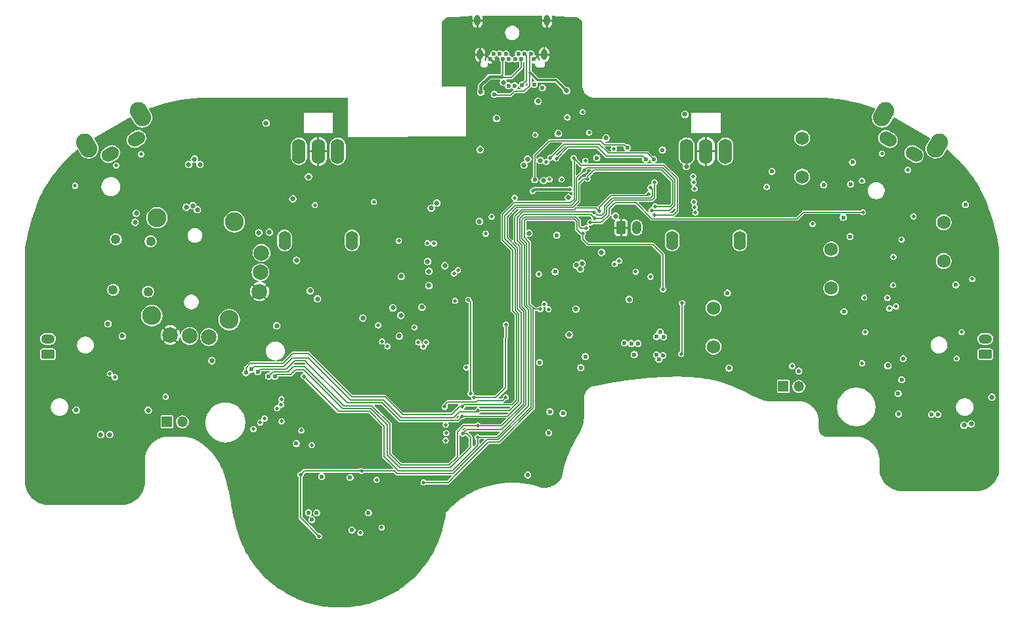
<source format=gbr>
%TF.GenerationSoftware,KiCad,Pcbnew,9.0.3*%
%TF.CreationDate,2025-09-30T10:08:22-07:00*%
%TF.ProjectId,UGC_Main_R5,5547435f-4d61-4696-9e5f-52352e6b6963,rev?*%
%TF.SameCoordinates,Original*%
%TF.FileFunction,Copper,L3,Inr*%
%TF.FilePolarity,Positive*%
%FSLAX46Y46*%
G04 Gerber Fmt 4.6, Leading zero omitted, Abs format (unit mm)*
G04 Created by KiCad (PCBNEW 9.0.3) date 2025-09-30 10:08:22*
%MOMM*%
%LPD*%
G01*
G04 APERTURE LIST*
G04 Aperture macros list*
%AMRoundRect*
0 Rectangle with rounded corners*
0 $1 Rounding radius*
0 $2 $3 $4 $5 $6 $7 $8 $9 X,Y pos of 4 corners*
0 Add a 4 corners polygon primitive as box body*
4,1,4,$2,$3,$4,$5,$6,$7,$8,$9,$2,$3,0*
0 Add four circle primitives for the rounded corners*
1,1,$1+$1,$2,$3*
1,1,$1+$1,$4,$5*
1,1,$1+$1,$6,$7*
1,1,$1+$1,$8,$9*
0 Add four rect primitives between the rounded corners*
20,1,$1+$1,$2,$3,$4,$5,0*
20,1,$1+$1,$4,$5,$6,$7,0*
20,1,$1+$1,$6,$7,$8,$9,0*
20,1,$1+$1,$8,$9,$2,$3,0*%
%AMHorizOval*
0 Thick line with rounded ends*
0 $1 width*
0 $2 $3 position (X,Y) of the first rounded end (center of the circle)*
0 $4 $5 position (X,Y) of the second rounded end (center of the circle)*
0 Add line between two ends*
20,1,$1,$2,$3,$4,$5,0*
0 Add two circle primitives to create the rounded ends*
1,1,$1,$2,$3*
1,1,$1,$4,$5*%
G04 Aperture macros list end*
%TA.AperFunction,ComponentPad*%
%ADD10R,1.350000X1.350000*%
%TD*%
%TA.AperFunction,ComponentPad*%
%ADD11O,1.350000X1.350000*%
%TD*%
%TA.AperFunction,ComponentPad*%
%ADD12C,1.750000*%
%TD*%
%TA.AperFunction,ComponentPad*%
%ADD13C,2.450000*%
%TD*%
%TA.AperFunction,ComponentPad*%
%ADD14C,1.250000*%
%TD*%
%TA.AperFunction,ComponentPad*%
%ADD15C,2.000000*%
%TD*%
%TA.AperFunction,ComponentPad*%
%ADD16HorizOval,2.250000X-0.250000X0.433013X0.250000X-0.433013X0*%
%TD*%
%TA.AperFunction,ComponentPad*%
%ADD17HorizOval,1.700000X0.259808X0.150000X-0.259808X-0.150000X0*%
%TD*%
%TA.AperFunction,ComponentPad*%
%ADD18HorizOval,2.250000X-0.250000X-0.433013X0.250000X0.433013X0*%
%TD*%
%TA.AperFunction,ComponentPad*%
%ADD19HorizOval,1.700000X0.259808X-0.150000X-0.259808X0.150000X0*%
%TD*%
%TA.AperFunction,ComponentPad*%
%ADD20O,1.772000X3.250000*%
%TD*%
%TA.AperFunction,ComponentPad*%
%ADD21RoundRect,0.250000X0.625000X-0.350000X0.625000X0.350000X-0.625000X0.350000X-0.625000X-0.350000X0*%
%TD*%
%TA.AperFunction,ComponentPad*%
%ADD22O,1.750000X1.200000*%
%TD*%
%TA.AperFunction,HeatsinkPad*%
%ADD23O,1.600000X2.500000*%
%TD*%
%TA.AperFunction,ComponentPad*%
%ADD24RoundRect,0.250000X-0.350000X-0.625000X0.350000X-0.625000X0.350000X0.625000X-0.350000X0.625000X0*%
%TD*%
%TA.AperFunction,ComponentPad*%
%ADD25O,1.200000X1.750000*%
%TD*%
%TA.AperFunction,ComponentPad*%
%ADD26C,0.600000*%
%TD*%
%TA.AperFunction,ComponentPad*%
%ADD27O,0.800000X1.400000*%
%TD*%
%TA.AperFunction,ViaPad*%
%ADD28C,0.600000*%
%TD*%
%TA.AperFunction,ViaPad*%
%ADD29C,0.500000*%
%TD*%
%TA.AperFunction,ViaPad*%
%ADD30C,0.650000*%
%TD*%
%TA.AperFunction,Conductor*%
%ADD31C,0.300000*%
%TD*%
%TA.AperFunction,Conductor*%
%ADD32C,0.200000*%
%TD*%
%TA.AperFunction,Conductor*%
%ADD33C,0.150000*%
%TD*%
%TA.AperFunction,Conductor*%
%ADD34C,0.400000*%
%TD*%
G04 APERTURE END LIST*
D10*
%TO.N,Net-(D4A-A)*%
%TO.C,J8*%
X126524000Y-70225200D03*
D11*
%TO.N,G*%
X128524000Y-70225200D03*
%TD*%
D12*
%TO.N,I*%
%TO.C,SW2*%
X117524113Y-65092540D03*
%TO.N,X5*%
X117524113Y-60092540D03*
%TD*%
%TO.N,G*%
%TO.C,SW1*%
X132700457Y-57534400D03*
%TO.N,X2*%
X132700457Y-52534400D03*
%TD*%
%TO.N,G*%
%TO.C,SW3*%
X147213417Y-54044002D03*
%TO.N,X3*%
X147213417Y-49044002D03*
%TD*%
D13*
%TO.N,*%
%TO.C,SW6*%
X45738339Y-48456388D03*
X45076289Y-61089052D03*
X55724635Y-48979748D03*
X55062585Y-61612412D03*
D14*
%TO.N,H*%
X44928297Y-51493156D03*
X44588113Y-57984248D03*
%TO.N,LS_BTN_IN*%
X40434464Y-51257644D03*
X40094280Y-57748736D03*
D15*
%TO.N,GND*%
X47448565Y-63591637D03*
%TO.N,Net-(SW6-X_OUT)*%
X49945139Y-63722477D03*
%TO.N,+3V3*%
X52441713Y-63853317D03*
%TO.N,GND*%
X58957699Y-57986297D03*
%TO.N,Net-(SW6-Y_OUT)*%
X59088539Y-55489723D03*
%TO.N,+3V3*%
X59219379Y-52993149D03*
%TD*%
D16*
%TO.N,*%
%TO.C,SW7*%
X36684912Y-39094336D03*
X43613116Y-35094336D03*
D17*
%TO.N,H*%
X39710265Y-40234400D03*
%TO.N,Net-(D11A-A)*%
X43087763Y-38284400D03*
%TD*%
D18*
%TO.N,*%
%TO.C,SW8*%
X139487798Y-35094336D03*
X146416002Y-39094336D03*
D19*
%TO.N,G*%
X140013151Y-38284400D03*
%TO.N,Net-(D5B-A)*%
X143390649Y-40234400D03*
%TD*%
D10*
%TO.N,LS_BTN_IN*%
%TO.C,J9*%
X47022000Y-74797200D03*
D11*
%TO.N,H*%
X49022000Y-74797200D03*
%TD*%
D12*
%TO.N,G*%
%TO.C,SW4*%
X128958332Y-43162626D03*
%TO.N,X4*%
X128958332Y-38162626D03*
%TD*%
D20*
%TO.N,+3V3*%
%TO.C,S6*%
X119050457Y-39884400D03*
%TD*%
%TO.N,GND*%
%TO.C,S4*%
X116550457Y-39884400D03*
%TD*%
%TO.N,+3V3*%
%TO.C,S3*%
X69050457Y-39884400D03*
%TD*%
D21*
%TO.N,G*%
%TO.C,J7*%
X152568400Y-66085000D03*
D22*
%TO.N,Net-(D5C-A)*%
X152568400Y-64085000D03*
%TD*%
D20*
%TO.N,ZR_ANALOG*%
%TO.C,S5*%
X114050457Y-39884400D03*
%TD*%
D23*
%TO.N,N/C*%
%TO.C,RV2*%
X120900457Y-51384400D03*
X112200457Y-51384400D03*
%TD*%
D24*
%TO.N,GND*%
%TO.C,B1*%
X105614396Y-49735471D03*
D25*
%TO.N,BATTERY_POS*%
X107614396Y-49735471D03*
%TD*%
D21*
%TO.N,H*%
%TO.C,J6*%
X31689800Y-66085000D03*
D22*
%TO.N,Net-(D11C-A)*%
X31689800Y-64085000D03*
%TD*%
D26*
%TO.N,GND*%
%TO.C,J11*%
X94350457Y-27971200D03*
%TO.N,+3V3_PRE*%
X93950457Y-27271200D03*
%TO.N,N_CLOCK*%
X93150457Y-27271200D03*
%TO.N,VBUS*%
X92750457Y-27971200D03*
%TO.N,CC2*%
X92350457Y-27271200D03*
%TO.N,D+*%
X91950457Y-27971200D03*
%TO.N,D-*%
X91150457Y-27971200D03*
%TO.N,unconnected-(J11-SBU2-PadB8)*%
X90750457Y-27271200D03*
%TO.N,VBUS*%
X90350457Y-27971200D03*
%TO.N,N_LATCH*%
X89950457Y-27271200D03*
%TO.N,N_DATA*%
X89150457Y-27271200D03*
%TO.N,GND*%
X88750457Y-27971200D03*
D27*
X87420457Y-27381200D03*
X95680457Y-27381200D03*
X96040457Y-22981200D03*
X87060457Y-22981200D03*
%TD*%
D23*
%TO.N,N/C*%
%TO.C,RV1*%
X70900457Y-51384400D03*
X62200457Y-51384400D03*
%TD*%
D20*
%TO.N,GND*%
%TO.C,S1*%
X66550457Y-39884400D03*
%TD*%
%TO.N,ZL_ANALOG*%
%TO.C,S2*%
X64050457Y-39884400D03*
%TD*%
D28*
%TO.N,GND*%
X147698400Y-74797200D03*
D29*
X83036800Y-55370000D03*
D30*
X97236800Y-61710000D03*
D29*
X68696800Y-67510000D03*
D30*
X112786800Y-60990000D03*
X99796800Y-65630000D03*
D29*
X129650298Y-59192670D03*
D30*
X90616800Y-57440000D03*
D29*
X75306800Y-54600000D03*
D30*
X131436800Y-65020000D03*
D29*
X134391400Y-45923200D03*
D28*
X35017200Y-75711600D03*
D29*
X87326800Y-42840000D03*
D28*
X151450800Y-80385200D03*
D29*
X88656800Y-41100000D03*
D30*
X78036800Y-47190000D03*
D29*
X67106800Y-58420000D03*
D30*
X126976800Y-66570000D03*
D28*
X33975800Y-75762400D03*
D29*
X75346800Y-53500000D03*
D30*
X84676800Y-48960000D03*
D29*
X96612200Y-45866600D03*
D28*
X102368831Y-49764722D03*
D29*
X81456800Y-67530000D03*
D28*
X145338800Y-55448200D03*
D30*
X123336800Y-65880000D03*
D29*
X105906800Y-41030000D03*
X91964000Y-33598400D03*
X72586800Y-55400000D03*
D30*
X112786800Y-62530000D03*
X138553219Y-68390781D03*
X87376800Y-57440000D03*
D28*
X43018200Y-78073800D03*
X67866800Y-87725000D03*
D30*
X140819625Y-68340297D03*
D29*
X144338800Y-71342800D03*
D30*
X102571326Y-57417615D03*
D29*
X87266800Y-41060000D03*
X74996800Y-46933400D03*
D28*
X151476200Y-79648600D03*
D29*
X96612200Y-71876200D03*
X73816800Y-68550000D03*
D28*
X98346800Y-52430000D03*
X30038800Y-79928000D03*
X94796800Y-58960000D03*
D30*
X134566800Y-66590000D03*
D28*
X42434000Y-80486800D03*
D29*
X88666800Y-42840000D03*
D30*
X146624800Y-70682400D03*
D29*
X83406800Y-50840000D03*
X91406945Y-50230811D03*
D28*
X123545600Y-38912800D03*
X32959800Y-70072800D03*
X94796800Y-57460000D03*
D29*
X78526800Y-53100000D03*
X96306800Y-33790000D03*
X83286800Y-68530000D03*
X107178600Y-61690800D03*
D30*
X134566800Y-65030000D03*
D29*
X134442200Y-45085000D03*
X102496800Y-46500000D03*
X101515822Y-55171319D03*
D30*
X90616800Y-59020000D03*
X84496800Y-57390000D03*
X139256800Y-66440000D03*
D29*
X73506800Y-54610000D03*
X83426800Y-54090000D03*
D28*
X51374800Y-76626000D03*
D29*
X95621600Y-73374800D03*
X69426800Y-53950000D03*
X70716800Y-68540000D03*
D30*
X126976800Y-65030000D03*
D29*
X96306800Y-32520000D03*
X48951827Y-66411761D03*
X75346800Y-55780000D03*
X82346800Y-50830000D03*
X68476800Y-57020000D03*
D30*
X73526800Y-43150000D03*
D29*
X81466800Y-68540000D03*
D30*
X97296800Y-57640000D03*
D29*
X73816800Y-67500000D03*
D30*
X147457119Y-72582121D03*
X111979200Y-66085000D03*
D28*
X67716800Y-80450000D03*
D30*
X100815554Y-57440566D03*
D29*
X66026800Y-57310000D03*
D30*
X131436800Y-66590000D03*
D29*
X77100680Y-54633575D03*
D28*
X72041800Y-83400000D03*
D30*
X137976800Y-67330000D03*
D28*
X93141800Y-39370000D03*
D29*
X82346800Y-53640000D03*
D30*
X140305819Y-70143381D03*
D29*
X83276800Y-67510000D03*
D28*
X115849400Y-56997600D03*
D30*
X112004600Y-64281600D03*
D29*
X70106800Y-55440000D03*
X103698800Y-57855400D03*
D30*
X144694400Y-69209200D03*
X99796800Y-64070000D03*
D29*
X72586800Y-53920000D03*
D28*
X65416800Y-83300000D03*
D30*
X83246800Y-59900000D03*
D29*
X95748600Y-71393600D03*
X67436800Y-55930000D03*
D30*
X87376800Y-58990000D03*
D29*
X79536800Y-67520000D03*
X68716800Y-68550000D03*
D30*
X83306800Y-38820000D03*
X74156800Y-39220000D03*
D28*
X146608800Y-44551600D03*
X96116800Y-55450000D03*
D29*
X70726800Y-67520000D03*
X90556800Y-35470000D03*
X106506800Y-41050000D03*
X79536800Y-68560000D03*
X126088961Y-45100220D03*
D30*
X124636800Y-65020000D03*
X143002025Y-70440375D03*
D29*
X76326800Y-68540000D03*
D28*
X42510200Y-79572400D03*
D29*
X65618722Y-58871630D03*
D30*
X96866800Y-59480000D03*
D29*
X83586800Y-54910000D03*
X76336800Y-67530000D03*
D28*
X29911800Y-78988200D03*
X34026600Y-70580800D03*
D29*
X95774000Y-72689000D03*
D28*
X97136800Y-52010000D03*
D30*
%TO.N,LX*%
X66446800Y-58920000D03*
X52822600Y-66897800D03*
%TO.N,LY*%
X63744600Y-53943800D03*
X65497200Y-57880800D03*
D29*
%TO.N,Net-(D4A-A)*%
X136686800Y-67230000D03*
X115179600Y-47771600D03*
X139944600Y-58795200D03*
X140198600Y-60141400D03*
X141781000Y-51259000D03*
X127666800Y-67600000D03*
D30*
%TO.N,RX*%
X80816800Y-55380000D03*
%TO.N,RY*%
X80645207Y-54107034D03*
D29*
%TO.N,+1V1*%
X100981000Y-41091400D03*
X99013889Y-44784889D03*
X94199200Y-45003000D03*
D30*
%TO.N,LRA_R*%
X98906800Y-63550000D03*
X140003413Y-67526910D03*
%TO.N,VBUS_SYS*%
X104867070Y-48247982D03*
X103649263Y-38141371D03*
X106645200Y-58998400D03*
D28*
%TO.N,BTN_PWR*%
X96282000Y-76219600D03*
X96409893Y-73487482D03*
D29*
X109388400Y-56052000D03*
X94996800Y-55720000D03*
D28*
%TO.N,D+*%
X91086800Y-31410000D03*
%TO.N,D-*%
X91880381Y-31407751D03*
D30*
%TO.N,SL_RGB*%
X58867800Y-50387800D03*
X63262000Y-45993600D03*
%TO.N,Net-(L2-DOUT)*%
X39411400Y-62148000D03*
X43069000Y-47873200D03*
%TO.N,WL_D*%
X81116800Y-47220000D03*
D29*
X81466800Y-51770000D03*
D28*
%TO.N,N_LATCH*%
X94400918Y-31252481D03*
%TO.N,N_DATA*%
X95461924Y-31666533D03*
%TO.N,N_CLOCK*%
X92842891Y-31313909D03*
%TO.N,RP_RUN*%
X97096800Y-55420000D03*
D29*
X96246800Y-60260000D03*
D28*
X102479600Y-40710400D03*
D29*
%TO.N,USB_BOOT*%
X88146800Y-50500000D03*
X84191600Y-59176200D03*
D28*
X98106800Y-73700000D03*
D29*
%TO.N,RGB_OUT*%
X66106800Y-46806400D03*
D28*
X97316800Y-50710000D03*
D29*
%TO.N,SHARED_PU*%
X98656800Y-35480000D03*
X100636800Y-34780000D03*
X94526800Y-37740000D03*
D30*
%TO.N,WL_CLK*%
X81836800Y-46560000D03*
D29*
X80639021Y-51716013D03*
%TO.N,Net-(P1A-DO)*%
X76936800Y-51420000D03*
X73721706Y-46396318D03*
D28*
%TO.N,DPAD_RGB*%
X63716800Y-77600000D03*
X65291800Y-86525000D03*
D30*
%TO.N,ZL_ANALOG*%
X95186800Y-41070000D03*
X65288300Y-43168500D03*
%TO.N,ZR_ANALOG*%
X95596602Y-43635664D03*
X114011200Y-41828000D03*
D28*
%TO.N,E*%
X60934410Y-68926935D03*
D29*
X85182200Y-76295800D03*
X109388400Y-44571200D03*
X102122524Y-47746201D03*
%TO.N,D*%
X102784400Y-47619200D03*
X109178329Y-45389800D03*
D28*
X60112400Y-68904400D03*
D29*
X87112600Y-75305200D03*
D30*
%TO.N,+3V3_PRE*%
X94891839Y-33401682D03*
D28*
X89232046Y-32499711D03*
D30*
X98566800Y-32060000D03*
D29*
%TO.N,C*%
X101266964Y-43416757D03*
X85106000Y-74060600D03*
D28*
X58740800Y-68345600D03*
D29*
X109987656Y-46994138D03*
D30*
%TO.N,VBUS*%
X103070890Y-52929819D03*
X87436800Y-39650000D03*
X89548468Y-35615369D03*
X87491800Y-32225000D03*
%TO.N,CC1*%
X90416800Y-30980000D03*
D29*
%TO.N,Net-(D5B-A)*%
X142586200Y-42285200D03*
X114951000Y-43885400D03*
X136668000Y-43682200D03*
%TO.N,A*%
X99482400Y-40761200D03*
X109920704Y-48069539D03*
X85080600Y-72841400D03*
D28*
X57216800Y-68447200D03*
%TO.N,B*%
X57877200Y-68040800D03*
D29*
X109540858Y-47501928D03*
X87163400Y-73349400D03*
X100803200Y-42336000D03*
D28*
%TO.N,+3V3*%
X119532400Y-67868800D03*
D30*
X100346000Y-55061400D03*
D28*
X66341800Y-86550000D03*
D30*
X99863400Y-54578800D03*
X76986800Y-63720000D03*
X87336800Y-48930000D03*
X50358800Y-46882600D03*
D29*
X88913505Y-48320895D03*
D30*
X41265600Y-63722800D03*
X50562000Y-40888200D03*
D28*
X135458200Y-41275000D03*
D30*
X93725368Y-50448972D03*
D28*
X110633000Y-63189400D03*
D30*
X61179200Y-62376600D03*
X100566800Y-54350000D03*
X79926800Y-60000000D03*
D29*
X74277000Y-62331600D03*
X101486800Y-37440000D03*
D28*
X111097890Y-63818176D03*
D30*
X76176800Y-60080000D03*
X59807600Y-36214600D03*
D28*
X125069600Y-42468800D03*
D29*
X104673400Y-39522400D03*
D28*
X73016800Y-86550000D03*
D30*
X153432000Y-71622200D03*
D28*
X110480600Y-66745400D03*
X148783800Y-57118800D03*
X110150400Y-66135800D03*
X150012400Y-46736000D03*
D30*
X42916600Y-49033609D03*
X72296800Y-61400000D03*
D28*
X70891800Y-88775000D03*
D30*
X113833113Y-35101197D03*
D28*
X93564200Y-81655200D03*
D30*
X49520600Y-47085800D03*
D28*
X110947200Y-39700200D03*
D30*
X98815513Y-45827469D03*
D28*
X134356600Y-60547800D03*
X111014000Y-66237400D03*
D30*
X93072082Y-41663573D03*
X77236800Y-56020000D03*
X35322000Y-73273200D03*
X49825400Y-41574000D03*
X80816800Y-57200000D03*
D28*
X141339496Y-71141704D03*
D30*
X60239400Y-50311600D03*
X51298600Y-41574000D03*
D28*
X110150400Y-63799000D03*
D29*
X78957600Y-62585600D03*
D28*
X119329200Y-58166000D03*
D30*
X97509800Y-37557700D03*
D29*
X107486800Y-55400000D03*
D28*
X70641800Y-81975000D03*
D29*
X97933000Y-43504400D03*
D30*
X50943000Y-47390600D03*
D28*
X135128000Y-50876200D03*
D29*
X91887800Y-45866600D03*
D30*
X77198000Y-61061600D03*
X99785085Y-60235989D03*
D29*
%TO.N,F*%
X64659000Y-68904400D03*
X87087200Y-76778400D03*
X109904329Y-43892522D03*
X102174800Y-48533600D03*
D28*
%TO.N,RS_B_OUT*%
X145659600Y-73832000D03*
D29*
%TO.N,Net-(D5C-A)*%
X114900200Y-43123400D03*
X148885400Y-66618400D03*
D28*
%TO.N,Net-(D8C-A)*%
X66991800Y-81850000D03*
D29*
X64354200Y-75914800D03*
X61820070Y-74727422D03*
D28*
X65716800Y-87425000D03*
D29*
%TO.N,Net-(D8B-A)*%
X59629800Y-74365400D03*
X71974200Y-89122800D03*
%TO.N,Net-(D8A-A)*%
X59045600Y-74898800D03*
X65700400Y-77800200D03*
D28*
%TO.N,RS_B_IN*%
X146472400Y-73832000D03*
D29*
%TO.N,Net-(D11A-A)*%
X61238767Y-73053702D03*
X35169600Y-44317200D03*
X43678600Y-40253200D03*
%TO.N,Net-(D11C-A)*%
X61791184Y-71864380D03*
X40300400Y-69031400D03*
%TO.N,Net-(D12C-A)*%
X82836957Y-72873074D03*
X90719400Y-71622200D03*
%TO.N,Net-(D12A-A)*%
X86655400Y-71673000D03*
X90744800Y-62249600D03*
%TO.N,Net-(D12B-A)*%
X86198200Y-71139600D03*
X85893400Y-59023800D03*
%TO.N,Net-(D13A-A)*%
X85639400Y-67761400D03*
X82972400Y-75178200D03*
%TO.N,Net-(D13B-A)*%
X83048600Y-76245000D03*
X74070604Y-82286141D03*
%TO.N,H*%
X64252600Y-81629800D03*
X101084505Y-49793263D03*
X66640200Y-89554600D03*
X40478200Y-41701000D03*
X72101200Y-81121800D03*
X58182000Y-75737000D03*
X39665400Y-68574200D03*
%TO.N,G*%
X136795000Y-47746200D03*
X140681200Y-57144200D03*
X141062200Y-59887400D03*
D28*
X100396800Y-67812200D03*
D29*
X149520400Y-63214800D03*
D28*
X131724400Y-44196000D03*
D29*
X137074400Y-63214800D03*
X150892000Y-56356800D03*
X140732000Y-53486600D03*
X101602338Y-49074007D03*
D28*
X135204200Y-44105200D03*
D29*
X136972800Y-58744400D03*
X139246100Y-40164300D03*
D28*
X128524000Y-68240000D03*
D29*
%TO.N,I*%
X80127600Y-82620400D03*
X100673521Y-50449696D03*
X95184921Y-60243838D03*
D28*
X100981000Y-66364400D03*
D29*
X74717400Y-88437000D03*
D28*
X95088200Y-67126400D03*
D29*
X111014000Y-57677600D03*
%TO.N,LS_BTN_IN*%
X46853600Y-71546000D03*
X61739192Y-72579273D03*
%TO.N,LRA_L*%
X95706800Y-59600000D03*
D30*
X44618400Y-73298600D03*
%TO.N,LRA_L+*%
X38477063Y-76438533D03*
%TO.N,LRA_R+*%
X150765000Y-75051200D03*
%TO.N,LRA_R-*%
X149825200Y-75229000D03*
%TO.N,LRA_L-*%
X39635797Y-76446991D03*
D29*
%TO.N,X2*%
X130292600Y-49244800D03*
X115103400Y-47060400D03*
D28*
X107754913Y-64668996D03*
%TO.N,X3*%
X134255000Y-48406600D03*
D29*
X115001800Y-46374600D03*
D28*
X106899200Y-64688000D03*
D29*
X143322800Y-48279600D03*
%TO.N,X4*%
X115078000Y-44698200D03*
X124399800Y-44469600D03*
D28*
X106022900Y-64624500D03*
D29*
%TO.N,X5*%
X113477800Y-59481000D03*
D28*
X107305600Y-66110400D03*
D29*
X113350800Y-66034200D03*
X82972400Y-77210200D03*
D28*
%TO.N,I2C1_SCL*%
X109796449Y-40925254D03*
D29*
X96465128Y-40706395D03*
X104767947Y-54432447D03*
%TO.N,I2C1_SDA*%
X105351436Y-54012671D03*
X97256800Y-40800000D03*
D28*
X108778144Y-40896591D03*
D29*
%TO.N,I2C0_SCL*%
X79446836Y-64531961D03*
X95951600Y-41255200D03*
X80446800Y-64530000D03*
X74766800Y-64430000D03*
X84039219Y-55648800D03*
%TO.N,I2C0_SDA*%
X84556800Y-55210000D03*
X75466800Y-65050000D03*
X96366800Y-43490000D03*
X80086800Y-65080000D03*
D30*
%TO.N,ADC_MUX_OUT*%
X82876800Y-54630000D03*
X93561267Y-40882569D03*
D28*
%TO.N,RGB_OUT_CSTICK*%
X141984509Y-66635891D03*
X141798800Y-69361600D03*
X141392400Y-73781200D03*
%TO.N,BAT_MON*%
X106400600Y-39420800D03*
X94456800Y-43530000D03*
%TD*%
D31*
%TO.N,+1V1*%
X94417311Y-44784889D02*
X94199200Y-45003000D01*
X99013889Y-44784889D02*
X94417311Y-44784889D01*
D32*
%TO.N,N_CLOCK*%
X93406800Y-30750000D02*
X93406800Y-27510765D01*
X93406800Y-27510765D02*
X93167235Y-27271200D01*
X92842891Y-31313909D02*
X93406800Y-30750000D01*
X93167235Y-27271200D02*
X93150457Y-27271200D01*
D33*
%TO.N,E*%
X102122524Y-47746201D02*
X102149401Y-47746201D01*
D32*
X75403200Y-79064400D02*
X75403200Y-75191226D01*
D33*
X103444800Y-46908000D02*
X104460800Y-45892000D01*
D32*
X75403200Y-75191226D02*
X73287574Y-73075600D01*
X62957200Y-68701200D02*
X61160145Y-68701200D01*
X86223600Y-78099200D02*
X83582000Y-80740800D01*
D33*
X92196916Y-48420148D02*
X92901064Y-47716000D01*
X102530400Y-48127200D02*
X103089200Y-48127200D01*
D32*
X85690200Y-76295800D02*
X86223600Y-76829200D01*
X69668400Y-73075600D02*
X64684400Y-68091600D01*
D33*
X102149401Y-47746201D02*
X102530400Y-48127200D01*
X92827600Y-59945736D02*
X92827600Y-52038800D01*
D32*
X61160145Y-68701200D02*
X60934410Y-68926935D01*
D33*
X85182200Y-76295800D02*
X85664800Y-75813200D01*
X92196916Y-51408116D02*
X92196916Y-48420148D01*
X109628329Y-44811129D02*
X109388400Y-44571200D01*
D32*
X64684400Y-68091600D02*
X63566800Y-68091600D01*
D33*
X92901064Y-47716000D02*
X102092323Y-47716000D01*
D32*
X86223600Y-76829200D02*
X86223600Y-78099200D01*
D33*
X104460800Y-45892000D02*
X109403600Y-45892000D01*
X93335600Y-72612800D02*
X93335600Y-60453736D01*
D32*
X73287574Y-73075600D02*
X69668400Y-73075600D01*
D33*
X93335600Y-60453736D02*
X92827600Y-59945736D01*
D32*
X83582000Y-80740800D02*
X77079600Y-80740800D01*
X77079600Y-80740800D02*
X75403200Y-79064400D01*
D33*
X102092323Y-47716000D02*
X102122524Y-47746201D01*
X90135200Y-75813200D02*
X93335600Y-72612800D01*
X85664800Y-75813200D02*
X90135200Y-75813200D01*
X92827600Y-52038800D02*
X92196916Y-51408116D01*
X109403600Y-45892000D02*
X109628329Y-45667271D01*
D32*
X63566800Y-68091600D02*
X62957200Y-68701200D01*
D33*
X103444800Y-47771600D02*
X103444800Y-46908000D01*
X109628329Y-45667271D02*
X109628329Y-44811129D01*
D32*
X85182200Y-76295800D02*
X85690200Y-76295800D01*
D33*
X103089200Y-48127200D02*
X103444800Y-47771600D01*
%TO.N,D*%
X93030800Y-60573200D02*
X93030800Y-72460400D01*
X99736400Y-47212800D02*
X99533200Y-47416000D01*
X108980929Y-45587200D02*
X104308400Y-45587200D01*
D32*
X85258400Y-75305200D02*
X84471000Y-76092600D01*
D33*
X92522800Y-52191200D02*
X92522800Y-60065200D01*
X99533200Y-47416000D02*
X92776800Y-47416000D01*
D32*
X75758800Y-78912000D02*
X75758800Y-75025800D01*
D33*
X92522800Y-60065200D02*
X93030800Y-60573200D01*
D32*
X84471000Y-79318400D02*
X83398600Y-80390800D01*
X64786000Y-67685200D02*
X63312800Y-67685200D01*
X87112600Y-75305200D02*
X85258400Y-75305200D01*
D33*
X102784400Y-47619200D02*
X102378000Y-47212800D01*
X102378000Y-47212800D02*
X99736400Y-47212800D01*
D32*
X69815200Y-72714400D02*
X64786000Y-67685200D01*
D33*
X92776800Y-47416000D02*
X91891318Y-48301482D01*
X90186000Y-75305200D02*
X87112600Y-75305200D01*
D32*
X73447400Y-72714400D02*
X69815200Y-72714400D01*
D33*
X104308400Y-45587200D02*
X102784400Y-47111200D01*
D32*
X84471000Y-76092600D02*
X84471000Y-79318400D01*
X83398600Y-80390800D02*
X77237600Y-80390800D01*
D33*
X93030800Y-72460400D02*
X90186000Y-75305200D01*
X109178329Y-45389800D02*
X108980929Y-45587200D01*
X102784400Y-47111200D02*
X102784400Y-47619200D01*
D32*
X60671200Y-68345600D02*
X60112400Y-68904400D01*
X77237600Y-80390800D02*
X75758800Y-78912000D01*
X75758800Y-75025800D02*
X73447400Y-72714400D01*
X62652400Y-68345600D02*
X60671200Y-68345600D01*
D33*
X91891318Y-48301482D02*
X91891318Y-51559718D01*
D32*
X63312800Y-67685200D02*
X62652400Y-68345600D01*
D33*
X91891318Y-51559718D02*
X92522800Y-52191200D01*
D32*
%TO.N,+3V3_PRE*%
X93096800Y-32080000D02*
X93781291Y-31395509D01*
X93936800Y-27260000D02*
X93944835Y-27260000D01*
X93944835Y-27260000D02*
X93950435Y-27254400D01*
D31*
X97186800Y-30680000D02*
X98566800Y-32060000D01*
D32*
X91846800Y-32080000D02*
X93096800Y-32080000D01*
X91326800Y-32600000D02*
X91846800Y-32080000D01*
X93781291Y-27423544D02*
X93944835Y-27260000D01*
D31*
X93856987Y-29726657D02*
X93889367Y-29726657D01*
X93889367Y-29726657D02*
X94842710Y-30680000D01*
X94842710Y-30680000D02*
X97186800Y-30680000D01*
D32*
X93781291Y-31395509D02*
X93781291Y-27423544D01*
X89232046Y-32499711D02*
X89332335Y-32600000D01*
X89332335Y-32600000D02*
X91326800Y-32600000D01*
D33*
%TO.N,C*%
X92726000Y-60740672D02*
X92218000Y-60232672D01*
X92116400Y-47111200D02*
X99380800Y-47111200D01*
D32*
X65040000Y-67126400D02*
X64836800Y-66923200D01*
D33*
X90973400Y-74060600D02*
X92726000Y-72308000D01*
X102124000Y-42285200D02*
X110810800Y-42285200D01*
X111943862Y-46994138D02*
X109987656Y-46994138D01*
X99380800Y-47111200D02*
X100142800Y-46349200D01*
X112233200Y-46704800D02*
X111943862Y-46994138D01*
X112233200Y-43707600D02*
X112233200Y-46704800D01*
X90897200Y-48330400D02*
X92116400Y-47111200D01*
X92218000Y-60232672D02*
X92218000Y-52343600D01*
D32*
X77054200Y-74619400D02*
X84547200Y-74619400D01*
D33*
X90897200Y-51022800D02*
X90897200Y-48330400D01*
X110810800Y-42285200D02*
X112233200Y-43707600D01*
D32*
X62398400Y-67990000D02*
X61534800Y-67990000D01*
X59096400Y-67990000D02*
X58740800Y-68345600D01*
X65040000Y-67126400D02*
X70247000Y-72333400D01*
X70247000Y-72333400D02*
X74768200Y-72333400D01*
D33*
X92218000Y-52343600D02*
X90897200Y-51022800D01*
D32*
X61534800Y-67990000D02*
X59096400Y-67990000D01*
D33*
X100142800Y-44012400D02*
X100738443Y-43416757D01*
D32*
X74768200Y-72333400D02*
X77054200Y-74619400D01*
D33*
X92726000Y-72308000D02*
X92726000Y-60740672D01*
X85106000Y-74060600D02*
X90973400Y-74060600D01*
X101266964Y-43142236D02*
X102124000Y-42285200D01*
D32*
X63465200Y-66923200D02*
X62398400Y-67990000D01*
D33*
X100142800Y-46349200D02*
X100142800Y-44012400D01*
X101266964Y-43416757D02*
X101266964Y-43142236D01*
D32*
X64836800Y-66923200D02*
X63465200Y-66923200D01*
X84547200Y-74619400D02*
X85106000Y-74060600D01*
D33*
X100738443Y-43416757D02*
X101266964Y-43416757D01*
D32*
%TO.N,VBUS*%
X92750435Y-29026365D02*
X91456800Y-30320000D01*
D34*
X88366600Y-30505400D02*
X88653738Y-30218262D01*
D32*
X90350435Y-27954400D02*
X90350435Y-29936365D01*
D34*
X87491800Y-31380200D02*
X88366600Y-30505400D01*
D32*
X91456800Y-30320000D02*
X89966800Y-30320000D01*
D34*
X88653738Y-30218262D02*
X90158094Y-30218262D01*
X87491800Y-32225000D02*
X87491800Y-31380200D01*
D32*
X90350435Y-29936365D02*
X89966800Y-30320000D01*
X92750435Y-27971222D02*
X92750435Y-29026365D01*
X92750457Y-27971200D02*
X92750435Y-27971222D01*
D33*
%TO.N,A*%
X91506800Y-72612800D02*
X92116400Y-72003200D01*
D32*
X85080600Y-72841400D02*
X84725000Y-72841400D01*
D33*
X85080600Y-72841400D02*
X85309200Y-72612800D01*
X90287600Y-51327600D02*
X90287600Y-48025600D01*
X112842800Y-47568400D02*
X112341661Y-48069539D01*
X91811600Y-46501600D02*
X99076000Y-46501600D01*
D32*
X84725000Y-72841400D02*
X83709000Y-73857400D01*
D33*
X92116400Y-72003200D02*
X92116400Y-60979600D01*
D32*
X70882000Y-71571400D02*
X65319400Y-66008800D01*
D33*
X91608400Y-60471600D02*
X91608400Y-52648400D01*
X111115600Y-41675600D02*
X112842800Y-43402800D01*
D32*
X61941200Y-67278800D02*
X57775600Y-67278800D01*
X83709000Y-73857400D02*
X77435200Y-73857400D01*
D33*
X85309200Y-72612800D02*
X91506800Y-72612800D01*
X90287600Y-48025600D02*
X91811600Y-46501600D01*
X112341661Y-48069539D02*
X109920704Y-48069539D01*
D32*
X57216800Y-67837600D02*
X57216800Y-68447200D01*
D33*
X99533200Y-40812000D02*
X99482400Y-40761200D01*
X100396800Y-41675600D02*
X111115600Y-41675600D01*
D32*
X65319400Y-66008800D02*
X63211200Y-66008800D01*
D33*
X99076000Y-46501600D02*
X99533200Y-46044400D01*
D32*
X77435200Y-73857400D02*
X75149200Y-71571400D01*
D33*
X99482400Y-40761200D02*
X100396800Y-41675600D01*
X92116400Y-60979600D02*
X91608400Y-60471600D01*
X99533200Y-46044400D02*
X99533200Y-40812000D01*
X91608400Y-52648400D02*
X90287600Y-51327600D01*
D32*
X75149200Y-71571400D02*
X70882000Y-71571400D01*
X63211200Y-66008800D02*
X61941200Y-67278800D01*
X57775600Y-67278800D02*
X57216800Y-67837600D01*
D33*
X112842800Y-43402800D02*
X112842800Y-47568400D01*
%TO.N,B*%
X90592400Y-48178000D02*
X90592400Y-51175200D01*
X90592400Y-51175200D02*
X91913200Y-52496000D01*
X91913200Y-60352136D02*
X92416400Y-60855336D01*
D32*
X62601600Y-67126400D02*
X62093600Y-67634400D01*
D33*
X99838000Y-43301200D02*
X99838000Y-46196800D01*
X111893272Y-47501928D02*
X109540858Y-47501928D01*
X91964000Y-46806400D02*
X90592400Y-48178000D01*
D32*
X87036400Y-73476400D02*
X84750400Y-73476400D01*
X61687200Y-67634400D02*
X58283600Y-67634400D01*
D33*
X100803200Y-42336000D02*
X99838000Y-43301200D01*
X92416400Y-60855336D02*
X92416400Y-72160400D01*
D32*
X62093600Y-67634400D02*
X61687200Y-67634400D01*
D33*
X100803200Y-42336000D02*
X101158800Y-41980400D01*
X99228400Y-46806400D02*
X91964000Y-46806400D01*
X99838000Y-46196800D02*
X99228400Y-46806400D01*
X91913200Y-52496000D02*
X91913200Y-60352136D01*
D32*
X84750400Y-73476400D02*
X83988400Y-74238400D01*
D33*
X110963200Y-41980400D02*
X112538000Y-43555200D01*
X92416400Y-72160400D02*
X91227400Y-73349400D01*
D32*
X65319400Y-66567600D02*
X64557400Y-66567600D01*
D33*
X91227400Y-73349400D02*
X87163400Y-73349400D01*
D32*
X58283600Y-67634400D02*
X57877200Y-68040800D01*
X83988400Y-74238400D02*
X77257400Y-74238400D01*
D33*
X101158800Y-41980400D02*
X110963200Y-41980400D01*
D32*
X70704200Y-71952400D02*
X65319400Y-66567600D01*
X74971400Y-71952400D02*
X70704200Y-71952400D01*
X87163400Y-73349400D02*
X87036400Y-73476400D01*
X64557400Y-66567600D02*
X63160400Y-66567600D01*
X63160400Y-66567600D02*
X62601600Y-67126400D01*
X77257400Y-74238400D02*
X74971400Y-71952400D01*
D33*
X112538000Y-46857200D02*
X111893272Y-47501928D01*
X112538000Y-43555200D02*
X112538000Y-46857200D01*
%TO.N,F*%
X93640400Y-60334272D02*
X93640400Y-72765200D01*
X92508281Y-48533047D02*
X92508281Y-51295217D01*
D32*
X75047600Y-75330600D02*
X75047600Y-79267600D01*
D33*
X93132400Y-51919336D02*
X93132400Y-59826272D01*
X109904329Y-45873871D02*
X109904329Y-43892522D01*
D32*
X64659000Y-68904400D02*
X69180200Y-73425600D01*
D33*
X101666800Y-48025600D02*
X93015728Y-48025600D01*
D32*
X76876400Y-81096400D02*
X83785200Y-81096400D01*
D33*
X103749600Y-47060400D02*
X104613200Y-46196800D01*
X89627200Y-76778400D02*
X87087200Y-76778400D01*
D32*
X73142600Y-73425600D02*
X75047600Y-75330600D01*
D33*
X92508281Y-51295217D02*
X93132400Y-51919336D01*
X103140000Y-48533600D02*
X103749600Y-47924000D01*
D32*
X87087200Y-77794400D02*
X87087200Y-76778400D01*
D33*
X103749600Y-47924000D02*
X103749600Y-47060400D01*
X93640400Y-72765200D02*
X89627200Y-76778400D01*
D32*
X75047600Y-79267600D02*
X76876400Y-81096400D01*
D33*
X104613200Y-46196800D02*
X109581400Y-46196800D01*
X93015728Y-48025600D02*
X92508281Y-48533047D01*
X102174800Y-48533600D02*
X101666800Y-48025600D01*
D32*
X69180200Y-73425600D02*
X73142600Y-73425600D01*
D33*
X102174800Y-48533600D02*
X103140000Y-48533600D01*
D32*
X83785200Y-81096400D02*
X87087200Y-77794400D01*
D33*
X93132400Y-59826272D02*
X93640400Y-60334272D01*
X109581400Y-46196800D02*
X109904329Y-45873871D01*
D32*
%TO.N,Net-(D12C-A)*%
X90313000Y-72028600D02*
X90719400Y-71622200D01*
X82836957Y-72646643D02*
X83251800Y-72231800D01*
X87061800Y-72028600D02*
X90313000Y-72028600D01*
X86858600Y-72231800D02*
X87061800Y-72028600D01*
X83251800Y-72231800D02*
X86858600Y-72231800D01*
X82836957Y-72873074D02*
X82836957Y-72646643D01*
%TO.N,Net-(D12A-A)*%
X90719400Y-70403000D02*
X89449400Y-71673000D01*
X90744800Y-63926000D02*
X90719400Y-63951400D01*
X90744800Y-62249600D02*
X90744800Y-63926000D01*
X89449400Y-71673000D02*
X86655400Y-71673000D01*
X90719400Y-63951400D02*
X90719400Y-70403000D01*
%TO.N,Net-(D12B-A)*%
X86198200Y-71139600D02*
X86198200Y-59328600D01*
X86198200Y-59328600D02*
X85893400Y-59023800D01*
%TO.N,H*%
X72079400Y-81100000D02*
X72101200Y-81121800D01*
X64252600Y-87167000D02*
X66640200Y-89554600D01*
X64252600Y-81629800D02*
X64252600Y-87167000D01*
X64252600Y-81629800D02*
X64782400Y-81100000D01*
D33*
X93432400Y-59697527D02*
X93945200Y-60210327D01*
X100437263Y-49793263D02*
X100193600Y-49549600D01*
D32*
X76343000Y-81121800D02*
X76520800Y-81299600D01*
D33*
X93945200Y-72917600D02*
X89779600Y-77083200D01*
X100193600Y-49549600D02*
X100193600Y-48787600D01*
D32*
X84344000Y-81045600D02*
X87239600Y-78150000D01*
D33*
X101084505Y-49793263D02*
X100437263Y-49793263D01*
X92819645Y-48693955D02*
X92819645Y-51167245D01*
X93432400Y-51780000D02*
X93432400Y-59697527D01*
D32*
X64782400Y-81100000D02*
X72079400Y-81100000D01*
D33*
X100193600Y-48787600D02*
X99736400Y-48330400D01*
X93183200Y-48330400D02*
X92819645Y-48693955D01*
X99736400Y-48330400D02*
X93183200Y-48330400D01*
D32*
X72101200Y-81121800D02*
X76343000Y-81121800D01*
X76520800Y-81299600D02*
X76673200Y-81452000D01*
D33*
X93945200Y-60210327D02*
X93945200Y-72917600D01*
X92819645Y-51167245D02*
X93432400Y-51780000D01*
D32*
X77638400Y-81452000D02*
X83937600Y-81452000D01*
X76673200Y-81452000D02*
X77638400Y-81452000D01*
D33*
X88306400Y-77083200D02*
X87239600Y-78150000D01*
X89779600Y-77083200D02*
X88306400Y-77083200D01*
D32*
X83937600Y-81452000D02*
X84344000Y-81045600D01*
D33*
%TO.N,G*%
X107508800Y-46501600D02*
X109591600Y-48584400D01*
X129124200Y-47746200D02*
X136795000Y-47746200D01*
X109591600Y-48584400D02*
X128286000Y-48584400D01*
X128286000Y-48584400D02*
X129124200Y-47746200D01*
X104054400Y-48076400D02*
X104054400Y-47263600D01*
X101602338Y-49074007D02*
X103056793Y-49074007D01*
X103056793Y-49074007D02*
X104054400Y-48076400D01*
X104816400Y-46501600D02*
X107508800Y-46501600D01*
X104054400Y-47263600D02*
X104816400Y-46501600D01*
%TO.N,I*%
X89891613Y-77395451D02*
X94246739Y-73040325D01*
X87188800Y-78708800D02*
X88502149Y-77395451D01*
X93742000Y-51632400D02*
X93742000Y-59582863D01*
X93132400Y-51022800D02*
X93742000Y-51632400D01*
D32*
X80127600Y-82620400D02*
X83277200Y-82620400D01*
D33*
X94402975Y-60243838D02*
X95184921Y-60243838D01*
X100673521Y-50449696D02*
X100673521Y-51248721D01*
X100673521Y-51248721D02*
X101311200Y-51886400D01*
X88502149Y-77395451D02*
X89891613Y-77395451D01*
X101311200Y-51886400D02*
X109693200Y-51886400D01*
X100382496Y-50449696D02*
X99888800Y-49956000D01*
D32*
X84496400Y-81401200D02*
X87188800Y-78708800D01*
D33*
X100673521Y-50449696D02*
X100382496Y-50449696D01*
X111014000Y-53207200D02*
X111014000Y-57677600D01*
X93132400Y-48838400D02*
X93132400Y-51022800D01*
X99579200Y-48630400D02*
X93340400Y-48630400D01*
X93340400Y-48630400D02*
X93132400Y-48838400D01*
X99888800Y-49956000D02*
X99888800Y-48940000D01*
D32*
X83277200Y-82620400D02*
X84496400Y-81401200D01*
D33*
X99888800Y-48940000D02*
X99579200Y-48630400D01*
X94246739Y-73040325D02*
X94246739Y-60087603D01*
X93742000Y-59582863D02*
X94402975Y-60243838D01*
X109693200Y-51886400D02*
X111014000Y-53207200D01*
D32*
%TO.N,X5*%
X113477800Y-65907200D02*
X113350800Y-66034200D01*
X113477800Y-59481000D02*
X113477800Y-65907200D01*
D33*
%TO.N,I2C1_SCL*%
X103936800Y-40106600D02*
X102768400Y-38938200D01*
X102768400Y-38938200D02*
X98233323Y-38938200D01*
X98233323Y-38938200D02*
X96465128Y-40706395D01*
X109796449Y-40925254D02*
X108977795Y-40106600D01*
X108977795Y-40106600D02*
X103936800Y-40106600D01*
%TO.N,I2C1_SDA*%
X97256800Y-40800000D02*
X98731400Y-39325400D01*
X98731400Y-39325400D02*
X102546000Y-39325400D01*
X103733600Y-40513000D02*
X108394553Y-40513000D01*
X108394553Y-40513000D02*
X108778144Y-40896591D01*
X102546000Y-39325400D02*
X103733600Y-40513000D01*
%TO.N,BAT_MON*%
X94456800Y-40417200D02*
X96367600Y-38506400D01*
X105994200Y-39014400D02*
X106400600Y-39420800D01*
X103479600Y-39014400D02*
X105994200Y-39014400D01*
X94456800Y-43530000D02*
X94456800Y-40417200D01*
X102971600Y-38506400D02*
X103479600Y-39014400D01*
X96367600Y-38506400D02*
X102971600Y-38506400D01*
%TD*%
%TA.AperFunction,Conductor*%
%TO.N,GND*%
G36*
X92410869Y-47358374D02*
G01*
X92432543Y-47410700D01*
X92410869Y-47463025D01*
X92075523Y-47798371D01*
X91763583Y-48110311D01*
X91700148Y-48173746D01*
X91694515Y-48187345D01*
X91665817Y-48256626D01*
X91665817Y-48354948D01*
X91665818Y-48354957D01*
X91665818Y-51293861D01*
X91644144Y-51346187D01*
X91591818Y-51367861D01*
X91539492Y-51346187D01*
X91144374Y-50951069D01*
X91122700Y-50898743D01*
X91122700Y-48454457D01*
X91144374Y-48402131D01*
X92188131Y-47358374D01*
X92240457Y-47336700D01*
X92358543Y-47336700D01*
X92410869Y-47358374D01*
G37*
%TD.AperFunction*%
%TA.AperFunction,Conductor*%
G36*
X110739069Y-42532374D02*
G01*
X111986026Y-43779331D01*
X112007700Y-43831657D01*
X112007700Y-46580743D01*
X111986026Y-46633069D01*
X111872131Y-46746964D01*
X111819805Y-46768638D01*
X110359201Y-46768638D01*
X110306875Y-46746964D01*
X110233569Y-46673658D01*
X110142247Y-46620933D01*
X110142238Y-46620929D01*
X110040385Y-46593638D01*
X110040383Y-46593638D01*
X109934929Y-46593638D01*
X109934927Y-46593638D01*
X109833073Y-46620929D01*
X109833064Y-46620933D01*
X109741742Y-46673658D01*
X109667176Y-46748224D01*
X109614451Y-46839546D01*
X109614447Y-46839555D01*
X109587156Y-46941408D01*
X109587156Y-47027428D01*
X109565482Y-47079754D01*
X109513156Y-47101428D01*
X109488129Y-47101428D01*
X109386275Y-47128719D01*
X109386266Y-47128723D01*
X109294944Y-47181448D01*
X109220378Y-47256014D01*
X109167653Y-47347336D01*
X109167649Y-47347345D01*
X109140358Y-47449198D01*
X109140358Y-47449201D01*
X109140358Y-47554655D01*
X109163898Y-47642511D01*
X109156506Y-47698663D01*
X109111573Y-47733142D01*
X109055420Y-47725749D01*
X109040094Y-47713989D01*
X107874731Y-46548626D01*
X107853057Y-46496300D01*
X107874731Y-46443974D01*
X107927057Y-46422300D01*
X109527925Y-46422300D01*
X109527933Y-46422301D01*
X109536545Y-46422301D01*
X109626254Y-46422301D01*
X109626255Y-46422301D01*
X109694445Y-46394055D01*
X109709136Y-46387970D01*
X109772570Y-46324536D01*
X109772570Y-46324534D01*
X110021656Y-46075448D01*
X110021659Y-46075446D01*
X110032064Y-46065041D01*
X110032065Y-46065041D01*
X110095499Y-46001607D01*
X110112648Y-45960206D01*
X110129830Y-45918725D01*
X110129830Y-45829016D01*
X110129830Y-45823058D01*
X110129829Y-45823044D01*
X110129829Y-44264067D01*
X110151503Y-44211741D01*
X110187637Y-44175607D01*
X110224809Y-44138435D01*
X110277536Y-44047109D01*
X110304829Y-43945249D01*
X110304829Y-43839795D01*
X110304829Y-43839793D01*
X110304828Y-43839792D01*
X110304021Y-43836782D01*
X110277536Y-43737935D01*
X110224809Y-43646609D01*
X110150242Y-43572042D01*
X110124412Y-43557129D01*
X110058920Y-43519317D01*
X110058911Y-43519313D01*
X109957058Y-43492022D01*
X109957056Y-43492022D01*
X109851602Y-43492022D01*
X109851600Y-43492022D01*
X109749746Y-43519313D01*
X109749737Y-43519317D01*
X109658415Y-43572042D01*
X109583849Y-43646608D01*
X109531124Y-43737930D01*
X109531120Y-43737939D01*
X109503829Y-43839792D01*
X109503829Y-43945251D01*
X109531120Y-44047104D01*
X109531121Y-44047106D01*
X109531122Y-44047109D01*
X109538677Y-44060194D01*
X109542680Y-44067128D01*
X109550073Y-44123280D01*
X109515594Y-44168214D01*
X109459443Y-44175607D01*
X109441128Y-44170700D01*
X109441127Y-44170700D01*
X109335673Y-44170700D01*
X109335671Y-44170700D01*
X109233817Y-44197991D01*
X109233808Y-44197995D01*
X109142486Y-44250720D01*
X109067920Y-44325286D01*
X109015195Y-44416608D01*
X109015191Y-44416617D01*
X108987900Y-44518470D01*
X108987900Y-44623929D01*
X109015191Y-44725782D01*
X109015195Y-44725791D01*
X109067920Y-44817113D01*
X109125277Y-44874470D01*
X109146951Y-44926796D01*
X109125277Y-44979122D01*
X109092105Y-44998274D01*
X109023745Y-45016592D01*
X109023737Y-45016595D01*
X108932415Y-45069320D01*
X108857849Y-45143886D01*
X108805124Y-45235208D01*
X108805123Y-45235210D01*
X108805122Y-45235212D01*
X108805122Y-45235213D01*
X108785925Y-45306854D01*
X108751448Y-45351786D01*
X108714448Y-45361700D01*
X104263545Y-45361700D01*
X104180666Y-45396028D01*
X102593229Y-46983465D01*
X102589179Y-46989527D01*
X102586272Y-46987584D01*
X102575197Y-46998649D01*
X102555195Y-47018654D01*
X102555176Y-47018654D01*
X102555163Y-47018667D01*
X102498558Y-47018656D01*
X102477914Y-47010106D01*
X102477912Y-47010104D01*
X102477912Y-47010105D01*
X102422855Y-46987299D01*
X102333145Y-46987299D01*
X102324533Y-46987299D01*
X102324525Y-46987300D01*
X100002257Y-46987300D01*
X99949931Y-46965626D01*
X99928257Y-46913300D01*
X99949931Y-46860974D01*
X100025575Y-46785330D01*
X100260127Y-46550776D01*
X100260130Y-46550775D01*
X100270535Y-46540370D01*
X100270536Y-46540370D01*
X100333970Y-46476936D01*
X100352089Y-46433193D01*
X100368301Y-46394054D01*
X100368301Y-46304345D01*
X100368301Y-46298387D01*
X100368300Y-46298373D01*
X100368300Y-44136457D01*
X100389974Y-44084131D01*
X100810175Y-43663931D01*
X100862501Y-43642257D01*
X100895419Y-43642257D01*
X100947745Y-43663931D01*
X101021051Y-43737237D01*
X101112377Y-43789964D01*
X101214234Y-43817256D01*
X101214235Y-43817257D01*
X101214237Y-43817257D01*
X101319693Y-43817257D01*
X101319693Y-43817256D01*
X101421551Y-43789964D01*
X101512877Y-43737237D01*
X101587444Y-43662670D01*
X101640171Y-43571344D01*
X101667463Y-43469486D01*
X101667464Y-43469486D01*
X101667464Y-43364028D01*
X101667463Y-43364027D01*
X101665573Y-43356975D01*
X101640171Y-43262170D01*
X101604786Y-43200882D01*
X101597393Y-43144731D01*
X101616544Y-43111559D01*
X102195731Y-42532374D01*
X102248057Y-42510700D01*
X110686743Y-42510700D01*
X110739069Y-42532374D01*
G37*
%TD.AperFunction*%
%TA.AperFunction,Conductor*%
G36*
X93335672Y-22345682D02*
G01*
X93336322Y-22345687D01*
X95120950Y-22368087D01*
X95121186Y-22368090D01*
X95261977Y-22370749D01*
X95262329Y-22370756D01*
X95355600Y-22372994D01*
X95407390Y-22395917D01*
X95427803Y-22448748D01*
X95422193Y-22475288D01*
X95415436Y-22491602D01*
X95415434Y-22491608D01*
X95390457Y-22617181D01*
X95390457Y-22856200D01*
X95790457Y-22856200D01*
X95790457Y-23106200D01*
X95390457Y-23106200D01*
X95390457Y-23345218D01*
X95415434Y-23470791D01*
X95415436Y-23470798D01*
X95464435Y-23589090D01*
X95535568Y-23695550D01*
X95626106Y-23786088D01*
X95732566Y-23857221D01*
X95850858Y-23906220D01*
X95850865Y-23906222D01*
X95915456Y-23919070D01*
X95915457Y-23919069D01*
X95915457Y-23500021D01*
X95990729Y-23531200D01*
X96090185Y-23531200D01*
X96165457Y-23500021D01*
X96165457Y-23919070D01*
X96230048Y-23906222D01*
X96230055Y-23906220D01*
X96348347Y-23857221D01*
X96454807Y-23786088D01*
X96454809Y-23786087D01*
X96545344Y-23695552D01*
X96545345Y-23695550D01*
X96616478Y-23589090D01*
X96665477Y-23470798D01*
X96665479Y-23470791D01*
X96690457Y-23345218D01*
X96690457Y-23106200D01*
X96290457Y-23106200D01*
X96290457Y-22856200D01*
X96690457Y-22856200D01*
X96690457Y-22617182D01*
X96666736Y-22497929D01*
X96677785Y-22442380D01*
X96724877Y-22410914D01*
X96741848Y-22409536D01*
X97584744Y-22438470D01*
X97585546Y-22438503D01*
X99048452Y-22509024D01*
X99049129Y-22509061D01*
X99693891Y-22548146D01*
X99701494Y-22549003D01*
X99886875Y-22579715D01*
X99900757Y-22583430D01*
X100064823Y-22644978D01*
X100077728Y-22651312D01*
X100234648Y-22748298D01*
X100246092Y-22757014D01*
X100374508Y-22876239D01*
X100384051Y-22887008D01*
X100492717Y-23036752D01*
X100499590Y-23048301D01*
X100564510Y-23184119D01*
X100569181Y-23196721D01*
X100617595Y-23375811D01*
X100619908Y-23389047D01*
X100631613Y-23531200D01*
X100632567Y-23542780D01*
X100632817Y-23548853D01*
X100632817Y-31416531D01*
X100632810Y-31416545D01*
X100632810Y-31554510D01*
X100663354Y-31766957D01*
X100671571Y-31794945D01*
X100671572Y-31794945D01*
X100672304Y-31797441D01*
X100672382Y-31797928D01*
X100673065Y-31800032D01*
X100673366Y-31801055D01*
X100712118Y-31933036D01*
X100723825Y-31972905D01*
X100740814Y-32010105D01*
X100742571Y-32013953D01*
X100745235Y-32022151D01*
X100755647Y-32042585D01*
X100810363Y-32162397D01*
X100812989Y-32168147D01*
X100812990Y-32168149D01*
X100843008Y-32214858D01*
X100845014Y-32217980D01*
X100852268Y-32232216D01*
X100868682Y-32254809D01*
X100869819Y-32256577D01*
X100869830Y-32256593D01*
X100929028Y-32348707D01*
X100977783Y-32404973D01*
X100990845Y-32422951D01*
X101009694Y-32441800D01*
X101011428Y-32443801D01*
X101069586Y-32510918D01*
X101069592Y-32510924D01*
X101136708Y-32569080D01*
X101138707Y-32570812D01*
X101157554Y-32589659D01*
X101175529Y-32602717D01*
X101231798Y-32651475D01*
X101325687Y-32711813D01*
X101348289Y-32728235D01*
X101362528Y-32735490D01*
X101365640Y-32737490D01*
X101412355Y-32767512D01*
X101412362Y-32767516D01*
X101537936Y-32824862D01*
X101558355Y-32835267D01*
X101566547Y-32837928D01*
X101588186Y-32847811D01*
X101607593Y-32856674D01*
X101607597Y-32856675D01*
X101607603Y-32856678D01*
X101780445Y-32907427D01*
X101782577Y-32908120D01*
X101783068Y-32908197D01*
X101807412Y-32915345D01*
X101813542Y-32917145D01*
X101813543Y-32917145D01*
X101813546Y-32917146D01*
X102025999Y-32947690D01*
X102133317Y-32947689D01*
X102133817Y-32947689D01*
X131007731Y-32947689D01*
X131009216Y-32947703D01*
X131735773Y-32962296D01*
X131737341Y-32962346D01*
X131915850Y-32970118D01*
X131916936Y-32970174D01*
X132559452Y-33008932D01*
X132561280Y-33009067D01*
X132718646Y-33022797D01*
X132719487Y-33022876D01*
X133383074Y-33089735D01*
X133385157Y-33089977D01*
X133497501Y-33104726D01*
X133497527Y-33104729D01*
X134204442Y-33204768D01*
X134206812Y-33205145D01*
X134219263Y-33207333D01*
X134996622Y-33349390D01*
X134999518Y-33349979D01*
X135780445Y-33525360D01*
X135783242Y-33526049D01*
X136556450Y-33732634D01*
X136559242Y-33733440D01*
X137294647Y-33961934D01*
X137323548Y-33970914D01*
X137326370Y-33971853D01*
X138071092Y-34236476D01*
X138082868Y-34240750D01*
X138085111Y-34241607D01*
X138348696Y-34347369D01*
X138389187Y-34386970D01*
X138389817Y-34443604D01*
X138385225Y-34453047D01*
X138082991Y-34976531D01*
X138011043Y-35163962D01*
X137969300Y-35360345D01*
X137958793Y-35560844D01*
X137979778Y-35760506D01*
X138031741Y-35954439D01*
X138113397Y-36137839D01*
X138113401Y-36137847D01*
X138222747Y-36306225D01*
X138357087Y-36455425D01*
X138513113Y-36581773D01*
X138686983Y-36682157D01*
X138874416Y-36754105D01*
X139070797Y-36795847D01*
X139271291Y-36806354D01*
X139470958Y-36785368D01*
X139664886Y-36733406D01*
X139848296Y-36651746D01*
X140016674Y-36542400D01*
X140165874Y-36408060D01*
X140292222Y-36252034D01*
X140702604Y-35541229D01*
X140747535Y-35506753D01*
X140802300Y-35513363D01*
X140982105Y-35612078D01*
X140983280Y-35612738D01*
X145400251Y-38154454D01*
X145434794Y-38199337D01*
X145427482Y-38255500D01*
X145427429Y-38255592D01*
X145011195Y-38976531D01*
X144939247Y-39163962D01*
X144897504Y-39360345D01*
X144896720Y-39375305D01*
X144887158Y-39557780D01*
X144886997Y-39560844D01*
X144907982Y-39760506D01*
X144959945Y-39954439D01*
X145041601Y-40137839D01*
X145041605Y-40137847D01*
X145150951Y-40306225D01*
X145285291Y-40455425D01*
X145441317Y-40581773D01*
X145615187Y-40682157D01*
X145802620Y-40754105D01*
X145999001Y-40795847D01*
X146199495Y-40806354D01*
X146399162Y-40785368D01*
X146593090Y-40733406D01*
X146776500Y-40651746D01*
X146944878Y-40542400D01*
X147094078Y-40408060D01*
X147220426Y-40252034D01*
X147576190Y-39635830D01*
X147621122Y-39601354D01*
X147677275Y-39608746D01*
X147689553Y-39617627D01*
X147941876Y-39842880D01*
X147974709Y-39872191D01*
X147975814Y-39873198D01*
X148345249Y-40216664D01*
X148346354Y-40217713D01*
X148709369Y-40569417D01*
X148710474Y-40570509D01*
X148889476Y-40751371D01*
X149051544Y-40915123D01*
X149051697Y-40915277D01*
X149052787Y-40916402D01*
X149149211Y-41018098D01*
X149386409Y-41268263D01*
X149387511Y-41269451D01*
X149699570Y-41613345D01*
X149700669Y-41614584D01*
X150004346Y-41964681D01*
X150005442Y-41965974D01*
X150108214Y-42090087D01*
X150288118Y-42307349D01*
X150288205Y-42307453D01*
X150289277Y-42308778D01*
X150462397Y-42528109D01*
X150563167Y-42655778D01*
X150564135Y-42657032D01*
X150739000Y-42888600D01*
X150763991Y-42921694D01*
X150765422Y-42923656D01*
X150869007Y-43070667D01*
X151227095Y-43578880D01*
X151229081Y-43581849D01*
X151517953Y-44036992D01*
X151640662Y-44230332D01*
X151642255Y-44232841D01*
X151644122Y-44235948D01*
X151857737Y-44612125D01*
X152014363Y-44887946D01*
X152016068Y-44891126D01*
X152350203Y-45552708D01*
X152351477Y-45555362D01*
X152570562Y-46035729D01*
X152571705Y-46038370D01*
X152894018Y-46824713D01*
X152895215Y-46827831D01*
X152915649Y-46884893D01*
X153187441Y-47643865D01*
X153196042Y-47667881D01*
X153197015Y-47670789D01*
X153485389Y-48595529D01*
X153486156Y-48598160D01*
X153771190Y-49647436D01*
X153771770Y-49649715D01*
X154064410Y-50880343D01*
X154064836Y-50882245D01*
X154302698Y-52014136D01*
X154350928Y-52243648D01*
X154386585Y-52413323D01*
X154388167Y-52428541D01*
X154388167Y-80764534D01*
X154388066Y-80768407D01*
X154373318Y-81049821D01*
X154372954Y-81054233D01*
X154366079Y-81115255D01*
X154365633Y-81118546D01*
X154326325Y-81366738D01*
X154325381Y-81371629D01*
X154313073Y-81425554D01*
X154312407Y-81428239D01*
X154245563Y-81677706D01*
X154243932Y-81682993D01*
X154229684Y-81723715D01*
X154228921Y-81725795D01*
X154131762Y-81978904D01*
X154129348Y-81984494D01*
X154120777Y-82002291D01*
X154120041Y-82003777D01*
X153988076Y-82262776D01*
X153984203Y-82269484D01*
X153817432Y-82526288D01*
X153812879Y-82532555D01*
X153620174Y-82770526D01*
X153614991Y-82776282D01*
X153398472Y-82992800D01*
X153392716Y-82997983D01*
X153154745Y-83190687D01*
X153148478Y-83195240D01*
X152891673Y-83362008D01*
X152884965Y-83365881D01*
X152625978Y-83497840D01*
X152624491Y-83498576D01*
X152606679Y-83507154D01*
X152601090Y-83509568D01*
X152347975Y-83606728D01*
X152345895Y-83607491D01*
X152305184Y-83621735D01*
X152299897Y-83623366D01*
X152050434Y-83690208D01*
X152047749Y-83690874D01*
X151993807Y-83703186D01*
X151988915Y-83704130D01*
X151740744Y-83743434D01*
X151737453Y-83743880D01*
X151676415Y-83750756D01*
X151672003Y-83751120D01*
X151417731Y-83764444D01*
X151390344Y-83765879D01*
X151386477Y-83765980D01*
X141909894Y-83765980D01*
X141906022Y-83765879D01*
X141625319Y-83751171D01*
X141620908Y-83750807D01*
X141558223Y-83743746D01*
X141554931Y-83743300D01*
X141308327Y-83704246D01*
X141303435Y-83703302D01*
X141247749Y-83690592D01*
X141245064Y-83689926D01*
X140997252Y-83623528D01*
X140991964Y-83621897D01*
X140949390Y-83607000D01*
X140947311Y-83606237D01*
X140696006Y-83509773D01*
X140690419Y-83507360D01*
X140670415Y-83497727D01*
X140668926Y-83496990D01*
X140411636Y-83365898D01*
X140404928Y-83362025D01*
X140148116Y-83195252D01*
X140141850Y-83190699D01*
X139903886Y-82998003D01*
X139898129Y-82992820D01*
X139738071Y-82832763D01*
X139681602Y-82776295D01*
X139676420Y-82770540D01*
X139641988Y-82728021D01*
X139483712Y-82532567D01*
X139479160Y-82526302D01*
X139477679Y-82524022D01*
X139312381Y-82269484D01*
X139308516Y-82262789D01*
X139177389Y-82005439D01*
X139176760Y-82004170D01*
X139167035Y-81983976D01*
X139164646Y-81978443D01*
X139068170Y-81727113D01*
X139067423Y-81725080D01*
X139052492Y-81682409D01*
X139050889Y-81677211D01*
X138984462Y-81429298D01*
X138983819Y-81426704D01*
X138971100Y-81370980D01*
X138970166Y-81366143D01*
X138931099Y-81119472D01*
X138930661Y-81116240D01*
X138923591Y-81053487D01*
X138923231Y-81049125D01*
X138908551Y-80768994D01*
X138908450Y-80765122D01*
X138908450Y-79751602D01*
X138908477Y-79751536D01*
X138908477Y-79720923D01*
X138908478Y-79563672D01*
X138875606Y-79250893D01*
X138810219Y-78943264D01*
X138793705Y-78892439D01*
X138793087Y-78889731D01*
X138789427Y-78879275D01*
X138713033Y-78644155D01*
X138685580Y-78582494D01*
X138681883Y-78571925D01*
X138668524Y-78544186D01*
X138585114Y-78356843D01*
X138544067Y-78285749D01*
X138535795Y-78268569D01*
X138515512Y-78236289D01*
X138427863Y-78084477D01*
X138370588Y-78005646D01*
X138356659Y-77983477D01*
X138332185Y-77952788D01*
X138331200Y-77951432D01*
X138243002Y-77830039D01*
X138192441Y-77773886D01*
X138166840Y-77745453D01*
X138146729Y-77720235D01*
X138120678Y-77694184D01*
X138119375Y-77692737D01*
X138119374Y-77692736D01*
X138032561Y-77596322D01*
X138032560Y-77596321D01*
X138021786Y-77586620D01*
X137934704Y-77508212D01*
X137908645Y-77482153D01*
X137883427Y-77462042D01*
X137881775Y-77460555D01*
X137798838Y-77385879D01*
X137677434Y-77297674D01*
X137677434Y-77297675D01*
X137676091Y-77296699D01*
X137645401Y-77272225D01*
X137623232Y-77258295D01*
X137621219Y-77256833D01*
X137621218Y-77256831D01*
X137544412Y-77201030D01*
X137544404Y-77201025D01*
X137544400Y-77201022D01*
X137468970Y-77157473D01*
X137393792Y-77114069D01*
X137393792Y-77114068D01*
X137392555Y-77113354D01*
X137360308Y-77093092D01*
X137343129Y-77084819D01*
X137340740Y-77083440D01*
X137340729Y-77083434D01*
X137272034Y-77043773D01*
X137085684Y-76960805D01*
X137085684Y-76960806D01*
X137084635Y-76960339D01*
X137056950Y-76947007D01*
X137046386Y-76943310D01*
X137043595Y-76942068D01*
X136984721Y-76915857D01*
X136897898Y-76887648D01*
X136749626Y-76839473D01*
X136739143Y-76835805D01*
X136736441Y-76835188D01*
X136733271Y-76834158D01*
X136733270Y-76834157D01*
X136685611Y-76818674D01*
X136685607Y-76818673D01*
X136377991Y-76753292D01*
X136377982Y-76753290D01*
X136288614Y-76743898D01*
X136065201Y-76720420D01*
X136065196Y-76720420D01*
X135907950Y-76720423D01*
X132109211Y-76720423D01*
X132102760Y-76720141D01*
X131951784Y-76706929D01*
X131943796Y-76705789D01*
X131910037Y-76699073D01*
X131905323Y-76697973D01*
X131775946Y-76663306D01*
X131766780Y-76660195D01*
X131745617Y-76651429D01*
X131742673Y-76650133D01*
X131612097Y-76589243D01*
X131600932Y-76582797D01*
X131597067Y-76580091D01*
X131527281Y-76531226D01*
X131468823Y-76490293D01*
X131458942Y-76482002D01*
X131344901Y-76367962D01*
X131336610Y-76358081D01*
X131306654Y-76315300D01*
X131244102Y-76225967D01*
X131237659Y-76214807D01*
X131176748Y-76084189D01*
X131175489Y-76081329D01*
X131166703Y-76060118D01*
X131163596Y-76050963D01*
X131162190Y-76045717D01*
X131128921Y-75921564D01*
X131127831Y-75916893D01*
X131121105Y-75883082D01*
X131119971Y-75875134D01*
X131106765Y-75724212D01*
X131106483Y-75717762D01*
X131106483Y-74756269D01*
X131106485Y-74756264D01*
X131106485Y-74725615D01*
X131106486Y-74580978D01*
X131074099Y-74293522D01*
X131022090Y-74065652D01*
X131009732Y-74011508D01*
X131009729Y-74011498D01*
X131007766Y-74005887D01*
X130992765Y-73963016D01*
X130991730Y-73958815D01*
X130986103Y-73943977D01*
X130985797Y-73943103D01*
X130985797Y-73943100D01*
X130914197Y-73738475D01*
X130914192Y-73738464D01*
X130914190Y-73738458D01*
X130887199Y-73682410D01*
X130887199Y-73682409D01*
X130885812Y-73679529D01*
X130881362Y-73667795D01*
X130866791Y-73640033D01*
X130790640Y-73481903D01*
X130788681Y-73477834D01*
X130788680Y-73477833D01*
X130788679Y-73477830D01*
X130746074Y-73410024D01*
X130736720Y-73392201D01*
X130716148Y-73362397D01*
X130715297Y-73361043D01*
X130699438Y-73335803D01*
X130634776Y-73232894D01*
X130578144Y-73161880D01*
X130576728Y-73160104D01*
X130576728Y-73160103D01*
X130575136Y-73158107D01*
X130559912Y-73136051D01*
X130536212Y-73109299D01*
X130454416Y-73006730D01*
X130376480Y-72928794D01*
X130373422Y-72925546D01*
X130372021Y-72923965D01*
X130372020Y-72923964D01*
X130372015Y-72923958D01*
X130353519Y-72903080D01*
X130353517Y-72903078D01*
X130331055Y-72883178D01*
X130327801Y-72880115D01*
X130324945Y-72877259D01*
X133454978Y-72877259D01*
X133456874Y-72906790D01*
X133457026Y-72911531D01*
X133457026Y-73016281D01*
X133464789Y-73085179D01*
X133472815Y-73156419D01*
X133472815Y-73156420D01*
X133473014Y-73158195D01*
X133475319Y-73194082D01*
X133479441Y-73215251D01*
X133479775Y-73218210D01*
X133479777Y-73218219D01*
X133486015Y-73273573D01*
X133488063Y-73291754D01*
X133488157Y-73292580D01*
X133531131Y-73480858D01*
X133531131Y-73480859D01*
X133531390Y-73481994D01*
X133536007Y-73505701D01*
X133538546Y-73513349D01*
X133539339Y-73516822D01*
X133539338Y-73516823D01*
X133550021Y-73563624D01*
X133550025Y-73563637D01*
X133550027Y-73563646D01*
X133550028Y-73563650D01*
X133550031Y-73563659D01*
X133641854Y-73826079D01*
X133732206Y-74013695D01*
X133762496Y-74076593D01*
X133910424Y-74312018D01*
X133938501Y-74347226D01*
X133940355Y-74349550D01*
X133942577Y-74352337D01*
X133946985Y-74359108D01*
X133962668Y-74377530D01*
X133963404Y-74378453D01*
X133963404Y-74378454D01*
X134083778Y-74529398D01*
X134138776Y-74584396D01*
X134152781Y-74600847D01*
X134179418Y-74625038D01*
X134280391Y-74726011D01*
X134362282Y-74791317D01*
X134364149Y-74792806D01*
X134387800Y-74814285D01*
X134414013Y-74832570D01*
X134415874Y-74834054D01*
X134415875Y-74834055D01*
X134497761Y-74899357D01*
X134497764Y-74899359D01*
X134497768Y-74899362D01*
X134617182Y-74974395D01*
X134618678Y-74975335D01*
X134648184Y-74995917D01*
X134667326Y-75005903D01*
X134669832Y-75007478D01*
X134669839Y-75007482D01*
X134733193Y-75047290D01*
X134908236Y-75131586D01*
X134929656Y-75142761D01*
X134937221Y-75145545D01*
X134983700Y-75167928D01*
X134983709Y-75167931D01*
X134983718Y-75167935D01*
X135213038Y-75248176D01*
X135246140Y-75259759D01*
X135246143Y-75259759D01*
X135246144Y-75259760D01*
X135348262Y-75283068D01*
X135517211Y-75321630D01*
X135793505Y-75352760D01*
X135793509Y-75352760D01*
X135845083Y-75352760D01*
X135853117Y-75353535D01*
X135877286Y-75352760D01*
X136071542Y-75352760D01*
X136071547Y-75352760D01*
X136148830Y-75344052D01*
X136170428Y-75343360D01*
X136205937Y-75337618D01*
X136347841Y-75321630D01*
X136452290Y-75297789D01*
X136483832Y-75292691D01*
X136514464Y-75283598D01*
X136618912Y-75259759D01*
X136753698Y-75212595D01*
X136788184Y-75202361D01*
X136807931Y-75193618D01*
X136881352Y-75167928D01*
X136884533Y-75166396D01*
X149349700Y-75166396D01*
X149349700Y-75291603D01*
X149382104Y-75412535D01*
X149440858Y-75514300D01*
X149444705Y-75520964D01*
X149533236Y-75609495D01*
X149641664Y-75672095D01*
X149641663Y-75672095D01*
X149687112Y-75684273D01*
X149762596Y-75704499D01*
X149762597Y-75704500D01*
X149762599Y-75704500D01*
X149887803Y-75704500D01*
X149887803Y-75704499D01*
X150008736Y-75672095D01*
X150117164Y-75609495D01*
X150205695Y-75520964D01*
X150268295Y-75412536D01*
X150274340Y-75389975D01*
X150308817Y-75345043D01*
X150364970Y-75337650D01*
X150398144Y-75356803D01*
X150473036Y-75431695D01*
X150581464Y-75494295D01*
X150581463Y-75494295D01*
X150651286Y-75513004D01*
X150702396Y-75526699D01*
X150702397Y-75526700D01*
X150702399Y-75526700D01*
X150827603Y-75526700D01*
X150827603Y-75526699D01*
X150948536Y-75494295D01*
X151056964Y-75431695D01*
X151145495Y-75343164D01*
X151208095Y-75234736D01*
X151240499Y-75113803D01*
X151240500Y-75113803D01*
X151240500Y-74988597D01*
X151240499Y-74988596D01*
X151239460Y-74984720D01*
X151208095Y-74867664D01*
X151145495Y-74759236D01*
X151056964Y-74670705D01*
X151056963Y-74670704D01*
X150964842Y-74617519D01*
X150948536Y-74608105D01*
X150948535Y-74608104D01*
X150948536Y-74608104D01*
X150827603Y-74575700D01*
X150827601Y-74575700D01*
X150702399Y-74575700D01*
X150702397Y-74575700D01*
X150581464Y-74608104D01*
X150473036Y-74670704D01*
X150384504Y-74759236D01*
X150321905Y-74867663D01*
X150315859Y-74890225D01*
X150281379Y-74935157D01*
X150225226Y-74942548D01*
X150192055Y-74923396D01*
X150117163Y-74848504D01*
X150018110Y-74791317D01*
X150008736Y-74785905D01*
X150008735Y-74785904D01*
X150008736Y-74785904D01*
X149887803Y-74753500D01*
X149887801Y-74753500D01*
X149762599Y-74753500D01*
X149762597Y-74753500D01*
X149641664Y-74785904D01*
X149533236Y-74848504D01*
X149444704Y-74937036D01*
X149382104Y-75045464D01*
X149349700Y-75166396D01*
X136884533Y-75166396D01*
X137055448Y-75084087D01*
X137057358Y-75083205D01*
X137078487Y-75073852D01*
X137082345Y-75071513D01*
X137088576Y-75068133D01*
X137131859Y-75047290D01*
X137367284Y-74899362D01*
X137584666Y-74726006D01*
X137781272Y-74529400D01*
X137813431Y-74489073D01*
X137819045Y-74483277D01*
X137833492Y-74463917D01*
X137954628Y-74312018D01*
X137996009Y-74246159D01*
X138008930Y-74228849D01*
X138026580Y-74197507D01*
X138102556Y-74076593D01*
X138149037Y-73980073D01*
X138164720Y-73952228D01*
X138176710Y-73922609D01*
X138223194Y-73826086D01*
X138259653Y-73721888D01*
X140941900Y-73721888D01*
X140941900Y-73840511D01*
X140972599Y-73955082D01*
X140972601Y-73955087D01*
X141031908Y-74057809D01*
X141031909Y-74057810D01*
X141031911Y-74057813D01*
X141115787Y-74141689D01*
X141115789Y-74141690D01*
X141115790Y-74141691D01*
X141209824Y-74195982D01*
X141218514Y-74200999D01*
X141218515Y-74200999D01*
X141218517Y-74201000D01*
X141255121Y-74210808D01*
X141333088Y-74231699D01*
X141333089Y-74231700D01*
X141333091Y-74231700D01*
X141451711Y-74231700D01*
X141451711Y-74231699D01*
X141566286Y-74200999D01*
X141669013Y-74141689D01*
X141752889Y-74057813D01*
X141812199Y-73955086D01*
X141842899Y-73840511D01*
X141842900Y-73840511D01*
X141842900Y-73772688D01*
X145209100Y-73772688D01*
X145209100Y-73891311D01*
X145239799Y-74005882D01*
X145239801Y-74005887D01*
X145299108Y-74108609D01*
X145299109Y-74108610D01*
X145299111Y-74108613D01*
X145382987Y-74192489D01*
X145382989Y-74192490D01*
X145382990Y-74192491D01*
X145469736Y-74242574D01*
X145485714Y-74251799D01*
X145485715Y-74251799D01*
X145485717Y-74251800D01*
X145543002Y-74267149D01*
X145600288Y-74282499D01*
X145600289Y-74282500D01*
X145600291Y-74282500D01*
X145718911Y-74282500D01*
X145718911Y-74282499D01*
X145833486Y-74251799D01*
X145936213Y-74192489D01*
X146013675Y-74115026D01*
X146066000Y-74093353D01*
X146118324Y-74115026D01*
X146195787Y-74192489D01*
X146195789Y-74192490D01*
X146195790Y-74192491D01*
X146282536Y-74242574D01*
X146298514Y-74251799D01*
X146298515Y-74251799D01*
X146298517Y-74251800D01*
X146355802Y-74267149D01*
X146413088Y-74282499D01*
X146413089Y-74282500D01*
X146413091Y-74282500D01*
X146531711Y-74282500D01*
X146531711Y-74282499D01*
X146646286Y-74251799D01*
X146749013Y-74192489D01*
X146832889Y-74108613D01*
X146892199Y-74005886D01*
X146922899Y-73891311D01*
X146922900Y-73891311D01*
X146922900Y-73772689D01*
X146922899Y-73772688D01*
X146920595Y-73764091D01*
X146895352Y-73669880D01*
X146892200Y-73658117D01*
X146892198Y-73658112D01*
X146832891Y-73555390D01*
X146832890Y-73555389D01*
X146832889Y-73555387D01*
X146749013Y-73471511D01*
X146749010Y-73471509D01*
X146749009Y-73471508D01*
X146646287Y-73412201D01*
X146646282Y-73412199D01*
X146531711Y-73381500D01*
X146531709Y-73381500D01*
X146413091Y-73381500D01*
X146413089Y-73381500D01*
X146298517Y-73412199D01*
X146298512Y-73412201D01*
X146195790Y-73471508D01*
X146195787Y-73471510D01*
X146195787Y-73471511D01*
X146118324Y-73548973D01*
X146066000Y-73570647D01*
X146013675Y-73548973D01*
X145936213Y-73471511D01*
X145936210Y-73471509D01*
X145936209Y-73471508D01*
X145833487Y-73412201D01*
X145833482Y-73412199D01*
X145718911Y-73381500D01*
X145718909Y-73381500D01*
X145600291Y-73381500D01*
X145600289Y-73381500D01*
X145485717Y-73412199D01*
X145485712Y-73412201D01*
X145382990Y-73471508D01*
X145299108Y-73555390D01*
X145239801Y-73658112D01*
X145239799Y-73658117D01*
X145209100Y-73772688D01*
X141842900Y-73772688D01*
X141842900Y-73721889D01*
X141842899Y-73721888D01*
X141841400Y-73716295D01*
X141820412Y-73637964D01*
X141812200Y-73607317D01*
X141812198Y-73607312D01*
X141752891Y-73504590D01*
X141752890Y-73504589D01*
X141752889Y-73504587D01*
X141669013Y-73420711D01*
X141669010Y-73420709D01*
X141669009Y-73420708D01*
X141566287Y-73361401D01*
X141566282Y-73361399D01*
X141451711Y-73330700D01*
X141451709Y-73330700D01*
X141333091Y-73330700D01*
X141333089Y-73330700D01*
X141218517Y-73361399D01*
X141218512Y-73361401D01*
X141115790Y-73420708D01*
X141031908Y-73504590D01*
X140972601Y-73607312D01*
X140972599Y-73607317D01*
X140941900Y-73721888D01*
X138259653Y-73721888D01*
X138269792Y-73692913D01*
X138271010Y-73689688D01*
X138283857Y-73657956D01*
X138288590Y-73639905D01*
X138290308Y-73634281D01*
X138315025Y-73563646D01*
X138358263Y-73374208D01*
X138364386Y-73350865D01*
X138365416Y-73342869D01*
X138376896Y-73292575D01*
X138408026Y-73016281D01*
X138408026Y-72877259D01*
X148804968Y-72877259D01*
X148806691Y-72895303D01*
X148807026Y-72902337D01*
X148807026Y-72965839D01*
X148822782Y-73065322D01*
X148823142Y-73067601D01*
X148825344Y-73090652D01*
X148828490Y-73101369D01*
X148829235Y-73106068D01*
X148829237Y-73106076D01*
X148831512Y-73120436D01*
X148834739Y-73140811D01*
X148834741Y-73140820D01*
X148889482Y-73309299D01*
X148889484Y-73309303D01*
X148969910Y-73467146D01*
X148969909Y-73467146D01*
X148969912Y-73467150D01*
X148980800Y-73482136D01*
X148983298Y-73485574D01*
X148983963Y-73486864D01*
X148987532Y-73491403D01*
X148988368Y-73492553D01*
X149071928Y-73607564D01*
X149074043Y-73610474D01*
X149074048Y-73610479D01*
X149107419Y-73643850D01*
X149116474Y-73655364D01*
X149134894Y-73671325D01*
X149199312Y-73735743D01*
X149252104Y-73774099D01*
X149258180Y-73778513D01*
X149260747Y-73780378D01*
X149278478Y-73795742D01*
X149295111Y-73805345D01*
X149342636Y-73839874D01*
X149381050Y-73859447D01*
X149445442Y-73892257D01*
X149447185Y-73893145D01*
X149464121Y-73902923D01*
X149471146Y-73905353D01*
X149500484Y-73920302D01*
X149500487Y-73920303D01*
X149500486Y-73920303D01*
X149668960Y-73975043D01*
X149668964Y-73975043D01*
X149668971Y-73975046D01*
X149815750Y-73998294D01*
X149843946Y-74002760D01*
X149873443Y-74002760D01*
X149878875Y-74003541D01*
X149895271Y-74002760D01*
X150021105Y-74002760D01*
X150075230Y-73994187D01*
X150092994Y-73993342D01*
X150116356Y-73987673D01*
X150196081Y-73975046D01*
X150277641Y-73948545D01*
X150301314Y-73942804D01*
X150316103Y-73936049D01*
X150364568Y-73920302D01*
X150485423Y-73858722D01*
X150496305Y-73853754D01*
X150499145Y-73851731D01*
X150522416Y-73839874D01*
X150665740Y-73735743D01*
X150791009Y-73610474D01*
X150812406Y-73581022D01*
X150818847Y-73574270D01*
X150830595Y-73555987D01*
X150895140Y-73467150D01*
X150923662Y-73411171D01*
X150934740Y-73393937D01*
X150943156Y-73372913D01*
X150975568Y-73309302D01*
X151005491Y-73217206D01*
X151014410Y-73194930D01*
X151016858Y-73182220D01*
X151030312Y-73140815D01*
X151058026Y-72965839D01*
X151058026Y-72788681D01*
X151030312Y-72613705D01*
X151016859Y-72572302D01*
X151014410Y-72559590D01*
X151005489Y-72537308D01*
X150975568Y-72445218D01*
X150944176Y-72383609D01*
X150943157Y-72381608D01*
X150934740Y-72360583D01*
X150923657Y-72343338D01*
X150921976Y-72340038D01*
X150913378Y-72323164D01*
X150895140Y-72287370D01*
X150889131Y-72279100D01*
X150871912Y-72255399D01*
X150830601Y-72198540D01*
X150818847Y-72180250D01*
X150812400Y-72173488D01*
X150809503Y-72169501D01*
X150791009Y-72144046D01*
X150665740Y-72018777D01*
X150665737Y-72018774D01*
X150665735Y-72018773D01*
X150545571Y-71931469D01*
X150522416Y-71914646D01*
X150504011Y-71905268D01*
X150504011Y-71905267D01*
X150499143Y-71902787D01*
X150496305Y-71900766D01*
X150485411Y-71895791D01*
X150364568Y-71834218D01*
X150364567Y-71834217D01*
X150364562Y-71834215D01*
X150320135Y-71819780D01*
X150316103Y-71818469D01*
X150301314Y-71811716D01*
X150277637Y-71805972D01*
X150274938Y-71805095D01*
X150196091Y-71779476D01*
X150196082Y-71779474D01*
X150196081Y-71779474D01*
X150179085Y-71776782D01*
X150119318Y-71767315D01*
X150119318Y-71767314D01*
X150116348Y-71766843D01*
X150092994Y-71761178D01*
X150075227Y-71760331D01*
X150071219Y-71759697D01*
X150021106Y-71751760D01*
X150021105Y-71751760D01*
X149895271Y-71751760D01*
X149878875Y-71750979D01*
X149873443Y-71751760D01*
X149843946Y-71751760D01*
X149668971Y-71779474D01*
X149668960Y-71779476D01*
X149500488Y-71834216D01*
X149475701Y-71846844D01*
X149475700Y-71846843D01*
X149471132Y-71849170D01*
X149464121Y-71851597D01*
X149447219Y-71861354D01*
X149445471Y-71862246D01*
X149445456Y-71862255D01*
X149342633Y-71914647D01*
X149298244Y-71946897D01*
X149298243Y-71946896D01*
X149295088Y-71949187D01*
X149278478Y-71958778D01*
X149260770Y-71974122D01*
X149258195Y-71975993D01*
X149258185Y-71976002D01*
X149199307Y-72018780D01*
X149136765Y-72081322D01*
X149136765Y-72081323D01*
X149134886Y-72083201D01*
X149116474Y-72099156D01*
X149107427Y-72110660D01*
X149104303Y-72113784D01*
X149104301Y-72113784D01*
X149074046Y-72144042D01*
X148988361Y-72261973D01*
X148988362Y-72261974D01*
X148987520Y-72263131D01*
X148983963Y-72267656D01*
X148983300Y-72268941D01*
X148980639Y-72272605D01*
X148980638Y-72272606D01*
X148969911Y-72287370D01*
X148889481Y-72445223D01*
X148834741Y-72613699D01*
X148834738Y-72613708D01*
X148829235Y-72648446D01*
X148828488Y-72653158D01*
X148825344Y-72663868D01*
X148823144Y-72686901D01*
X148822783Y-72689185D01*
X148822782Y-72689196D01*
X148807026Y-72788680D01*
X148807026Y-72852181D01*
X148806691Y-72859215D01*
X148804968Y-72877259D01*
X138408026Y-72877259D01*
X138408026Y-72738239D01*
X138376896Y-72461945D01*
X138365416Y-72411652D01*
X138364386Y-72403655D01*
X138358258Y-72380287D01*
X138315025Y-72190874D01*
X138289334Y-72117452D01*
X138283857Y-72096564D01*
X138270356Y-72063218D01*
X138223194Y-71928434D01*
X138176712Y-71831914D01*
X138164720Y-71802292D01*
X138149034Y-71774440D01*
X138148005Y-71772303D01*
X138103698Y-71680298D01*
X138102558Y-71677931D01*
X138102556Y-71677928D01*
X138102556Y-71677927D01*
X138027533Y-71558529D01*
X138027533Y-71558528D01*
X138026585Y-71557019D01*
X138008930Y-71525671D01*
X137996006Y-71508354D01*
X137994427Y-71505841D01*
X137954629Y-71442503D01*
X137888066Y-71359036D01*
X137833502Y-71290614D01*
X137819045Y-71271243D01*
X137813435Y-71265450D01*
X137811218Y-71262670D01*
X137811212Y-71262663D01*
X137794497Y-71241704D01*
X137781272Y-71225120D01*
X137638544Y-71082392D01*
X140888996Y-71082392D01*
X140888996Y-71201015D01*
X140919695Y-71315586D01*
X140919697Y-71315591D01*
X140979004Y-71418313D01*
X140979005Y-71418314D01*
X140979007Y-71418317D01*
X141062883Y-71502193D01*
X141062885Y-71502194D01*
X141062886Y-71502195D01*
X141162312Y-71559599D01*
X141165610Y-71561503D01*
X141165611Y-71561503D01*
X141165613Y-71561504D01*
X141195354Y-71569473D01*
X141280184Y-71592203D01*
X141280185Y-71592204D01*
X141280187Y-71592204D01*
X141398807Y-71592204D01*
X141398807Y-71592203D01*
X141513382Y-71561503D01*
X141516685Y-71559596D01*
X152956500Y-71559596D01*
X152956500Y-71684803D01*
X152988904Y-71805735D01*
X153048983Y-71909795D01*
X153051505Y-71914164D01*
X153140036Y-72002695D01*
X153248464Y-72065295D01*
X153248463Y-72065295D01*
X153308280Y-72081323D01*
X153369396Y-72097699D01*
X153369397Y-72097700D01*
X153369399Y-72097700D01*
X153494603Y-72097700D01*
X153494603Y-72097699D01*
X153615536Y-72065295D01*
X153723964Y-72002695D01*
X153812495Y-71914164D01*
X153875095Y-71805736D01*
X153907499Y-71684803D01*
X153907500Y-71684803D01*
X153907500Y-71559597D01*
X153907499Y-71559596D01*
X153906808Y-71557019D01*
X153875095Y-71438664D01*
X153812495Y-71330236D01*
X153723964Y-71241705D01*
X153723963Y-71241704D01*
X153638441Y-71192329D01*
X153615536Y-71179105D01*
X153615535Y-71179104D01*
X153615536Y-71179104D01*
X153494603Y-71146700D01*
X153494601Y-71146700D01*
X153369399Y-71146700D01*
X153369397Y-71146700D01*
X153248464Y-71179104D01*
X153140036Y-71241704D01*
X153051504Y-71330236D01*
X152988904Y-71438664D01*
X152956500Y-71559596D01*
X141516685Y-71559596D01*
X141616109Y-71502193D01*
X141699985Y-71418317D01*
X141759295Y-71315590D01*
X141789995Y-71201015D01*
X141789996Y-71201015D01*
X141789996Y-71082393D01*
X141789995Y-71082392D01*
X141759296Y-70967821D01*
X141759294Y-70967816D01*
X141699987Y-70865094D01*
X141699986Y-70865093D01*
X141699985Y-70865091D01*
X141616109Y-70781215D01*
X141616106Y-70781213D01*
X141616105Y-70781212D01*
X141513383Y-70721905D01*
X141513378Y-70721903D01*
X141398807Y-70691204D01*
X141398805Y-70691204D01*
X141280187Y-70691204D01*
X141280185Y-70691204D01*
X141165613Y-70721903D01*
X141165608Y-70721905D01*
X141062886Y-70781212D01*
X140979004Y-70865094D01*
X140919697Y-70967816D01*
X140919695Y-70967821D01*
X140888996Y-71082392D01*
X137638544Y-71082392D01*
X137584666Y-71028514D01*
X137454236Y-70924500D01*
X137367282Y-70855156D01*
X137131865Y-70707233D01*
X137131862Y-70707232D01*
X137131859Y-70707230D01*
X137098581Y-70691204D01*
X137088594Y-70686394D01*
X137085377Y-70684844D01*
X137078487Y-70680668D01*
X137056409Y-70670894D01*
X137055334Y-70670377D01*
X136881356Y-70586593D01*
X136853460Y-70576832D01*
X136810743Y-70561885D01*
X136807937Y-70560903D01*
X136788184Y-70552159D01*
X136753695Y-70541923D01*
X136751998Y-70541329D01*
X136751997Y-70541328D01*
X136618925Y-70494765D01*
X136618907Y-70494759D01*
X136516784Y-70471450D01*
X136514464Y-70470920D01*
X136483832Y-70461829D01*
X136452290Y-70456729D01*
X136449979Y-70456202D01*
X136449978Y-70456201D01*
X136347848Y-70432891D01*
X136347842Y-70432890D01*
X136347841Y-70432890D01*
X136318999Y-70429640D01*
X136207722Y-70417102D01*
X136207722Y-70417101D01*
X136205918Y-70416897D01*
X136170428Y-70411160D01*
X136148835Y-70410467D01*
X136145883Y-70410135D01*
X136145882Y-70410134D01*
X136086769Y-70403475D01*
X136071547Y-70401760D01*
X135877286Y-70401760D01*
X135853117Y-70400985D01*
X135845083Y-70401760D01*
X135793505Y-70401760D01*
X135659157Y-70416897D01*
X135517207Y-70432890D01*
X135246144Y-70494759D01*
X135246126Y-70494765D01*
X134983717Y-70586584D01*
X134983687Y-70586597D01*
X134940428Y-70607429D01*
X134937206Y-70608980D01*
X134929656Y-70611759D01*
X134908288Y-70622906D01*
X134907220Y-70623421D01*
X134907171Y-70623446D01*
X134733189Y-70707232D01*
X134669843Y-70747032D01*
X134669844Y-70747033D01*
X134667312Y-70748623D01*
X134648184Y-70758603D01*
X134618707Y-70779164D01*
X134617174Y-70780128D01*
X134497772Y-70855154D01*
X134497764Y-70855160D01*
X134415862Y-70920472D01*
X134415863Y-70920473D01*
X134413996Y-70921961D01*
X134387800Y-70940235D01*
X134364150Y-70961713D01*
X134362282Y-70963203D01*
X134280382Y-71028516D01*
X134180673Y-71128224D01*
X134179385Y-71129511D01*
X134152781Y-71153673D01*
X134138793Y-71170103D01*
X134136687Y-71172210D01*
X134136676Y-71172223D01*
X134083774Y-71225126D01*
X133963421Y-71376044D01*
X133963420Y-71376046D01*
X133962655Y-71377004D01*
X133946985Y-71395412D01*
X133942590Y-71402163D01*
X133940364Y-71404955D01*
X133910427Y-71442497D01*
X133762495Y-71677928D01*
X133641854Y-71928440D01*
X133550031Y-72190860D01*
X133550022Y-72190891D01*
X133539338Y-72237696D01*
X133539339Y-72237697D01*
X133538545Y-72241173D01*
X133536007Y-72248819D01*
X133531397Y-72272488D01*
X133531132Y-72273651D01*
X133531130Y-72273665D01*
X133488158Y-72461938D01*
X133488156Y-72461945D01*
X133487936Y-72463900D01*
X133479777Y-72536301D01*
X133479443Y-72539257D01*
X133475319Y-72560438D01*
X133473015Y-72596311D01*
X133472815Y-72598094D01*
X133472815Y-72598099D01*
X133465405Y-72663868D01*
X133457520Y-72733860D01*
X133457026Y-72738242D01*
X133457026Y-72842987D01*
X133456874Y-72847728D01*
X133454978Y-72877259D01*
X130324945Y-72877259D01*
X130249867Y-72802182D01*
X130148824Y-72721603D01*
X130147317Y-72720401D01*
X130120548Y-72696686D01*
X130098472Y-72681449D01*
X130023704Y-72621823D01*
X129895553Y-72541300D01*
X129894201Y-72540450D01*
X129864398Y-72519879D01*
X129846576Y-72510525D01*
X129844131Y-72508989D01*
X129844130Y-72508988D01*
X129778768Y-72467920D01*
X129735185Y-72446932D01*
X129617398Y-72390209D01*
X129616586Y-72389818D01*
X129588803Y-72375237D01*
X129577065Y-72370785D01*
X129574176Y-72369394D01*
X129574175Y-72369393D01*
X129518152Y-72342415D01*
X129518127Y-72342405D01*
X129313536Y-72270815D01*
X129313536Y-72270816D01*
X129312607Y-72270491D01*
X129297783Y-72264869D01*
X129293577Y-72263832D01*
X129290258Y-72262671D01*
X129279172Y-72258792D01*
X129245098Y-72246869D01*
X129219226Y-72240964D01*
X128963081Y-72182502D01*
X128963079Y-72182501D01*
X128963076Y-72182501D01*
X128675620Y-72150114D01*
X128675616Y-72150114D01*
X128530983Y-72150115D01*
X124708790Y-72150115D01*
X124707002Y-72150093D01*
X124703621Y-72150011D01*
X124630089Y-72148232D01*
X124625414Y-72147971D01*
X124478638Y-72135099D01*
X124473395Y-72134450D01*
X124319657Y-72109816D01*
X124314963Y-72108907D01*
X124128515Y-72066526D01*
X124124418Y-72065471D01*
X124116478Y-72063182D01*
X124051241Y-72044374D01*
X123928158Y-72008889D01*
X123924558Y-72007751D01*
X123672482Y-71920925D01*
X123669434Y-71919800D01*
X123402976Y-71814722D01*
X123400582Y-71813729D01*
X123088975Y-71678055D01*
X123087162Y-71677236D01*
X122758210Y-71523366D01*
X122756570Y-71522574D01*
X122129655Y-71210297D01*
X122045031Y-71168144D01*
X122044930Y-71168028D01*
X122044904Y-71168081D01*
X121359626Y-70825068D01*
X121359622Y-70825066D01*
X121346946Y-70818720D01*
X121346945Y-70818716D01*
X121346839Y-70818667D01*
X121345895Y-70818194D01*
X121345892Y-70818191D01*
X121345787Y-70818140D01*
X121337261Y-70813854D01*
X121335499Y-70813359D01*
X121308537Y-70800741D01*
X120523038Y-70433127D01*
X120523035Y-70433118D01*
X120522871Y-70433049D01*
X120521555Y-70432433D01*
X120521553Y-70432431D01*
X120521534Y-70432423D01*
X120513302Y-70428567D01*
X120510919Y-70428013D01*
X119773908Y-70117464D01*
X119773908Y-70117465D01*
X119773252Y-70117189D01*
X119761182Y-70112103D01*
X119761177Y-70112091D01*
X119760987Y-70112020D01*
X119760812Y-70111947D01*
X119760805Y-70111949D01*
X119759561Y-70111425D01*
X119752122Y-70108321D01*
X119749676Y-70107837D01*
X119047604Y-69848220D01*
X119047604Y-69848219D01*
X119038237Y-69844757D01*
X119035871Y-69843882D01*
X119035865Y-69843871D01*
X119035691Y-69843816D01*
X119035496Y-69843744D01*
X119034059Y-69843213D01*
X119034041Y-69843207D01*
X119026501Y-69840423D01*
X119023672Y-69840024D01*
X118348188Y-69626949D01*
X118335287Y-69622880D01*
X118335280Y-69622867D01*
X118335089Y-69622817D01*
X118334907Y-69622760D01*
X118334902Y-69622761D01*
X118333283Y-69622251D01*
X118333281Y-69622250D01*
X118326743Y-69620202D01*
X118323886Y-69619911D01*
X118260122Y-69603374D01*
X117997949Y-69535380D01*
X125698500Y-69535380D01*
X125698500Y-70915019D01*
X125707233Y-70958922D01*
X125738466Y-71005667D01*
X125740496Y-71008704D01*
X125790278Y-71041967D01*
X125834180Y-71050700D01*
X125834181Y-71050700D01*
X127213819Y-71050700D01*
X127213820Y-71050700D01*
X127257722Y-71041967D01*
X127307504Y-71008704D01*
X127340767Y-70958922D01*
X127349500Y-70915020D01*
X127349500Y-70143895D01*
X127698500Y-70143895D01*
X127698500Y-70306505D01*
X127705619Y-70342294D01*
X127730222Y-70465983D01*
X127730225Y-70465993D01*
X127792451Y-70616220D01*
X127882791Y-70751424D01*
X127997775Y-70866408D01*
X128132979Y-70956748D01*
X128201226Y-70985017D01*
X128283211Y-71018976D01*
X128442695Y-71050700D01*
X128442697Y-71050700D01*
X128605303Y-71050700D01*
X128605305Y-71050700D01*
X128764789Y-71018976D01*
X128915021Y-70956748D01*
X129050225Y-70866408D01*
X129165208Y-70751425D01*
X129255548Y-70616221D01*
X129317776Y-70465989D01*
X129349500Y-70306505D01*
X129349500Y-70143895D01*
X129317776Y-69984411D01*
X129255548Y-69834179D01*
X129165208Y-69698975D01*
X129050225Y-69583992D01*
X129045016Y-69580511D01*
X128915020Y-69493651D01*
X128764793Y-69431425D01*
X128764783Y-69431422D01*
X128649208Y-69408433D01*
X128605305Y-69399700D01*
X128442695Y-69399700D01*
X128398792Y-69408433D01*
X128283216Y-69431422D01*
X128283206Y-69431425D01*
X128132979Y-69493651D01*
X127997775Y-69583991D01*
X127997774Y-69583993D01*
X127882793Y-69698974D01*
X127882791Y-69698975D01*
X127792451Y-69834179D01*
X127730225Y-69984406D01*
X127730222Y-69984416D01*
X127705576Y-70108321D01*
X127698500Y-70143895D01*
X127349500Y-70143895D01*
X127349500Y-69535380D01*
X127340767Y-69491478D01*
X127307504Y-69441696D01*
X127292132Y-69431425D01*
X127257722Y-69408433D01*
X127238473Y-69404604D01*
X127213820Y-69399700D01*
X125834180Y-69399700D01*
X125812229Y-69404066D01*
X125790277Y-69408433D01*
X125740496Y-69441695D01*
X125740495Y-69441696D01*
X125707233Y-69491477D01*
X125698500Y-69535380D01*
X117997949Y-69535380D01*
X117665500Y-69449160D01*
X117665500Y-69449159D01*
X117660465Y-69447854D01*
X117652720Y-69445846D01*
X117652713Y-69445835D01*
X117652529Y-69445796D01*
X117652334Y-69445746D01*
X117652331Y-69445747D01*
X117651036Y-69445412D01*
X117651011Y-69445407D01*
X117643054Y-69443367D01*
X117640343Y-69443252D01*
X117288874Y-69369879D01*
X117051696Y-69320365D01*
X117051696Y-69320366D01*
X117049069Y-69319818D01*
X117038612Y-69317635D01*
X117038607Y-69317628D01*
X117038420Y-69317595D01*
X117038217Y-69317553D01*
X117038215Y-69317553D01*
X117037372Y-69317378D01*
X117037350Y-69317374D01*
X117028283Y-69315498D01*
X117026276Y-69315477D01*
X116950661Y-69302289D01*
X116950655Y-69302288D01*
X141348300Y-69302288D01*
X141348300Y-69420911D01*
X141378999Y-69535482D01*
X141379001Y-69535487D01*
X141438308Y-69638209D01*
X141438309Y-69638210D01*
X141438311Y-69638213D01*
X141522187Y-69722089D01*
X141624914Y-69781399D01*
X141624915Y-69781399D01*
X141624917Y-69781400D01*
X141682202Y-69796749D01*
X141739488Y-69812099D01*
X141739489Y-69812100D01*
X141739491Y-69812100D01*
X141858111Y-69812100D01*
X141858111Y-69812099D01*
X141972686Y-69781399D01*
X142075413Y-69722089D01*
X142159289Y-69638213D01*
X142218599Y-69535486D01*
X142249299Y-69420911D01*
X142249300Y-69420911D01*
X142249300Y-69302289D01*
X142249299Y-69302288D01*
X142218600Y-69187717D01*
X142218598Y-69187712D01*
X142159291Y-69084990D01*
X142159290Y-69084989D01*
X142159289Y-69084987D01*
X142075413Y-69001111D01*
X142075410Y-69001109D01*
X142075409Y-69001108D01*
X141972687Y-68941801D01*
X141972682Y-68941799D01*
X141858111Y-68911100D01*
X141858109Y-68911100D01*
X141739491Y-68911100D01*
X141739489Y-68911100D01*
X141624917Y-68941799D01*
X141624912Y-68941801D01*
X141522190Y-69001108D01*
X141438308Y-69084990D01*
X141379001Y-69187712D01*
X141378999Y-69187717D01*
X141348300Y-69302288D01*
X116950655Y-69302288D01*
X116865443Y-69287426D01*
X116632109Y-69246730D01*
X116632109Y-69246729D01*
X116617601Y-69244199D01*
X116617598Y-69244194D01*
X116617390Y-69244163D01*
X116617201Y-69244130D01*
X116616478Y-69244004D01*
X116616477Y-69244003D01*
X116616462Y-69244001D01*
X116607988Y-69242521D01*
X116606372Y-69242519D01*
X116206687Y-69182926D01*
X116206687Y-69182925D01*
X116197093Y-69181496D01*
X116190648Y-69180535D01*
X116190645Y-69180530D01*
X116190459Y-69180506D01*
X116190246Y-69180475D01*
X116190244Y-69180475D01*
X116189621Y-69180383D01*
X116178794Y-69178808D01*
X116177403Y-69178876D01*
X116176858Y-69178808D01*
X116119314Y-69171622D01*
X115743999Y-69124754D01*
X115743999Y-69124753D01*
X115733989Y-69123504D01*
X115730015Y-69123008D01*
X115730011Y-69123003D01*
X115729802Y-69122981D01*
X115729612Y-69122958D01*
X115729611Y-69122958D01*
X115729025Y-69122885D01*
X115720766Y-69121886D01*
X115719486Y-69121931D01*
X115278395Y-69077061D01*
X115278395Y-69077060D01*
X115271781Y-69076388D01*
X115263922Y-69075589D01*
X115263918Y-69075584D01*
X115263701Y-69075566D01*
X115263517Y-69075548D01*
X115263515Y-69075549D01*
X115263129Y-69075510D01*
X115263114Y-69075509D01*
X115253552Y-69074573D01*
X115252326Y-69074661D01*
X114773912Y-69036606D01*
X114758349Y-69035369D01*
X114758346Y-69035365D01*
X114758154Y-69035353D01*
X114757943Y-69035337D01*
X114757940Y-69035338D01*
X114757379Y-69035294D01*
X114757378Y-69035293D01*
X114745780Y-69034414D01*
X114744571Y-69034561D01*
X114261305Y-69006365D01*
X114248064Y-69005593D01*
X114248060Y-69005589D01*
X114247835Y-69005580D01*
X114247656Y-69005570D01*
X114247655Y-69005570D01*
X114247078Y-69005537D01*
X114247077Y-69005536D01*
X114236482Y-69004945D01*
X114235263Y-69005102D01*
X113703774Y-68984900D01*
X113703774Y-68984899D01*
X113690076Y-68984379D01*
X113690074Y-68984377D01*
X113689901Y-68984373D01*
X113689857Y-68984371D01*
X113689396Y-68984354D01*
X113678120Y-68983964D01*
X113677008Y-68984133D01*
X113142555Y-68974197D01*
X113142555Y-68974196D01*
X113130755Y-68973978D01*
X113128546Y-68973937D01*
X113128543Y-68973934D01*
X113128369Y-68973934D01*
X113127665Y-68973921D01*
X113127655Y-68973921D01*
X113117142Y-68973725D01*
X113115880Y-68973934D01*
X112518125Y-68973956D01*
X112518126Y-68973957D01*
X112513683Y-68973957D01*
X112506349Y-68973958D01*
X112506345Y-68973955D01*
X112506120Y-68973958D01*
X112505946Y-68973958D01*
X112505732Y-68973959D01*
X112495346Y-68974017D01*
X112494491Y-68974165D01*
X111897306Y-68984788D01*
X111897307Y-68984789D01*
X111889676Y-68984925D01*
X111882501Y-68985053D01*
X111882498Y-68985050D01*
X111882276Y-68985057D01*
X111882125Y-68985060D01*
X111881805Y-68985066D01*
X111871892Y-68985282D01*
X111870989Y-68985450D01*
X111186132Y-69009304D01*
X111186133Y-69009305D01*
X111173738Y-69009736D01*
X111173735Y-69009734D01*
X111173535Y-69009743D01*
X111173073Y-69009760D01*
X111173047Y-69009762D01*
X111164552Y-69010075D01*
X111163606Y-69010249D01*
X110482252Y-69044983D01*
X110466700Y-69045775D01*
X110466699Y-69045774D01*
X110466521Y-69045784D01*
X110466311Y-69045795D01*
X110457208Y-69046298D01*
X110456670Y-69046403D01*
X110030166Y-69073209D01*
X110030165Y-69073209D01*
X110014468Y-69074195D01*
X110014467Y-69074194D01*
X110014343Y-69074203D01*
X110013915Y-69074230D01*
X110013860Y-69074234D01*
X110005457Y-69074769D01*
X110004722Y-69074918D01*
X109285857Y-69128436D01*
X109285858Y-69128437D01*
X109269905Y-69129624D01*
X109269904Y-69129623D01*
X109269745Y-69129636D01*
X109269398Y-69129662D01*
X109257319Y-69130623D01*
X109256684Y-69130792D01*
X108541479Y-69194089D01*
X108541478Y-69194088D01*
X108529124Y-69195182D01*
X108529122Y-69195181D01*
X108528988Y-69195194D01*
X108528689Y-69195221D01*
X108528597Y-69195230D01*
X108520741Y-69195941D01*
X108519943Y-69196119D01*
X107776691Y-69272222D01*
X107776692Y-69272223D01*
X107760271Y-69273905D01*
X107760268Y-69273902D01*
X107760010Y-69273931D01*
X107759900Y-69273942D01*
X107759763Y-69273957D01*
X107748070Y-69275231D01*
X107747568Y-69275376D01*
X107006724Y-69361385D01*
X107006725Y-69361386D01*
X107002093Y-69361924D01*
X106996237Y-69362604D01*
X106996235Y-69362603D01*
X106996103Y-69362620D01*
X106995561Y-69362683D01*
X106995560Y-69362682D01*
X106984792Y-69363937D01*
X106983914Y-69364199D01*
X106217388Y-69463573D01*
X106217389Y-69463574D01*
X106208401Y-69464740D01*
X106200543Y-69465759D01*
X106200541Y-69465757D01*
X106200344Y-69465785D01*
X106200137Y-69465812D01*
X106200136Y-69465812D01*
X106199810Y-69465855D01*
X106199808Y-69465854D01*
X106189312Y-69467223D01*
X106188479Y-69467481D01*
X105421912Y-69577102D01*
X105421913Y-69577103D01*
X105419367Y-69577467D01*
X105410957Y-69578670D01*
X105410955Y-69578669D01*
X105410784Y-69578695D01*
X105410313Y-69578763D01*
X105410311Y-69578762D01*
X105399996Y-69580242D01*
X105399155Y-69580511D01*
X104598496Y-69705581D01*
X104584923Y-69707702D01*
X104584920Y-69707700D01*
X104584685Y-69707739D01*
X104584517Y-69707766D01*
X104584515Y-69707768D01*
X104584508Y-69707769D01*
X104584055Y-69707840D01*
X104573879Y-69709474D01*
X104573306Y-69709664D01*
X103780429Y-69843837D01*
X103780430Y-69843838D01*
X103766634Y-69846173D01*
X103766631Y-69846171D01*
X103766412Y-69846210D01*
X103766278Y-69846233D01*
X103766073Y-69846268D01*
X103755810Y-69848053D01*
X103755268Y-69848239D01*
X102916779Y-70000906D01*
X102916780Y-70000907D01*
X102906454Y-70002787D01*
X102905139Y-70003027D01*
X102905133Y-70003028D01*
X102905131Y-70003027D01*
X102904986Y-70003054D01*
X102904672Y-70003112D01*
X102894746Y-70004941D01*
X102894065Y-70005181D01*
X102064653Y-70166694D01*
X102064652Y-70166693D01*
X102061558Y-70167297D01*
X102053514Y-70168864D01*
X102053492Y-70168852D01*
X102053309Y-70168904D01*
X102053132Y-70168939D01*
X102053127Y-70168944D01*
X102050343Y-70169489D01*
X102050342Y-70169490D01*
X102046172Y-70170314D01*
X102042411Y-70172033D01*
X101828826Y-70233370D01*
X101828252Y-70233535D01*
X101818954Y-70236206D01*
X101818922Y-70236193D01*
X101818757Y-70236262D01*
X101818590Y-70236311D01*
X101818579Y-70236329D01*
X101814785Y-70237426D01*
X101813460Y-70237815D01*
X101809331Y-70240269D01*
X101716855Y-70279572D01*
X101716856Y-70279573D01*
X101706217Y-70284095D01*
X101706194Y-70284088D01*
X101706022Y-70284178D01*
X101705858Y-70284248D01*
X101705856Y-70284250D01*
X101703359Y-70285313D01*
X101703357Y-70285315D01*
X101699388Y-70287009D01*
X101696188Y-70289341D01*
X101607801Y-70335759D01*
X101605903Y-70336757D01*
X101597669Y-70341082D01*
X101597649Y-70341078D01*
X101597485Y-70341179D01*
X101597321Y-70341266D01*
X101597317Y-70341274D01*
X101595381Y-70342294D01*
X101590631Y-70344814D01*
X101587898Y-70347136D01*
X101525794Y-70385731D01*
X101525793Y-70385730D01*
X101525163Y-70386122D01*
X101517108Y-70391129D01*
X101517077Y-70391126D01*
X101516937Y-70391235D01*
X101516785Y-70391331D01*
X101516778Y-70391356D01*
X101513652Y-70393308D01*
X101511981Y-70394363D01*
X101508805Y-70397665D01*
X101464850Y-70432423D01*
X101333347Y-70536408D01*
X101333181Y-70536539D01*
X101325670Y-70542479D01*
X101325636Y-70542480D01*
X101325514Y-70542602D01*
X101325374Y-70542714D01*
X101325370Y-70542736D01*
X101322173Y-70545274D01*
X101321382Y-70545906D01*
X101318519Y-70549679D01*
X101247191Y-70621854D01*
X101247190Y-70621853D01*
X101243421Y-70625669D01*
X101239555Y-70629582D01*
X101239532Y-70629585D01*
X101239410Y-70629730D01*
X101239281Y-70629861D01*
X101239281Y-70629862D01*
X101237394Y-70631774D01*
X101237383Y-70631787D01*
X101233947Y-70635276D01*
X101231859Y-70638734D01*
X101167916Y-70714989D01*
X101167915Y-70714988D01*
X101165462Y-70717915D01*
X101160768Y-70723514D01*
X101160749Y-70723518D01*
X101160643Y-70723664D01*
X101160517Y-70723815D01*
X101160517Y-70723818D01*
X101159052Y-70725568D01*
X101159053Y-70725568D01*
X101155599Y-70729707D01*
X101153924Y-70732968D01*
X101111127Y-70792242D01*
X101110734Y-70792787D01*
X101105239Y-70800399D01*
X101105210Y-70800408D01*
X101105126Y-70800555D01*
X101105017Y-70800708D01*
X101105020Y-70800730D01*
X101102909Y-70803665D01*
X101101622Y-70805471D01*
X101099926Y-70809804D01*
X101014508Y-70961713D01*
X100985493Y-71013313D01*
X100985455Y-71013331D01*
X100985394Y-71013491D01*
X100985312Y-71013637D01*
X100983331Y-71017163D01*
X100982097Y-71022149D01*
X100917301Y-71192326D01*
X100917302Y-71192327D01*
X100917164Y-71192691D01*
X100914039Y-71200899D01*
X100914004Y-71200922D01*
X100913967Y-71201087D01*
X100913907Y-71201247D01*
X100913916Y-71201267D01*
X100912422Y-71205214D01*
X100911952Y-71210297D01*
X100863745Y-71430653D01*
X100863746Y-71430654D01*
X100861804Y-71439533D01*
X100861773Y-71439561D01*
X100861761Y-71439727D01*
X100861725Y-71439896D01*
X100861737Y-71439916D01*
X100860843Y-71444043D01*
X100861130Y-71449137D01*
X100851539Y-71592204D01*
X100848349Y-71639793D01*
X100848336Y-71639807D01*
X100848336Y-71639988D01*
X100848170Y-71642465D01*
X100848170Y-71642470D01*
X100847710Y-71649320D01*
X100848336Y-71652953D01*
X100848336Y-73823824D01*
X100848262Y-73827129D01*
X100828546Y-74268200D01*
X100827956Y-74274784D01*
X100769003Y-74711955D01*
X100768175Y-74716849D01*
X100724331Y-74931899D01*
X100723600Y-74935116D01*
X100669755Y-75149680D01*
X100669238Y-75151623D01*
X100654038Y-75205667D01*
X100652934Y-75209243D01*
X100512127Y-75627486D01*
X100509740Y-75633652D01*
X100332231Y-76037500D01*
X100330083Y-76041973D01*
X100228482Y-76236563D01*
X100226883Y-76239464D01*
X100115871Y-76430700D01*
X100114800Y-76432487D01*
X100114795Y-76432494D01*
X100114795Y-76432495D01*
X100084381Y-76481631D01*
X100084381Y-76481632D01*
X100079354Y-76489768D01*
X100078973Y-76490385D01*
X99972946Y-76662012D01*
X99972571Y-76662550D01*
X99970900Y-76665319D01*
X99970502Y-76665970D01*
X99965619Y-76673871D01*
X99965384Y-76674411D01*
X99957563Y-76687302D01*
X99954675Y-76692061D01*
X99954674Y-76692060D01*
X99952103Y-76696300D01*
X99950572Y-76698824D01*
X99950569Y-76698826D01*
X99950493Y-76698954D01*
X99950326Y-76699230D01*
X99950268Y-76699328D01*
X99945772Y-76706777D01*
X99945458Y-76707519D01*
X99758522Y-77025574D01*
X99749250Y-77041349D01*
X99749244Y-77041351D01*
X99749152Y-77041515D01*
X99749045Y-77041699D01*
X99749045Y-77041700D01*
X99748772Y-77042165D01*
X99743848Y-77050634D01*
X99743370Y-77051947D01*
X99562464Y-77378404D01*
X99562465Y-77378405D01*
X99556700Y-77388809D01*
X99556693Y-77388812D01*
X99556594Y-77389001D01*
X99556503Y-77389166D01*
X99556503Y-77389168D01*
X99556186Y-77389741D01*
X99551620Y-77398019D01*
X99551130Y-77399475D01*
X99377089Y-77733146D01*
X99377090Y-77733147D01*
X99374171Y-77738744D01*
X99371884Y-77743130D01*
X99371878Y-77743133D01*
X99371791Y-77743308D01*
X99371415Y-77744031D01*
X99371405Y-77744053D01*
X99365913Y-77754617D01*
X99365488Y-77756172D01*
X99201718Y-78090414D01*
X99199434Y-78095076D01*
X99196055Y-78101974D01*
X99196048Y-78101977D01*
X99195960Y-78102167D01*
X99195876Y-78102340D01*
X99195876Y-78102341D01*
X99195656Y-78102792D01*
X99190530Y-78113347D01*
X99190169Y-78114776D01*
X99033541Y-78455833D01*
X99033542Y-78455834D01*
X99031354Y-78460599D01*
X99028440Y-78466946D01*
X99028434Y-78466949D01*
X99028361Y-78467118D01*
X99028271Y-78467315D01*
X99028271Y-78467316D01*
X99028037Y-78467827D01*
X99023770Y-78477166D01*
X99023402Y-78478666D01*
X98875013Y-78824336D01*
X98875014Y-78824337D01*
X98872661Y-78829819D01*
X98870007Y-78836003D01*
X98870001Y-78836006D01*
X98869929Y-78836185D01*
X98869847Y-78836377D01*
X98869618Y-78836912D01*
X98865457Y-78846653D01*
X98865133Y-78848170D01*
X98725153Y-79198086D01*
X98720240Y-79210370D01*
X98720234Y-79210373D01*
X98720168Y-79210548D01*
X98720089Y-79210748D01*
X98720089Y-79210749D01*
X98719853Y-79211341D01*
X98715508Y-79222344D01*
X98715267Y-79223743D01*
X98583761Y-79577778D01*
X98583760Y-79577777D01*
X98580416Y-79586783D01*
X98579828Y-79588369D01*
X98579822Y-79588373D01*
X98579755Y-79588566D01*
X98579553Y-79589111D01*
X98579541Y-79589146D01*
X98576110Y-79598481D01*
X98575862Y-79599899D01*
X98451766Y-79961235D01*
X98450721Y-79964276D01*
X98448485Y-79970790D01*
X98448480Y-79970794D01*
X98448424Y-79970970D01*
X98448170Y-79971711D01*
X98444331Y-79982953D01*
X98444144Y-79984514D01*
X98330327Y-80344747D01*
X98330328Y-80344748D01*
X98326656Y-80356371D01*
X98326650Y-80356375D01*
X98326601Y-80356543D01*
X98326336Y-80357383D01*
X98326332Y-80357398D01*
X98322959Y-80368090D01*
X98322794Y-80369717D01*
X98217305Y-80734808D01*
X98216200Y-80738632D01*
X98214237Y-80745429D01*
X98214232Y-80745433D01*
X98214184Y-80745614D01*
X98214125Y-80745820D01*
X98213935Y-80746480D01*
X98210941Y-80756934D01*
X98210817Y-80758447D01*
X98114768Y-81124573D01*
X98114769Y-81124574D01*
X98111466Y-81137165D01*
X98111457Y-81137171D01*
X98111412Y-81137368D01*
X98111364Y-81137555D01*
X98111367Y-81137560D01*
X98111091Y-81138614D01*
X98108632Y-81148194D01*
X98108538Y-81150250D01*
X97937443Y-81917110D01*
X97929572Y-81937529D01*
X97807124Y-82153220D01*
X97804468Y-82157547D01*
X97771952Y-82206645D01*
X97770018Y-82209424D01*
X97635067Y-82394237D01*
X97631386Y-82398877D01*
X97600418Y-82434850D01*
X97598728Y-82436746D01*
X97435006Y-82614229D01*
X97430193Y-82618990D01*
X97416235Y-82631587D01*
X97414966Y-82632706D01*
X97215409Y-82804692D01*
X97208695Y-82809839D01*
X96978367Y-82966382D01*
X96971111Y-82970730D01*
X96724416Y-83099967D01*
X96716710Y-83103458D01*
X96456882Y-83203691D01*
X96448827Y-83206280D01*
X96193760Y-83272440D01*
X96192120Y-83272845D01*
X96173889Y-83277132D01*
X96167233Y-83278379D01*
X95928090Y-83311937D01*
X95925570Y-83312247D01*
X95878388Y-83317224D01*
X95872477Y-83317609D01*
X95643692Y-83323337D01*
X95640307Y-83323344D01*
X95581440Y-83322124D01*
X95576370Y-83321845D01*
X95326515Y-83299462D01*
X95310539Y-83296228D01*
X94691545Y-83097901D01*
X94688592Y-83096332D01*
X94680740Y-83094307D01*
X94678822Y-83093815D01*
X94678821Y-83093812D01*
X94678631Y-83093763D01*
X94678452Y-83093706D01*
X94678437Y-83093713D01*
X94667017Y-83090789D01*
X94041187Y-82930580D01*
X94038903Y-82929517D01*
X94029086Y-82927416D01*
X94027757Y-82927137D01*
X94027755Y-82927133D01*
X94027568Y-82927093D01*
X94027373Y-82927044D01*
X94027361Y-82927050D01*
X94016726Y-82924827D01*
X94015816Y-82924637D01*
X94015815Y-82924636D01*
X93712435Y-82861239D01*
X93710834Y-82860574D01*
X93699404Y-82858490D01*
X93698660Y-82858357D01*
X93698659Y-82858355D01*
X93698467Y-82858320D01*
X93698267Y-82858279D01*
X93698259Y-82858283D01*
X93687653Y-82856394D01*
X93686958Y-82856270D01*
X93686957Y-82856269D01*
X93380408Y-82801670D01*
X93378872Y-82801109D01*
X93368363Y-82799501D01*
X93367607Y-82799389D01*
X93367605Y-82799386D01*
X93367435Y-82799360D01*
X93367211Y-82799321D01*
X93367202Y-82799326D01*
X93357430Y-82797884D01*
X93355578Y-82797610D01*
X93355577Y-82797609D01*
X93049982Y-82752513D01*
X93048381Y-82751929D01*
X93035651Y-82750373D01*
X93034914Y-82750286D01*
X93034913Y-82750284D01*
X93034733Y-82750262D01*
X93034517Y-82750231D01*
X93034509Y-82750236D01*
X93026867Y-82749339D01*
X93022458Y-82748821D01*
X93022458Y-82748822D01*
X92714349Y-82712684D01*
X92712705Y-82712175D01*
X92701325Y-82711135D01*
X92701325Y-82711134D01*
X92700701Y-82711079D01*
X92700700Y-82711078D01*
X92700514Y-82711061D01*
X92700303Y-82711037D01*
X92700295Y-82711042D01*
X92694054Y-82710497D01*
X92688778Y-82710036D01*
X92688778Y-82710037D01*
X92379763Y-82683087D01*
X92377881Y-82682552D01*
X92366476Y-82681895D01*
X92366476Y-82681896D01*
X92365371Y-82681832D01*
X92365180Y-82681816D01*
X92365173Y-82681821D01*
X92360718Y-82681565D01*
X92353085Y-82681128D01*
X92353084Y-82681127D01*
X92044667Y-82663458D01*
X92043142Y-82663051D01*
X92029993Y-82662600D01*
X92029993Y-82662599D01*
X92029376Y-82662578D01*
X92029172Y-82662571D01*
X92028975Y-82662560D01*
X92028969Y-82662564D01*
X92017809Y-82662197D01*
X91827604Y-82655956D01*
X91826389Y-82655688D01*
X91814227Y-82655506D01*
X91813856Y-82655501D01*
X91813655Y-82655498D01*
X91813453Y-82655492D01*
X91813448Y-82655496D01*
X91800951Y-82655348D01*
X91566170Y-82652586D01*
X91563950Y-82652183D01*
X91554768Y-82652403D01*
X91554769Y-82652404D01*
X91553616Y-82652433D01*
X91553615Y-82652432D01*
X91553407Y-82652437D01*
X91553219Y-82652435D01*
X91553211Y-82652442D01*
X91540917Y-82652752D01*
X90893631Y-82669081D01*
X90890393Y-82668657D01*
X90883945Y-82669200D01*
X90879646Y-82669436D01*
X90872849Y-82669611D01*
X90869647Y-82670412D01*
X90225278Y-82725084D01*
X90225279Y-82725085D01*
X90224271Y-82725171D01*
X90212440Y-82726175D01*
X90212427Y-82726165D01*
X90212234Y-82726192D01*
X90212045Y-82726209D01*
X90212038Y-82726216D01*
X90210106Y-82726382D01*
X90202630Y-82727055D01*
X90199631Y-82728021D01*
X89560463Y-82820770D01*
X89559384Y-82820926D01*
X89547227Y-82822691D01*
X89547217Y-82822684D01*
X89547024Y-82822720D01*
X89546830Y-82822749D01*
X89546826Y-82822753D01*
X89545693Y-82822918D01*
X89536903Y-82824232D01*
X89534572Y-82825098D01*
X89229462Y-82883368D01*
X89216980Y-82885753D01*
X89216973Y-82885749D01*
X89216769Y-82885794D01*
X89216582Y-82885830D01*
X89216581Y-82885830D01*
X89215695Y-82886000D01*
X89215693Y-82885999D01*
X89206809Y-82887710D01*
X89205107Y-82888382D01*
X88901628Y-82955757D01*
X88901627Y-82955756D01*
X88888683Y-82958630D01*
X88888677Y-82958627D01*
X88888514Y-82958667D01*
X88887488Y-82958896D01*
X88887454Y-82958905D01*
X88877813Y-82961053D01*
X88876085Y-82961817D01*
X88576162Y-83037830D01*
X88576161Y-83037829D01*
X88569724Y-83039461D01*
X88562720Y-83041237D01*
X88562713Y-83041233D01*
X88562511Y-83041290D01*
X88562328Y-83041337D01*
X88562327Y-83041338D01*
X88561674Y-83041504D01*
X88561672Y-83041505D01*
X88552300Y-83043912D01*
X88550721Y-83044654D01*
X88250963Y-83130195D01*
X88250964Y-83130196D01*
X88249463Y-83130624D01*
X88239139Y-83133571D01*
X88239132Y-83133568D01*
X88238947Y-83133626D01*
X88238750Y-83133683D01*
X88238747Y-83133686D01*
X88237912Y-83133925D01*
X88229300Y-83136417D01*
X88227775Y-83137176D01*
X87931930Y-83231208D01*
X87931931Y-83231209D01*
X87929244Y-83232063D01*
X87918590Y-83235450D01*
X87918584Y-83235447D01*
X87918416Y-83235505D01*
X87918205Y-83235573D01*
X87918203Y-83235575D01*
X87917425Y-83235823D01*
X87908259Y-83238777D01*
X87906761Y-83239595D01*
X87614682Y-83342101D01*
X87614681Y-83342100D01*
X87603275Y-83346105D01*
X87600857Y-83346954D01*
X87600851Y-83346951D01*
X87600650Y-83347026D01*
X87600473Y-83347089D01*
X87600472Y-83347089D01*
X87600007Y-83347253D01*
X87590242Y-83350730D01*
X87589112Y-83351382D01*
X87430883Y-83411134D01*
X87428166Y-83412160D01*
X87417788Y-83416080D01*
X87417779Y-83416076D01*
X87417603Y-83416149D01*
X87417413Y-83416222D01*
X87417410Y-83416226D01*
X87416488Y-83416575D01*
X87407546Y-83420012D01*
X87405780Y-83421139D01*
X86810247Y-83672529D01*
X86810248Y-83672530D01*
X86806387Y-83674161D01*
X86799120Y-83677229D01*
X86799104Y-83677224D01*
X86798927Y-83677311D01*
X86798755Y-83677384D01*
X86798753Y-83677386D01*
X86796933Y-83678156D01*
X86796931Y-83678156D01*
X86791025Y-83680663D01*
X86788400Y-83682511D01*
X86207710Y-83969391D01*
X86207711Y-83969392D01*
X86206759Y-83969862D01*
X86196784Y-83974791D01*
X86196768Y-83974787D01*
X86196603Y-83974880D01*
X86196429Y-83974967D01*
X86196425Y-83974975D01*
X86194696Y-83975831D01*
X86188480Y-83978939D01*
X86186045Y-83980901D01*
X85623612Y-84301674D01*
X85623613Y-84301675D01*
X85612923Y-84307772D01*
X85612912Y-84307770D01*
X85612757Y-84307867D01*
X85612576Y-84307971D01*
X85612575Y-84307974D01*
X85611431Y-84308627D01*
X85603905Y-84312952D01*
X85602011Y-84314647D01*
X85338816Y-84480732D01*
X85338815Y-84480731D01*
X85334533Y-84483434D01*
X85328573Y-84487196D01*
X85328564Y-84487195D01*
X85328384Y-84487315D01*
X85328229Y-84487414D01*
X85328228Y-84487416D01*
X85327613Y-84487805D01*
X85318929Y-84493353D01*
X85317755Y-84494473D01*
X85060389Y-84667790D01*
X85060390Y-84667791D01*
X85059105Y-84668656D01*
X85049631Y-84675037D01*
X85049623Y-84675036D01*
X85049461Y-84675151D01*
X85049295Y-84675264D01*
X85049294Y-84675267D01*
X85048730Y-84675648D01*
X85040145Y-84681492D01*
X85038986Y-84682667D01*
X84787620Y-84863041D01*
X84787619Y-84863040D01*
X84781185Y-84867658D01*
X84776399Y-84871093D01*
X84776392Y-84871092D01*
X84776247Y-84871202D01*
X84776071Y-84871329D01*
X84776070Y-84871329D01*
X84775384Y-84871823D01*
X84767293Y-84877662D01*
X84766073Y-84878970D01*
X84518245Y-85068225D01*
X84508956Y-85075320D01*
X84508948Y-85075320D01*
X84508798Y-85075441D01*
X84508634Y-85075567D01*
X84508633Y-85075567D01*
X84507993Y-85076057D01*
X84500863Y-85081536D01*
X84499692Y-85082833D01*
X84257383Y-85279559D01*
X84257384Y-85279560D01*
X84255792Y-85280853D01*
X84247825Y-85287322D01*
X84247817Y-85287322D01*
X84247667Y-85287450D01*
X84247511Y-85287578D01*
X84247510Y-85287583D01*
X84246813Y-85288150D01*
X84238493Y-85294977D01*
X84237451Y-85296261D01*
X84002674Y-85498765D01*
X84000329Y-85500788D01*
X83992849Y-85507240D01*
X83992842Y-85507240D01*
X83992672Y-85507392D01*
X83992540Y-85507507D01*
X83992539Y-85507507D01*
X83992186Y-85507813D01*
X83984624Y-85514402D01*
X83983899Y-85515296D01*
X83879590Y-85609279D01*
X83879580Y-85609279D01*
X83879439Y-85609415D01*
X83879291Y-85609549D01*
X83879290Y-85609552D01*
X83878448Y-85610312D01*
X83871613Y-85616499D01*
X83870334Y-85618239D01*
X83406089Y-86068230D01*
X83406090Y-86068231D01*
X83404568Y-86069707D01*
X83397492Y-86076566D01*
X83397482Y-86076567D01*
X83397349Y-86076704D01*
X83397202Y-86076848D01*
X83397201Y-86076852D01*
X83396513Y-86077520D01*
X83390120Y-86083783D01*
X83388996Y-86085405D01*
X83302394Y-86175628D01*
X83302275Y-86175752D01*
X83298043Y-86180162D01*
X83298041Y-86180163D01*
X83297878Y-86180334D01*
X83297758Y-86180460D01*
X83297758Y-86180461D01*
X83288528Y-86190199D01*
X83288016Y-86190738D01*
X83288016Y-86190739D01*
X83025280Y-86467962D01*
X83021873Y-86471027D01*
X83020543Y-86473266D01*
X83020252Y-86478467D01*
X82999412Y-86630872D01*
X82966592Y-86870887D01*
X82966592Y-86870888D01*
X82956411Y-86943862D01*
X82956100Y-86945885D01*
X82842580Y-87622298D01*
X82842056Y-87625094D01*
X82767003Y-87986559D01*
X82766571Y-87988506D01*
X82681773Y-88347952D01*
X82681289Y-88349886D01*
X82586840Y-88706919D01*
X82586304Y-88708839D01*
X82482428Y-89062670D01*
X82481529Y-89065521D01*
X82244956Y-89765423D01*
X82243579Y-89769161D01*
X81969982Y-90454560D01*
X81968406Y-90458218D01*
X81658149Y-91128294D01*
X81656974Y-91130715D01*
X81539815Y-91361361D01*
X81539212Y-91362523D01*
X81433427Y-91561958D01*
X81432658Y-91563370D01*
X81252246Y-91886349D01*
X81251250Y-91888078D01*
X81062420Y-92205698D01*
X81061378Y-92207398D01*
X80864013Y-92519886D01*
X80862925Y-92521558D01*
X80657337Y-92828426D01*
X80656205Y-92830067D01*
X80442392Y-93131331D01*
X80441217Y-93132941D01*
X80219735Y-93427848D01*
X80217892Y-93430201D01*
X79750678Y-94002611D01*
X79748076Y-94005629D01*
X79251276Y-94551466D01*
X79248517Y-94554338D01*
X78723290Y-95072431D01*
X78720381Y-95075151D01*
X78167749Y-95564504D01*
X78165715Y-95566240D01*
X77971057Y-95726444D01*
X77969748Y-95727497D01*
X77678920Y-95955973D01*
X77677334Y-95957184D01*
X77380858Y-96177434D01*
X77379241Y-96178602D01*
X77076801Y-96390873D01*
X77075153Y-96391997D01*
X76767302Y-96595908D01*
X76765625Y-96596986D01*
X76452331Y-96792566D01*
X76450660Y-96793578D01*
X76132787Y-96980307D01*
X76130193Y-96981762D01*
X75478743Y-97329839D01*
X75475179Y-97331622D01*
X74806674Y-97643774D01*
X74803019Y-97645362D01*
X74118985Y-97920954D01*
X74115251Y-97922342D01*
X73416895Y-98160890D01*
X73414688Y-98161606D01*
X73299271Y-98197031D01*
X73297998Y-98197409D01*
X72942458Y-98299590D01*
X72940532Y-98300116D01*
X72583020Y-98392501D01*
X72581081Y-98392974D01*
X72220998Y-98475733D01*
X72219048Y-98476153D01*
X71857209Y-98549106D01*
X71855248Y-98549474D01*
X71491490Y-98612660D01*
X71489521Y-98612975D01*
X71124746Y-98666254D01*
X71121778Y-98666626D01*
X70387318Y-98743742D01*
X70383344Y-98744052D01*
X69646507Y-98781466D01*
X69642523Y-98781561D01*
X68904965Y-98779257D01*
X68900983Y-98779137D01*
X68164694Y-98737152D01*
X68160994Y-98736848D01*
X67526583Y-98668614D01*
X67523884Y-98668273D01*
X67158420Y-98615315D01*
X67156450Y-98615002D01*
X66792530Y-98552210D01*
X66790569Y-98551845D01*
X66428244Y-98479223D01*
X66426294Y-98478805D01*
X66066204Y-98396479D01*
X66064267Y-98396008D01*
X65706564Y-98304024D01*
X65704641Y-98303502D01*
X65349964Y-98202040D01*
X65347109Y-98201160D01*
X64645296Y-97969359D01*
X64641550Y-97968009D01*
X64525373Y-97922571D01*
X64441970Y-97889951D01*
X63953708Y-97698986D01*
X63950043Y-97697438D01*
X63520496Y-97502205D01*
X63277160Y-97391606D01*
X63274450Y-97390307D01*
X62935455Y-97219259D01*
X62933688Y-97218337D01*
X62607552Y-97042454D01*
X62605823Y-97041491D01*
X62284812Y-96857050D01*
X62283100Y-96856036D01*
X61966832Y-96662827D01*
X61965149Y-96661767D01*
X61789492Y-96547864D01*
X61654384Y-96460255D01*
X61652770Y-96459177D01*
X61347248Y-96249194D01*
X61345638Y-96248054D01*
X61046412Y-96030338D01*
X61044039Y-96028538D01*
X60462215Y-95568282D01*
X60459170Y-95565737D01*
X59903151Y-95075214D01*
X59900249Y-95072512D01*
X59371162Y-94552777D01*
X59368508Y-94550032D01*
X58902011Y-94041904D01*
X58900136Y-94039782D01*
X58659381Y-93756509D01*
X58658115Y-93754979D01*
X58425198Y-93465536D01*
X58423974Y-93463972D01*
X58198723Y-93168140D01*
X58197541Y-93166544D01*
X58173316Y-93132892D01*
X57980591Y-92865164D01*
X57979454Y-92863538D01*
X57770477Y-92556163D01*
X57769383Y-92554506D01*
X57568927Y-92241945D01*
X57567878Y-92240260D01*
X57375693Y-91922131D01*
X57374690Y-91920419D01*
X57191283Y-91597568D01*
X57190207Y-91595604D01*
X56979068Y-91195892D01*
X56977634Y-91193030D01*
X56947638Y-91129758D01*
X56660327Y-90523708D01*
X56659181Y-90521168D01*
X56630623Y-90454560D01*
X56542538Y-90249109D01*
X56541512Y-90246584D01*
X56276067Y-89556810D01*
X56274749Y-89553087D01*
X56047785Y-88852878D01*
X56046657Y-88849047D01*
X56042746Y-88834309D01*
X55858276Y-88139227D01*
X55857534Y-88136169D01*
X55853208Y-88116520D01*
X55769861Y-87737987D01*
X55766718Y-87723703D01*
X55766721Y-87723701D01*
X55766697Y-87723608D01*
X55766465Y-87722550D01*
X55766465Y-87722546D01*
X55766434Y-87722411D01*
X55764306Y-87712652D01*
X55763569Y-87710967D01*
X55678102Y-87365689D01*
X55550653Y-86850810D01*
X55549986Y-86847852D01*
X55357987Y-85904042D01*
X55357803Y-85903103D01*
X55303432Y-85616499D01*
X55261439Y-85395139D01*
X55261371Y-85394775D01*
X55005593Y-83963034D01*
X55003191Y-83949576D01*
X55003195Y-83949571D01*
X55003162Y-83949416D01*
X55002976Y-83948370D01*
X55002977Y-83948364D01*
X55002945Y-83948196D01*
X55001243Y-83938529D01*
X55000469Y-83936585D01*
X54811041Y-83034055D01*
X54808581Y-83022331D01*
X54808585Y-83022327D01*
X54808541Y-83022138D01*
X54808498Y-83021933D01*
X54808385Y-83021394D01*
X54808371Y-83021329D01*
X54805990Y-83009981D01*
X54805384Y-83008595D01*
X54695539Y-82537272D01*
X54693068Y-82526660D01*
X54693077Y-82526646D01*
X54693027Y-82526483D01*
X54692454Y-82524022D01*
X54692454Y-82524017D01*
X54692441Y-82523966D01*
X54691121Y-82518280D01*
X54689512Y-82514987D01*
X54471294Y-81801112D01*
X54469168Y-81794155D01*
X54469172Y-81794150D01*
X54469112Y-81793970D01*
X54469050Y-81793767D01*
X54469049Y-81793766D01*
X54468838Y-81793074D01*
X54468834Y-81793062D01*
X54465679Y-81782734D01*
X54464875Y-81781254D01*
X54446840Y-81727124D01*
X54334558Y-81390117D01*
X54329357Y-81374506D01*
X54324322Y-81359393D01*
X54324327Y-81359386D01*
X54324256Y-81359194D01*
X54324195Y-81359011D01*
X54324194Y-81359010D01*
X54323881Y-81358070D01*
X54323881Y-81358069D01*
X54320843Y-81348956D01*
X54319795Y-81347140D01*
X54247076Y-81150617D01*
X54247085Y-81150594D01*
X54247004Y-81150421D01*
X54246941Y-81150251D01*
X54246938Y-81150249D01*
X54245924Y-81147509D01*
X54245924Y-81147508D01*
X54244316Y-81143169D01*
X54241981Y-81139712D01*
X53961848Y-80542397D01*
X53956999Y-80532053D01*
X53957002Y-80532049D01*
X53956938Y-80531922D01*
X53956520Y-80531030D01*
X53956519Y-80531024D01*
X53956466Y-80530914D01*
X53952242Y-80521864D01*
X53951177Y-80520411D01*
X53768436Y-80155295D01*
X53768430Y-80155285D01*
X53767744Y-80153914D01*
X53762426Y-80143280D01*
X53762429Y-80143273D01*
X53762368Y-80143164D01*
X53761622Y-80141672D01*
X53761621Y-80141660D01*
X53761535Y-80141497D01*
X53757881Y-80134142D01*
X53756160Y-80131989D01*
X53609660Y-79868301D01*
X53609639Y-79868262D01*
X53604345Y-79858719D01*
X53604348Y-79858704D01*
X53604291Y-79858623D01*
X53602400Y-79855214D01*
X53602398Y-79855196D01*
X53602327Y-79855083D01*
X53601235Y-79853105D01*
X53598079Y-79849722D01*
X53235191Y-79329760D01*
X53235189Y-79329757D01*
X53227151Y-79318238D01*
X53227152Y-79318234D01*
X53227070Y-79318123D01*
X53226552Y-79317380D01*
X53226550Y-79317374D01*
X53226474Y-79317267D01*
X53220581Y-79308790D01*
X53219260Y-79307525D01*
X52975072Y-78976154D01*
X52974737Y-78975699D01*
X52974739Y-78975687D01*
X52974615Y-78975534D01*
X52973601Y-78974157D01*
X52968333Y-78967013D01*
X52966217Y-78965179D01*
X52948447Y-78943265D01*
X52761241Y-78712397D01*
X52761241Y-78712396D01*
X52758388Y-78708879D01*
X52754487Y-78704068D01*
X52754487Y-78704037D01*
X52754358Y-78703909D01*
X52754246Y-78703771D01*
X52754244Y-78703770D01*
X52751834Y-78700799D01*
X52750692Y-78699392D01*
X52746988Y-78696607D01*
X52503950Y-78455834D01*
X52310805Y-78264489D01*
X52302258Y-78256019D01*
X52302258Y-78256015D01*
X52302176Y-78255938D01*
X52301417Y-78255186D01*
X52301416Y-78255184D01*
X52301362Y-78255132D01*
X52293611Y-78247434D01*
X52292053Y-78246430D01*
X52012459Y-77983837D01*
X52012446Y-77983825D01*
X52002985Y-77974935D01*
X52002985Y-77974926D01*
X52002885Y-77974841D01*
X52001497Y-77973537D01*
X52001494Y-77973531D01*
X52001419Y-77973464D01*
X51995929Y-77968291D01*
X51993375Y-77966755D01*
X51742297Y-77753274D01*
X51742290Y-77753240D01*
X51742139Y-77753140D01*
X51742008Y-77753029D01*
X51741999Y-77753029D01*
X51738737Y-77750259D01*
X51738735Y-77750256D01*
X51738181Y-77749787D01*
X51733861Y-77747685D01*
X51506168Y-77597630D01*
X51419764Y-77540688D01*
X63266300Y-77540688D01*
X63266300Y-77659311D01*
X63296999Y-77773882D01*
X63297001Y-77773887D01*
X63356308Y-77876609D01*
X63356309Y-77876610D01*
X63356311Y-77876613D01*
X63440187Y-77960489D01*
X63440189Y-77960490D01*
X63440190Y-77960491D01*
X63542912Y-78019798D01*
X63542914Y-78019799D01*
X63542915Y-78019799D01*
X63542917Y-78019800D01*
X63600202Y-78035149D01*
X63657488Y-78050499D01*
X63657489Y-78050500D01*
X63657491Y-78050500D01*
X63776111Y-78050500D01*
X63776111Y-78050499D01*
X63890686Y-78019799D01*
X63993413Y-77960489D01*
X64077289Y-77876613D01*
X64136599Y-77773886D01*
X64143677Y-77747470D01*
X65299900Y-77747470D01*
X65299900Y-77852929D01*
X65327191Y-77954782D01*
X65327195Y-77954791D01*
X65357720Y-78007661D01*
X65379920Y-78046113D01*
X65454487Y-78120680D01*
X65545813Y-78173407D01*
X65647670Y-78200699D01*
X65647671Y-78200700D01*
X65647673Y-78200700D01*
X65753129Y-78200700D01*
X65753129Y-78200699D01*
X65854987Y-78173407D01*
X65946313Y-78120680D01*
X66020880Y-78046113D01*
X66073607Y-77954787D01*
X66100899Y-77852929D01*
X66100900Y-77852929D01*
X66100900Y-77747471D01*
X66100899Y-77747470D01*
X66100805Y-77747121D01*
X66073607Y-77645613D01*
X66020880Y-77554287D01*
X65946313Y-77479720D01*
X65854991Y-77426995D01*
X65854982Y-77426991D01*
X65753129Y-77399700D01*
X65753127Y-77399700D01*
X65647673Y-77399700D01*
X65647671Y-77399700D01*
X65545817Y-77426991D01*
X65545808Y-77426995D01*
X65454486Y-77479720D01*
X65379920Y-77554286D01*
X65327195Y-77645608D01*
X65327191Y-77645617D01*
X65299900Y-77747470D01*
X64143677Y-77747470D01*
X64167299Y-77659311D01*
X64167300Y-77659311D01*
X64167300Y-77540689D01*
X64167299Y-77540688D01*
X64164617Y-77530680D01*
X64145834Y-77460578D01*
X64136600Y-77426117D01*
X64136598Y-77426112D01*
X64077291Y-77323390D01*
X64077290Y-77323389D01*
X64077289Y-77323387D01*
X63993413Y-77239511D01*
X63993410Y-77239509D01*
X63993409Y-77239508D01*
X63890687Y-77180201D01*
X63890682Y-77180199D01*
X63776111Y-77149500D01*
X63776109Y-77149500D01*
X63657491Y-77149500D01*
X63657489Y-77149500D01*
X63542917Y-77180199D01*
X63542912Y-77180201D01*
X63440190Y-77239508D01*
X63356308Y-77323390D01*
X63297001Y-77426112D01*
X63296999Y-77426117D01*
X63266300Y-77540688D01*
X51419764Y-77540688D01*
X51327251Y-77479720D01*
X51273066Y-77444010D01*
X51268848Y-77441231D01*
X51261475Y-77436372D01*
X51261473Y-77436363D01*
X51261276Y-77436241D01*
X51261136Y-77436149D01*
X51261134Y-77436149D01*
X51260359Y-77435638D01*
X51252483Y-77430462D01*
X51250801Y-77429769D01*
X50953223Y-77245906D01*
X50953219Y-77245904D01*
X50941861Y-77238885D01*
X50941858Y-77238871D01*
X50941699Y-77238785D01*
X50939836Y-77237634D01*
X50939835Y-77237633D01*
X50939826Y-77237628D01*
X50934567Y-77234377D01*
X50931486Y-77233280D01*
X50649713Y-77081435D01*
X50642384Y-77077478D01*
X50642369Y-77077447D01*
X50642249Y-77077405D01*
X50639093Y-77075702D01*
X50634045Y-77074574D01*
X50185946Y-76919950D01*
X50174584Y-76916030D01*
X50174574Y-76916013D01*
X50174387Y-76915962D01*
X50174211Y-76915902D01*
X50174202Y-76915905D01*
X50172206Y-76915218D01*
X50166621Y-76913314D01*
X50163103Y-76912930D01*
X49809793Y-76818004D01*
X49809793Y-76818003D01*
X49801875Y-76815877D01*
X49799504Y-76815240D01*
X49799487Y-76815217D01*
X49799309Y-76815188D01*
X49795670Y-76814211D01*
X49795661Y-76814209D01*
X49793435Y-76813611D01*
X49788928Y-76813511D01*
X49422459Y-76754350D01*
X49421377Y-76754175D01*
X49409491Y-76752257D01*
X49409481Y-76752244D01*
X49409291Y-76752224D01*
X49409100Y-76752194D01*
X49409093Y-76752198D01*
X49407295Y-76751909D01*
X49400447Y-76750834D01*
X49397307Y-76751016D01*
X49105047Y-76721539D01*
X49105044Y-76721539D01*
X49094174Y-76720442D01*
X49094155Y-76720423D01*
X49093984Y-76720423D01*
X49090277Y-76720049D01*
X49090276Y-76720048D01*
X49090261Y-76720048D01*
X49087365Y-76719755D01*
X49082832Y-76720423D01*
X47178380Y-76720423D01*
X47178176Y-76720462D01*
X47035719Y-76720460D01*
X47035718Y-76720460D01*
X47035715Y-76720460D01*
X46859724Y-76738954D01*
X46722936Y-76753328D01*
X46722927Y-76753330D01*
X46415309Y-76818711D01*
X46415305Y-76818712D01*
X46367644Y-76834196D01*
X46367645Y-76834197D01*
X46364487Y-76835222D01*
X46361779Y-76835841D01*
X46351300Y-76839507D01*
X46350443Y-76839786D01*
X46350441Y-76839785D01*
X46116213Y-76915888D01*
X46116204Y-76915892D01*
X46057353Y-76942093D01*
X46057352Y-76942093D01*
X46054556Y-76943337D01*
X46043975Y-76947040D01*
X46016260Y-76960386D01*
X46015257Y-76960833D01*
X46015208Y-76960856D01*
X45828901Y-77043803D01*
X45828891Y-77043808D01*
X45760192Y-77083467D01*
X45760193Y-77083468D01*
X45757782Y-77084859D01*
X45740621Y-77093124D01*
X45708379Y-77113381D01*
X45707136Y-77114100D01*
X45556521Y-77201056D01*
X45479708Y-77256863D01*
X45477683Y-77258333D01*
X45455529Y-77272254D01*
X45424876Y-77296698D01*
X45423514Y-77297688D01*
X45302098Y-77385901D01*
X45219159Y-77460578D01*
X45217493Y-77462077D01*
X45192288Y-77482178D01*
X45166232Y-77508233D01*
X45164790Y-77509532D01*
X45164788Y-77509532D01*
X45068374Y-77596345D01*
X44981567Y-77692749D01*
X44981568Y-77692750D01*
X44980254Y-77694209D01*
X44954206Y-77720257D01*
X44934103Y-77745464D01*
X44932612Y-77747121D01*
X44857932Y-77830061D01*
X44769712Y-77951483D01*
X44769711Y-77951482D01*
X44768711Y-77952857D01*
X44744278Y-77983496D01*
X44730373Y-78005624D01*
X44728894Y-78007661D01*
X44728891Y-78007667D01*
X44673073Y-78084495D01*
X44673068Y-78084503D01*
X44586114Y-78235108D01*
X44586115Y-78235109D01*
X44585406Y-78236335D01*
X44565143Y-78268585D01*
X44556872Y-78285758D01*
X44555481Y-78288169D01*
X44515827Y-78356852D01*
X44515822Y-78356861D01*
X44432863Y-78543189D01*
X44432399Y-78544229D01*
X44419056Y-78571938D01*
X44415362Y-78582494D01*
X44414121Y-78585282D01*
X44414117Y-78585294D01*
X44387907Y-78644163D01*
X44311779Y-78878460D01*
X44311504Y-78879303D01*
X44307853Y-78889740D01*
X44307239Y-78892426D01*
X44306210Y-78895595D01*
X44306209Y-78895603D01*
X44290720Y-78943274D01*
X44225336Y-79250890D01*
X44225336Y-79250892D01*
X44225335Y-79250898D01*
X44192463Y-79563674D01*
X44192463Y-79563677D01*
X44192463Y-79563679D01*
X44192464Y-79720923D01*
X44192464Y-82514535D01*
X44192363Y-82518407D01*
X44177616Y-82799840D01*
X44177252Y-82804253D01*
X44170380Y-82865247D01*
X44169934Y-82868537D01*
X44130630Y-83116716D01*
X44129686Y-83121608D01*
X44117363Y-83175598D01*
X44116697Y-83178283D01*
X44049873Y-83427678D01*
X44048242Y-83432964D01*
X44033951Y-83473810D01*
X44033188Y-83475891D01*
X43936090Y-83728845D01*
X43933676Y-83734435D01*
X43924962Y-83752529D01*
X43924226Y-83754015D01*
X43792378Y-84012784D01*
X43788505Y-84019492D01*
X43621736Y-84276298D01*
X43617183Y-84282565D01*
X43424478Y-84520537D01*
X43419295Y-84526293D01*
X43202776Y-84742813D01*
X43197020Y-84747996D01*
X42959048Y-84940701D01*
X42952781Y-84945254D01*
X42695976Y-85112023D01*
X42689268Y-85115896D01*
X42430879Y-85247550D01*
X42429393Y-85248286D01*
X42410809Y-85257236D01*
X42405219Y-85259650D01*
X42152736Y-85356567D01*
X42150657Y-85357329D01*
X42109295Y-85371802D01*
X42104007Y-85373434D01*
X41855148Y-85440114D01*
X41852461Y-85440780D01*
X41797868Y-85453239D01*
X41792979Y-85454183D01*
X41545420Y-85493391D01*
X41542128Y-85493837D01*
X41480427Y-85500788D01*
X41476015Y-85501152D01*
X41194968Y-85515879D01*
X41191096Y-85515980D01*
X31714195Y-85515980D01*
X31710321Y-85515878D01*
X31430500Y-85501207D01*
X31426088Y-85500844D01*
X31361375Y-85493552D01*
X31358084Y-85493106D01*
X31113377Y-85454346D01*
X31108487Y-85453402D01*
X31050726Y-85440218D01*
X31048040Y-85439551D01*
X30802223Y-85373682D01*
X30796934Y-85372051D01*
X30752146Y-85356378D01*
X30750068Y-85355616D01*
X30500884Y-85259962D01*
X30495298Y-85257549D01*
X30489226Y-85254625D01*
X30472688Y-85246661D01*
X30471250Y-85245948D01*
X30357726Y-85188104D01*
X30215959Y-85115869D01*
X30209252Y-85111997D01*
X29952445Y-84945224D01*
X29946178Y-84940671D01*
X29708208Y-84747967D01*
X29702452Y-84742784D01*
X29485928Y-84526262D01*
X29480746Y-84520506D01*
X29288043Y-84282542D01*
X29283494Y-84276281D01*
X29116717Y-84019473D01*
X29112844Y-84012765D01*
X29087867Y-83963746D01*
X28983067Y-83758072D01*
X28982362Y-83756650D01*
X28971086Y-83733235D01*
X28968678Y-83727657D01*
X28959646Y-83704130D01*
X28873315Y-83479239D01*
X28872562Y-83477188D01*
X28856585Y-83431529D01*
X28854964Y-83426274D01*
X28789285Y-83181174D01*
X28788654Y-83178630D01*
X28775245Y-83119886D01*
X28774310Y-83115045D01*
X28735676Y-82871157D01*
X28735246Y-82867981D01*
X28727828Y-82802146D01*
X28727469Y-82797784D01*
X28712849Y-82518952D01*
X28712747Y-82515077D01*
X28712747Y-76375929D01*
X38001563Y-76375929D01*
X38001563Y-76501136D01*
X38033967Y-76622068D01*
X38093783Y-76725673D01*
X38096568Y-76730497D01*
X38185099Y-76819028D01*
X38293527Y-76881628D01*
X38293526Y-76881628D01*
X38323726Y-76889720D01*
X38414459Y-76914032D01*
X38414460Y-76914033D01*
X38414462Y-76914033D01*
X38539666Y-76914033D01*
X38539666Y-76914032D01*
X38660599Y-76881628D01*
X38769027Y-76819028D01*
X38857558Y-76730497D01*
X38920158Y-76622069D01*
X38952562Y-76501136D01*
X38952563Y-76501136D01*
X38952563Y-76384387D01*
X39160297Y-76384387D01*
X39160297Y-76509594D01*
X39192701Y-76630526D01*
X39254687Y-76737889D01*
X39255302Y-76738955D01*
X39343833Y-76827486D01*
X39452261Y-76890086D01*
X39452260Y-76890086D01*
X39522083Y-76908795D01*
X39573193Y-76922490D01*
X39573194Y-76922491D01*
X39573196Y-76922491D01*
X39698400Y-76922491D01*
X39698400Y-76922490D01*
X39819333Y-76890086D01*
X39927761Y-76827486D01*
X40016292Y-76738955D01*
X40078892Y-76630527D01*
X40111296Y-76509594D01*
X40111297Y-76509594D01*
X40111297Y-76384388D01*
X40111296Y-76384387D01*
X40109030Y-76375932D01*
X40078892Y-76263455D01*
X40016292Y-76155027D01*
X39927761Y-76066496D01*
X39927760Y-76066495D01*
X39823817Y-76006485D01*
X39819333Y-76003896D01*
X39819332Y-76003895D01*
X39819333Y-76003895D01*
X39698400Y-75971491D01*
X39698398Y-75971491D01*
X39573196Y-75971491D01*
X39573194Y-75971491D01*
X39452261Y-76003895D01*
X39343833Y-76066495D01*
X39255301Y-76155027D01*
X39192701Y-76263455D01*
X39160297Y-76384387D01*
X38952563Y-76384387D01*
X38952563Y-76375930D01*
X38952562Y-76375929D01*
X38920158Y-76254997D01*
X38857558Y-76146569D01*
X38769026Y-76058037D01*
X38679733Y-76006485D01*
X38660599Y-75995438D01*
X38660598Y-75995437D01*
X38660599Y-75995437D01*
X38539666Y-75963033D01*
X38539664Y-75963033D01*
X38414462Y-75963033D01*
X38414460Y-75963033D01*
X38293527Y-75995437D01*
X38185099Y-76058037D01*
X38096567Y-76146569D01*
X38033967Y-76254997D01*
X38001563Y-76375929D01*
X28712747Y-76375929D01*
X28712747Y-74107380D01*
X46196500Y-74107380D01*
X46196500Y-75487020D01*
X46201927Y-75514300D01*
X46205233Y-75530922D01*
X46218920Y-75551407D01*
X46238496Y-75580704D01*
X46288278Y-75613967D01*
X46332180Y-75622700D01*
X46332181Y-75622700D01*
X47711819Y-75622700D01*
X47711820Y-75622700D01*
X47755722Y-75613967D01*
X47805504Y-75580704D01*
X47838767Y-75530922D01*
X47847500Y-75487020D01*
X47847500Y-74715895D01*
X48196500Y-74715895D01*
X48196500Y-74878505D01*
X48199100Y-74891574D01*
X48228222Y-75037983D01*
X48228225Y-75037993D01*
X48290451Y-75188220D01*
X48380791Y-75323424D01*
X48495775Y-75438408D01*
X48630979Y-75528748D01*
X48751571Y-75578699D01*
X48781211Y-75590976D01*
X48940695Y-75622700D01*
X48940697Y-75622700D01*
X49103303Y-75622700D01*
X49103305Y-75622700D01*
X49262789Y-75590976D01*
X49413021Y-75528748D01*
X49548225Y-75438408D01*
X49663208Y-75323425D01*
X49753548Y-75188221D01*
X49815776Y-75037989D01*
X49847500Y-74878505D01*
X49847500Y-74730978D01*
X51994431Y-74730978D01*
X51994431Y-74731262D01*
X51994431Y-75020252D01*
X52025873Y-75299299D01*
X52026821Y-75307715D01*
X52036739Y-75351168D01*
X52037552Y-75354732D01*
X52038041Y-75358599D01*
X52041589Y-75372419D01*
X52041814Y-75373403D01*
X52091187Y-75589723D01*
X52091193Y-75589741D01*
X52113419Y-75653260D01*
X52113420Y-75653260D01*
X52114462Y-75656239D01*
X52118540Y-75672120D01*
X52131262Y-75704252D01*
X52131763Y-75705684D01*
X52131762Y-75705685D01*
X52186725Y-75862757D01*
X52186732Y-75862774D01*
X52226584Y-75945529D01*
X52226583Y-75945529D01*
X52227745Y-75947943D01*
X52237698Y-75973080D01*
X52255071Y-76004683D01*
X52255932Y-76006469D01*
X52255937Y-76006480D01*
X52255940Y-76006485D01*
X52312238Y-76123391D01*
X52375808Y-76224563D01*
X52376955Y-76226388D01*
X52393637Y-76256733D01*
X52411276Y-76281011D01*
X52412605Y-76283126D01*
X52466145Y-76368334D01*
X52466147Y-76368335D01*
X52537589Y-76457920D01*
X52562544Y-76489213D01*
X52583898Y-76518604D01*
X52597724Y-76533328D01*
X52599586Y-76535662D01*
X52608070Y-76546300D01*
X52623364Y-76565479D01*
X52646506Y-76594497D01*
X52788621Y-76736612D01*
X52805480Y-76754565D01*
X52811813Y-76759804D01*
X52851051Y-76799042D01*
X53077215Y-76979402D01*
X53322150Y-77133305D01*
X53322153Y-77133306D01*
X53322154Y-77133307D01*
X53555965Y-77245904D01*
X53582777Y-77258816D01*
X53855818Y-77354357D01*
X53917140Y-77368353D01*
X53928922Y-77372182D01*
X53959308Y-77377977D01*
X54137839Y-77418726D01*
X54223521Y-77428380D01*
X54246879Y-77432836D01*
X54283521Y-77435140D01*
X54425294Y-77451115D01*
X54425299Y-77451115D01*
X54537411Y-77451115D01*
X54569931Y-77453161D01*
X54602451Y-77451115D01*
X54714563Y-77451115D01*
X54714568Y-77451115D01*
X54856334Y-77435141D01*
X54892983Y-77432836D01*
X54916326Y-77428381D01*
X55002023Y-77418726D01*
X55180547Y-77377979D01*
X55210940Y-77372182D01*
X55222724Y-77368352D01*
X55284044Y-77354357D01*
X55557085Y-77258816D01*
X55817712Y-77133305D01*
X56062647Y-76979402D01*
X56288811Y-76799042D01*
X56328053Y-76759799D01*
X56334382Y-76754565D01*
X56351224Y-76736628D01*
X56493358Y-76594495D01*
X56542142Y-76533321D01*
X56555964Y-76518604D01*
X56577315Y-76489216D01*
X56673718Y-76368331D01*
X56728588Y-76281005D01*
X56746225Y-76256733D01*
X56762900Y-76226397D01*
X56827621Y-76123396D01*
X56884797Y-76004666D01*
X56902164Y-75973080D01*
X56912119Y-75947932D01*
X56953132Y-75862769D01*
X57008339Y-75704995D01*
X57008618Y-75704204D01*
X57016511Y-75684270D01*
X57781500Y-75684270D01*
X57781500Y-75789729D01*
X57808791Y-75891582D01*
X57808795Y-75891591D01*
X57855843Y-75973080D01*
X57861520Y-75982913D01*
X57936087Y-76057480D01*
X58027413Y-76110207D01*
X58129270Y-76137499D01*
X58129271Y-76137500D01*
X58129273Y-76137500D01*
X58234729Y-76137500D01*
X58234729Y-76137499D01*
X58336587Y-76110207D01*
X58427913Y-76057480D01*
X58502480Y-75982913D01*
X58555207Y-75891587D01*
X58563116Y-75862070D01*
X63953700Y-75862070D01*
X63953700Y-75967529D01*
X63980991Y-76069382D01*
X63980995Y-76069391D01*
X64004560Y-76110207D01*
X64033720Y-76160713D01*
X64108287Y-76235280D01*
X64199613Y-76288007D01*
X64301470Y-76315299D01*
X64301471Y-76315300D01*
X64301473Y-76315300D01*
X64406929Y-76315300D01*
X64406929Y-76315299D01*
X64508787Y-76288007D01*
X64600113Y-76235280D01*
X64674680Y-76160713D01*
X64727407Y-76069387D01*
X64754699Y-75967529D01*
X64754700Y-75967529D01*
X64754700Y-75862071D01*
X64754699Y-75862070D01*
X64753905Y-75859108D01*
X64727407Y-75760213D01*
X64674680Y-75668887D01*
X64600113Y-75594320D01*
X64592159Y-75589728D01*
X64508791Y-75541595D01*
X64508782Y-75541591D01*
X64406929Y-75514300D01*
X64406927Y-75514300D01*
X64301473Y-75514300D01*
X64301471Y-75514300D01*
X64199617Y-75541591D01*
X64199608Y-75541595D01*
X64108286Y-75594320D01*
X64033720Y-75668886D01*
X63980995Y-75760208D01*
X63980991Y-75760217D01*
X63953700Y-75862070D01*
X58563116Y-75862070D01*
X58582499Y-75789729D01*
X58582500Y-75789729D01*
X58582500Y-75684271D01*
X58582499Y-75684270D01*
X58579243Y-75672120D01*
X58555207Y-75582413D01*
X58502480Y-75491087D01*
X58427913Y-75416520D01*
X58421014Y-75412537D01*
X58336591Y-75363795D01*
X58336582Y-75363791D01*
X58234729Y-75336500D01*
X58234727Y-75336500D01*
X58129273Y-75336500D01*
X58129271Y-75336500D01*
X58027417Y-75363791D01*
X58027408Y-75363795D01*
X57936086Y-75416520D01*
X57861520Y-75491086D01*
X57808795Y-75582408D01*
X57808791Y-75582417D01*
X57781500Y-75684270D01*
X57016511Y-75684270D01*
X57021322Y-75672120D01*
X57024991Y-75657829D01*
X57025444Y-75656547D01*
X57026423Y-75653313D01*
X57048673Y-75589728D01*
X57098275Y-75372403D01*
X57101821Y-75358599D01*
X57102309Y-75354730D01*
X57110967Y-75316798D01*
X57113040Y-75307718D01*
X57113040Y-75307713D01*
X57113042Y-75307707D01*
X57145431Y-75020252D01*
X57145431Y-74846070D01*
X58645100Y-74846070D01*
X58645100Y-74951529D01*
X58672391Y-75053382D01*
X58672395Y-75053391D01*
X58695169Y-75092836D01*
X58725120Y-75144713D01*
X58799687Y-75219280D01*
X58891013Y-75272007D01*
X58992870Y-75299299D01*
X58992871Y-75299300D01*
X58992873Y-75299300D01*
X59098329Y-75299300D01*
X59098329Y-75299299D01*
X59200187Y-75272007D01*
X59291513Y-75219280D01*
X59366080Y-75144713D01*
X59418807Y-75053387D01*
X59446099Y-74951529D01*
X59446100Y-74951529D01*
X59446100Y-74846071D01*
X59445999Y-74845695D01*
X59446024Y-74845499D01*
X59445467Y-74841262D01*
X59446602Y-74841112D01*
X59453390Y-74789542D01*
X59498323Y-74755063D01*
X59536628Y-74755063D01*
X59566101Y-74762960D01*
X59577072Y-74765900D01*
X59577073Y-74765900D01*
X59682529Y-74765900D01*
X59682529Y-74765899D01*
X59784387Y-74738607D01*
X59875713Y-74685880D01*
X59886901Y-74674692D01*
X61419570Y-74674692D01*
X61419570Y-74780151D01*
X61446861Y-74882004D01*
X61446865Y-74882013D01*
X61476853Y-74933953D01*
X61499590Y-74973335D01*
X61574157Y-75047902D01*
X61665483Y-75100629D01*
X61767340Y-75127921D01*
X61767341Y-75127922D01*
X61767343Y-75127922D01*
X61872799Y-75127922D01*
X61872799Y-75127921D01*
X61974657Y-75100629D01*
X62065983Y-75047902D01*
X62140550Y-74973335D01*
X62193277Y-74882009D01*
X62220569Y-74780151D01*
X62220570Y-74780151D01*
X62220570Y-74674693D01*
X62220569Y-74674692D01*
X62219500Y-74670704D01*
X62193277Y-74572835D01*
X62140550Y-74481509D01*
X62065983Y-74406942D01*
X62054068Y-74400063D01*
X61974661Y-74354217D01*
X61974652Y-74354213D01*
X61872799Y-74326922D01*
X61872797Y-74326922D01*
X61767343Y-74326922D01*
X61767341Y-74326922D01*
X61665487Y-74354213D01*
X61665478Y-74354217D01*
X61574156Y-74406942D01*
X61499590Y-74481508D01*
X61446865Y-74572830D01*
X61446861Y-74572839D01*
X61419570Y-74674692D01*
X59886901Y-74674692D01*
X59950280Y-74611313D01*
X60003007Y-74519987D01*
X60030299Y-74418129D01*
X60030300Y-74418129D01*
X60030300Y-74312671D01*
X60030299Y-74312670D01*
X60029364Y-74309182D01*
X60003007Y-74210813D01*
X59950280Y-74119487D01*
X59875713Y-74044920D01*
X59848300Y-74029093D01*
X59784391Y-73992195D01*
X59784382Y-73992191D01*
X59682529Y-73964900D01*
X59682527Y-73964900D01*
X59577073Y-73964900D01*
X59577071Y-73964900D01*
X59475217Y-73992191D01*
X59475208Y-73992195D01*
X59383886Y-74044920D01*
X59309320Y-74119486D01*
X59256595Y-74210808D01*
X59256591Y-74210817D01*
X59229300Y-74312670D01*
X59229300Y-74418129D01*
X59229403Y-74418514D01*
X59229376Y-74418712D01*
X59229933Y-74422938D01*
X59228800Y-74423087D01*
X59222004Y-74474665D01*
X59177066Y-74509139D01*
X59138769Y-74509136D01*
X59098329Y-74498300D01*
X59098327Y-74498300D01*
X58992873Y-74498300D01*
X58992871Y-74498300D01*
X58891017Y-74525591D01*
X58891008Y-74525595D01*
X58799686Y-74578320D01*
X58725120Y-74652886D01*
X58672395Y-74744208D01*
X58672391Y-74744217D01*
X58645100Y-74846070D01*
X57145431Y-74846070D01*
X57145431Y-74730978D01*
X57113042Y-74443523D01*
X57102308Y-74396497D01*
X57101821Y-74392631D01*
X57098272Y-74378812D01*
X57048673Y-74161502D01*
X57025397Y-74094982D01*
X57021322Y-74079110D01*
X57008597Y-74046971D01*
X57008094Y-74045533D01*
X56953133Y-73888461D01*
X56953131Y-73888458D01*
X56913280Y-73805707D01*
X56913090Y-73805314D01*
X56912121Y-73803301D01*
X56902164Y-73778150D01*
X56884785Y-73746537D01*
X56883928Y-73744758D01*
X56827621Y-73627834D01*
X56764060Y-73526677D01*
X56764060Y-73526676D01*
X56762904Y-73524837D01*
X56746225Y-73494497D01*
X56728577Y-73470207D01*
X56727254Y-73468101D01*
X56673718Y-73382899D01*
X56673715Y-73382895D01*
X56673713Y-73382892D01*
X56578369Y-73263335D01*
X56577316Y-73262014D01*
X56555964Y-73232626D01*
X56542133Y-73217897D01*
X56540273Y-73215565D01*
X56540272Y-73215563D01*
X56493359Y-73156736D01*
X56352057Y-73015434D01*
X56350438Y-73013763D01*
X56338427Y-73000972D01*
X60838267Y-73000972D01*
X60838267Y-73106431D01*
X60865558Y-73208284D01*
X60865562Y-73208293D01*
X60887495Y-73246282D01*
X60918287Y-73299615D01*
X60992854Y-73374182D01*
X61084180Y-73426909D01*
X61186037Y-73454201D01*
X61186038Y-73454202D01*
X61186040Y-73454202D01*
X61291496Y-73454202D01*
X61291496Y-73454201D01*
X61393354Y-73426909D01*
X61484680Y-73374182D01*
X61559247Y-73299615D01*
X61611974Y-73208289D01*
X61639266Y-73106431D01*
X61639267Y-73106431D01*
X61639267Y-73053773D01*
X61660941Y-73001447D01*
X61713267Y-72979773D01*
X61791921Y-72979773D01*
X61791921Y-72979772D01*
X61893779Y-72952480D01*
X61985105Y-72899753D01*
X62059672Y-72825186D01*
X62112399Y-72733860D01*
X62139691Y-72632002D01*
X62139692Y-72632002D01*
X62139692Y-72526544D01*
X62139691Y-72526543D01*
X62138184Y-72520920D01*
X62112399Y-72424686D01*
X62059672Y-72333360D01*
X62025455Y-72299143D01*
X62003781Y-72246819D01*
X62025454Y-72194493D01*
X62033591Y-72188257D01*
X62033250Y-72187812D01*
X62037095Y-72184861D01*
X62037094Y-72184861D01*
X62037097Y-72184860D01*
X62111664Y-72110293D01*
X62164391Y-72018967D01*
X62191683Y-71917109D01*
X62191684Y-71917109D01*
X62191684Y-71811651D01*
X62191683Y-71811650D01*
X62190098Y-71805736D01*
X62164391Y-71709793D01*
X62111664Y-71618467D01*
X62037097Y-71543900D01*
X62030515Y-71540100D01*
X61945775Y-71491175D01*
X61945766Y-71491171D01*
X61843913Y-71463880D01*
X61843911Y-71463880D01*
X61738457Y-71463880D01*
X61738455Y-71463880D01*
X61636601Y-71491171D01*
X61636592Y-71491175D01*
X61545270Y-71543900D01*
X61470704Y-71618466D01*
X61417979Y-71709788D01*
X61417975Y-71709797D01*
X61390684Y-71811650D01*
X61390684Y-71917109D01*
X61417975Y-72018962D01*
X61417979Y-72018971D01*
X61470704Y-72110293D01*
X61504920Y-72144509D01*
X61526594Y-72196835D01*
X61504920Y-72249161D01*
X61496790Y-72255399D01*
X61497128Y-72255840D01*
X61493280Y-72258792D01*
X61418712Y-72333359D01*
X61365987Y-72424681D01*
X61365983Y-72424690D01*
X61338692Y-72526543D01*
X61338692Y-72579202D01*
X61317018Y-72631528D01*
X61264692Y-72653202D01*
X61186038Y-72653202D01*
X61084184Y-72680493D01*
X61084175Y-72680497D01*
X60992853Y-72733222D01*
X60918287Y-72807788D01*
X60865562Y-72899110D01*
X60865558Y-72899119D01*
X60838267Y-73000972D01*
X56338427Y-73000972D01*
X56334385Y-72996667D01*
X56330732Y-72993645D01*
X56325581Y-72988958D01*
X56288810Y-72952187D01*
X56062647Y-72771828D01*
X55931139Y-72689196D01*
X55817712Y-72617925D01*
X55817711Y-72617924D01*
X55817707Y-72617922D01*
X55557084Y-72492413D01*
X55284051Y-72396875D01*
X55284035Y-72396870D01*
X55225965Y-72383617D01*
X55225963Y-72383616D01*
X55222722Y-72382876D01*
X55210940Y-72379048D01*
X55180571Y-72373254D01*
X55179271Y-72372958D01*
X55179243Y-72372952D01*
X55002027Y-72332505D01*
X55002030Y-72332505D01*
X55002024Y-72332504D01*
X55002023Y-72332504D01*
X54977190Y-72329706D01*
X54919143Y-72323165D01*
X54919143Y-72323164D01*
X54916322Y-72322846D01*
X54892983Y-72318394D01*
X54856337Y-72316088D01*
X54854522Y-72315884D01*
X54796327Y-72309327D01*
X54714568Y-72300115D01*
X54602436Y-72300115D01*
X54569931Y-72298070D01*
X54537426Y-72300115D01*
X54425294Y-72300115D01*
X54384500Y-72304711D01*
X54285342Y-72315883D01*
X54283508Y-72316089D01*
X54246879Y-72318394D01*
X54223544Y-72322845D01*
X54220716Y-72323164D01*
X54220714Y-72323163D01*
X54137849Y-72332502D01*
X54137834Y-72332505D01*
X53960617Y-72372952D01*
X53960616Y-72372951D01*
X53959255Y-72373261D01*
X53928922Y-72379048D01*
X53917155Y-72382871D01*
X53913923Y-72383609D01*
X53913903Y-72383615D01*
X53855822Y-72396871D01*
X53855810Y-72396875D01*
X53582777Y-72492413D01*
X53322154Y-72617922D01*
X53077208Y-72771832D01*
X52851056Y-72952183D01*
X52814275Y-72988962D01*
X52811802Y-72991434D01*
X52805480Y-72996665D01*
X52788652Y-73014584D01*
X52787806Y-73015431D01*
X52646502Y-73156736D01*
X52599587Y-73215565D01*
X52597714Y-73217912D01*
X52583898Y-73232626D01*
X52562568Y-73261983D01*
X52561509Y-73263312D01*
X52561505Y-73263318D01*
X52466139Y-73382904D01*
X52412610Y-73468096D01*
X52411275Y-73470219D01*
X52393637Y-73494497D01*
X52376969Y-73524814D01*
X52375809Y-73526662D01*
X52375804Y-73526672D01*
X52312236Y-73627841D01*
X52255931Y-73744757D01*
X52255932Y-73744758D01*
X52255060Y-73746567D01*
X52237698Y-73778150D01*
X52227746Y-73803285D01*
X52226582Y-73805703D01*
X52186730Y-73888459D01*
X52186726Y-73888468D01*
X52131759Y-74045554D01*
X52131252Y-74047002D01*
X52118540Y-74079110D01*
X52114464Y-74094982D01*
X52113419Y-74097971D01*
X52113418Y-74097975D01*
X52091191Y-74161494D01*
X52091187Y-74161506D01*
X52041810Y-74377842D01*
X52041809Y-74377843D01*
X52041577Y-74378858D01*
X52038041Y-74392631D01*
X52037554Y-74396480D01*
X52036739Y-74400054D01*
X52026823Y-74443506D01*
X52026821Y-74443518D01*
X52026820Y-74443523D01*
X51994431Y-74730978D01*
X49847500Y-74730978D01*
X49847500Y-74715895D01*
X49815776Y-74556411D01*
X49753548Y-74406179D01*
X49663208Y-74270975D01*
X49548225Y-74155992D01*
X49540005Y-74150499D01*
X49413020Y-74065651D01*
X49262793Y-74003425D01*
X49262783Y-74003422D01*
X49147208Y-73980433D01*
X49103305Y-73971700D01*
X48940695Y-73971700D01*
X48898426Y-73980108D01*
X48781216Y-74003422D01*
X48781206Y-74003425D01*
X48630979Y-74065651D01*
X48495775Y-74155991D01*
X48495774Y-74155993D01*
X48380793Y-74270974D01*
X48380791Y-74270975D01*
X48290451Y-74406179D01*
X48228225Y-74556406D01*
X48228222Y-74556416D01*
X48209033Y-74652887D01*
X48196500Y-74715895D01*
X47847500Y-74715895D01*
X47847500Y-74107380D01*
X47838767Y-74063478D01*
X47805504Y-74013696D01*
X47802229Y-74011508D01*
X47755722Y-73980433D01*
X47736498Y-73976609D01*
X47711820Y-73971700D01*
X46332180Y-73971700D01*
X46315369Y-73975044D01*
X46288277Y-73980433D01*
X46238496Y-74013695D01*
X46238495Y-74013696D01*
X46205233Y-74063477D01*
X46202624Y-74076592D01*
X46196500Y-74107380D01*
X28712747Y-74107380D01*
X28712747Y-72877259D01*
X32040830Y-72877259D01*
X32042553Y-72895303D01*
X32042888Y-72902337D01*
X32042888Y-72965839D01*
X32058644Y-73065322D01*
X32059004Y-73067601D01*
X32061206Y-73090652D01*
X32064352Y-73101369D01*
X32065097Y-73106068D01*
X32065099Y-73106076D01*
X32067374Y-73120436D01*
X32070601Y-73140811D01*
X32070603Y-73140820D01*
X32125344Y-73309299D01*
X32125346Y-73309303D01*
X32205772Y-73467146D01*
X32205771Y-73467146D01*
X32205774Y-73467150D01*
X32216662Y-73482136D01*
X32219160Y-73485574D01*
X32219825Y-73486864D01*
X32223394Y-73491403D01*
X32224230Y-73492553D01*
X32307790Y-73607564D01*
X32309905Y-73610474D01*
X32309910Y-73610479D01*
X32343281Y-73643850D01*
X32352336Y-73655364D01*
X32370756Y-73671325D01*
X32435174Y-73735743D01*
X32487966Y-73774099D01*
X32494042Y-73778513D01*
X32496609Y-73780378D01*
X32514340Y-73795742D01*
X32530973Y-73805345D01*
X32578498Y-73839874D01*
X32616912Y-73859447D01*
X32681304Y-73892257D01*
X32683047Y-73893145D01*
X32699983Y-73902923D01*
X32707008Y-73905353D01*
X32736346Y-73920302D01*
X32736349Y-73920303D01*
X32736348Y-73920303D01*
X32904822Y-73975043D01*
X32904826Y-73975043D01*
X32904833Y-73975046D01*
X33051612Y-73998294D01*
X33079808Y-74002760D01*
X33109305Y-74002760D01*
X33114737Y-74003541D01*
X33131133Y-74002760D01*
X33256967Y-74002760D01*
X33311092Y-73994187D01*
X33328856Y-73993342D01*
X33352218Y-73987673D01*
X33431943Y-73975046D01*
X33513503Y-73948545D01*
X33537176Y-73942804D01*
X33551965Y-73936049D01*
X33600430Y-73920302D01*
X33721285Y-73858722D01*
X33732167Y-73853754D01*
X33735007Y-73851731D01*
X33758278Y-73839874D01*
X33901602Y-73735743D01*
X34026871Y-73610474D01*
X34048268Y-73581022D01*
X34054709Y-73574270D01*
X34066457Y-73555987D01*
X34131002Y-73467150D01*
X34159524Y-73411171D01*
X34170602Y-73393937D01*
X34179018Y-73372913D01*
X34211430Y-73309302D01*
X34240654Y-73219358D01*
X34240967Y-73218422D01*
X34241563Y-73216681D01*
X34243999Y-73210596D01*
X34846500Y-73210596D01*
X34846500Y-73335803D01*
X34878904Y-73456735D01*
X34940629Y-73563646D01*
X34941505Y-73565164D01*
X35030036Y-73653695D01*
X35138464Y-73716295D01*
X35138463Y-73716295D01*
X35208286Y-73735004D01*
X35259396Y-73748699D01*
X35259397Y-73748700D01*
X35259399Y-73748700D01*
X35384603Y-73748700D01*
X35384603Y-73748699D01*
X35505536Y-73716295D01*
X35613964Y-73653695D01*
X35702495Y-73565164D01*
X35765095Y-73456736D01*
X35797499Y-73335803D01*
X35797500Y-73335803D01*
X35797500Y-73235996D01*
X44142900Y-73235996D01*
X44142900Y-73361203D01*
X44175304Y-73482135D01*
X44234705Y-73585021D01*
X44237905Y-73590564D01*
X44326436Y-73679095D01*
X44434864Y-73741695D01*
X44434863Y-73741695D01*
X44500599Y-73759309D01*
X44555796Y-73774099D01*
X44555797Y-73774100D01*
X44555799Y-73774100D01*
X44681003Y-73774100D01*
X44681003Y-73774099D01*
X44801936Y-73741695D01*
X44910364Y-73679095D01*
X44998895Y-73590564D01*
X45061495Y-73482136D01*
X45093899Y-73361203D01*
X45093900Y-73361203D01*
X45093900Y-73235997D01*
X45093899Y-73235996D01*
X45091193Y-73225899D01*
X45061495Y-73115064D01*
X44998895Y-73006636D01*
X44910364Y-72918105D01*
X44910363Y-72918104D01*
X44830984Y-72872276D01*
X44801936Y-72855505D01*
X44801935Y-72855504D01*
X44801936Y-72855504D01*
X44681003Y-72823100D01*
X44681001Y-72823100D01*
X44555799Y-72823100D01*
X44555797Y-72823100D01*
X44434864Y-72855504D01*
X44326436Y-72918104D01*
X44237904Y-73006636D01*
X44175304Y-73115064D01*
X44142900Y-73235996D01*
X35797500Y-73235996D01*
X35797500Y-73210597D01*
X35797499Y-73210596D01*
X35796879Y-73208284D01*
X35765095Y-73089664D01*
X35702495Y-72981236D01*
X35613964Y-72892705D01*
X35613963Y-72892704D01*
X35505534Y-72830104D01*
X35505536Y-72830104D01*
X35384603Y-72797700D01*
X35384601Y-72797700D01*
X35259399Y-72797700D01*
X35259397Y-72797700D01*
X35138464Y-72830104D01*
X35030036Y-72892704D01*
X34941504Y-72981236D01*
X34878904Y-73089664D01*
X34846500Y-73210596D01*
X34243999Y-73210596D01*
X34250272Y-73194930D01*
X34251870Y-73186636D01*
X34251886Y-73186591D01*
X34254130Y-73177880D01*
X34266174Y-73140815D01*
X34293888Y-72965839D01*
X34293888Y-72788681D01*
X34266174Y-72613705D01*
X34252721Y-72572302D01*
X34250272Y-72559590D01*
X34241351Y-72537308D01*
X34211430Y-72445218D01*
X34180038Y-72383609D01*
X34179019Y-72381608D01*
X34170602Y-72360583D01*
X34159519Y-72343338D01*
X34157838Y-72340038D01*
X34149240Y-72323164D01*
X34131002Y-72287370D01*
X34124993Y-72279100D01*
X34107774Y-72255399D01*
X34066463Y-72198540D01*
X34054709Y-72180250D01*
X34048262Y-72173488D01*
X34045365Y-72169501D01*
X34026871Y-72144046D01*
X33901602Y-72018777D01*
X33901599Y-72018774D01*
X33901597Y-72018773D01*
X33781433Y-71931469D01*
X33758278Y-71914646D01*
X33739873Y-71905268D01*
X33739873Y-71905267D01*
X33735005Y-71902787D01*
X33732167Y-71900766D01*
X33721273Y-71895791D01*
X33600430Y-71834218D01*
X33600429Y-71834217D01*
X33600424Y-71834215D01*
X33555997Y-71819780D01*
X33551965Y-71818469D01*
X33537176Y-71811716D01*
X33513499Y-71805972D01*
X33510800Y-71805095D01*
X33431953Y-71779476D01*
X33431944Y-71779474D01*
X33431943Y-71779474D01*
X33414947Y-71776782D01*
X33355180Y-71767315D01*
X33355180Y-71767314D01*
X33352210Y-71766843D01*
X33328856Y-71761178D01*
X33311089Y-71760331D01*
X33307081Y-71759697D01*
X33256968Y-71751760D01*
X33256967Y-71751760D01*
X33131133Y-71751760D01*
X33114737Y-71750979D01*
X33109305Y-71751760D01*
X33079808Y-71751760D01*
X32904833Y-71779474D01*
X32904822Y-71779476D01*
X32736350Y-71834216D01*
X32711563Y-71846844D01*
X32711562Y-71846843D01*
X32706994Y-71849170D01*
X32699983Y-71851597D01*
X32683081Y-71861354D01*
X32681333Y-71862246D01*
X32681318Y-71862255D01*
X32578495Y-71914647D01*
X32534106Y-71946897D01*
X32534105Y-71946896D01*
X32530950Y-71949187D01*
X32514340Y-71958778D01*
X32496632Y-71974122D01*
X32494057Y-71975993D01*
X32494047Y-71976002D01*
X32435169Y-72018780D01*
X32372627Y-72081322D01*
X32372627Y-72081323D01*
X32370748Y-72083201D01*
X32352336Y-72099156D01*
X32343289Y-72110660D01*
X32340165Y-72113784D01*
X32340163Y-72113784D01*
X32309908Y-72144042D01*
X32224223Y-72261973D01*
X32224224Y-72261974D01*
X32223382Y-72263131D01*
X32219825Y-72267656D01*
X32219162Y-72268941D01*
X32216501Y-72272605D01*
X32216500Y-72272606D01*
X32205773Y-72287370D01*
X32125343Y-72445223D01*
X32070603Y-72613699D01*
X32070600Y-72613708D01*
X32065097Y-72648446D01*
X32064350Y-72653158D01*
X32061206Y-72663868D01*
X32059006Y-72686901D01*
X32058645Y-72689185D01*
X32058644Y-72689196D01*
X32042888Y-72788680D01*
X32042888Y-72852181D01*
X32042553Y-72859215D01*
X32040830Y-72877259D01*
X28712747Y-72877259D01*
X28712747Y-71493270D01*
X46453100Y-71493270D01*
X46453100Y-71598729D01*
X46480391Y-71700582D01*
X46480395Y-71700591D01*
X46528453Y-71783830D01*
X46533120Y-71791913D01*
X46607687Y-71866480D01*
X46699013Y-71919207D01*
X46800870Y-71946499D01*
X46800871Y-71946500D01*
X46800873Y-71946500D01*
X46906329Y-71946500D01*
X46906329Y-71946499D01*
X47008187Y-71919207D01*
X47099513Y-71866480D01*
X47174080Y-71791913D01*
X47226807Y-71700587D01*
X47254099Y-71598729D01*
X47254100Y-71598729D01*
X47254100Y-71493271D01*
X47254099Y-71493270D01*
X47247225Y-71467617D01*
X47226807Y-71391413D01*
X47174080Y-71300087D01*
X47099513Y-71225520D01*
X47048111Y-71195843D01*
X47008191Y-71172795D01*
X47008182Y-71172791D01*
X46906329Y-71145500D01*
X46906327Y-71145500D01*
X46800873Y-71145500D01*
X46800871Y-71145500D01*
X46699017Y-71172791D01*
X46699008Y-71172795D01*
X46607686Y-71225520D01*
X46533120Y-71300086D01*
X46480395Y-71391408D01*
X46480391Y-71391417D01*
X46453100Y-71493270D01*
X28712747Y-71493270D01*
X28712747Y-68521470D01*
X39264900Y-68521470D01*
X39264900Y-68626929D01*
X39292191Y-68728782D01*
X39292195Y-68728791D01*
X39331056Y-68796100D01*
X39344920Y-68820113D01*
X39419487Y-68894680D01*
X39510813Y-68947407D01*
X39612670Y-68974699D01*
X39612671Y-68974700D01*
X39612673Y-68974700D01*
X39718129Y-68974700D01*
X39718129Y-68974699D01*
X39806748Y-68950954D01*
X39862899Y-68958346D01*
X39897378Y-69003279D01*
X39899900Y-69022432D01*
X39899900Y-69084129D01*
X39927191Y-69185982D01*
X39927195Y-69185991D01*
X39960781Y-69244163D01*
X39979920Y-69277313D01*
X40054487Y-69351880D01*
X40145813Y-69404607D01*
X40247670Y-69431899D01*
X40247671Y-69431900D01*
X40247673Y-69431900D01*
X40353129Y-69431900D01*
X40353129Y-69431899D01*
X40454987Y-69404607D01*
X40546313Y-69351880D01*
X40620880Y-69277313D01*
X40673607Y-69185987D01*
X40700899Y-69084129D01*
X40700900Y-69084129D01*
X40700900Y-68978671D01*
X40700899Y-68978670D01*
X40699904Y-68974958D01*
X40673607Y-68876813D01*
X40620880Y-68785487D01*
X40546313Y-68710920D01*
X40537945Y-68706089D01*
X40454991Y-68658195D01*
X40454982Y-68658191D01*
X40353129Y-68630900D01*
X40353127Y-68630900D01*
X40247673Y-68630900D01*
X40159051Y-68654645D01*
X40102900Y-68647253D01*
X40068421Y-68602320D01*
X40065900Y-68583167D01*
X40065900Y-68521471D01*
X40065899Y-68521470D01*
X40065367Y-68519486D01*
X40038607Y-68419613D01*
X40020291Y-68387888D01*
X56766300Y-68387888D01*
X56766300Y-68506511D01*
X56796999Y-68621082D01*
X56797001Y-68621087D01*
X56856308Y-68723809D01*
X56856309Y-68723810D01*
X56856311Y-68723813D01*
X56940187Y-68807689D01*
X56940189Y-68807690D01*
X56940190Y-68807691D01*
X57016369Y-68851673D01*
X57042914Y-68866999D01*
X57042915Y-68866999D01*
X57042917Y-68867000D01*
X57079521Y-68876808D01*
X57157488Y-68897699D01*
X57157489Y-68897700D01*
X57157491Y-68897700D01*
X57276111Y-68897700D01*
X57276111Y-68897699D01*
X57390686Y-68866999D01*
X57493413Y-68807689D01*
X57577289Y-68723813D01*
X57636599Y-68621086D01*
X57662037Y-68526147D01*
X57696515Y-68481216D01*
X57752666Y-68473823D01*
X57752667Y-68473823D01*
X57752668Y-68473824D01*
X57792890Y-68484601D01*
X57817888Y-68491299D01*
X57817889Y-68491300D01*
X57817891Y-68491300D01*
X57936511Y-68491300D01*
X57936511Y-68491299D01*
X58051086Y-68460599D01*
X58153813Y-68401289D01*
X58170062Y-68385039D01*
X58222384Y-68363366D01*
X58274711Y-68385039D01*
X58293864Y-68418213D01*
X58320999Y-68519482D01*
X58321001Y-68519487D01*
X58380308Y-68622209D01*
X58380309Y-68622210D01*
X58380311Y-68622213D01*
X58464187Y-68706089D01*
X58464189Y-68706090D01*
X58464190Y-68706091D01*
X58539925Y-68749817D01*
X58566914Y-68765399D01*
X58566915Y-68765399D01*
X58566917Y-68765400D01*
X58624202Y-68780749D01*
X58681488Y-68796099D01*
X58681489Y-68796100D01*
X58681491Y-68796100D01*
X58800111Y-68796100D01*
X58800111Y-68796099D01*
X58914686Y-68765399D01*
X59017413Y-68706089D01*
X59101289Y-68622213D01*
X59160599Y-68519486D01*
X59191299Y-68404911D01*
X59191300Y-68404911D01*
X59191300Y-68314500D01*
X59212974Y-68262174D01*
X59265300Y-68240500D01*
X60243387Y-68240500D01*
X60295713Y-68262174D01*
X60317387Y-68314500D01*
X60295713Y-68366826D01*
X60230147Y-68432392D01*
X60177821Y-68454066D01*
X60175286Y-68453900D01*
X60171709Y-68453900D01*
X60053091Y-68453900D01*
X60053089Y-68453900D01*
X59938517Y-68484599D01*
X59938512Y-68484601D01*
X59835790Y-68543908D01*
X59751908Y-68627790D01*
X59692601Y-68730512D01*
X59692599Y-68730517D01*
X59661900Y-68845088D01*
X59661900Y-68963711D01*
X59692599Y-69078282D01*
X59692601Y-69078287D01*
X59751908Y-69181009D01*
X59751909Y-69181010D01*
X59751911Y-69181013D01*
X59835787Y-69264889D01*
X59835789Y-69264890D01*
X59835790Y-69264891D01*
X59927133Y-69317628D01*
X59938514Y-69324199D01*
X59938515Y-69324199D01*
X59938517Y-69324200D01*
X59995802Y-69339549D01*
X60053088Y-69354899D01*
X60053089Y-69354900D01*
X60053091Y-69354900D01*
X60171711Y-69354900D01*
X60171711Y-69354899D01*
X60286286Y-69324199D01*
X60389013Y-69264889D01*
X60460606Y-69193295D01*
X60512931Y-69171622D01*
X60565257Y-69193296D01*
X60571638Y-69200572D01*
X60573919Y-69203545D01*
X60573921Y-69203548D01*
X60657797Y-69287424D01*
X60657799Y-69287425D01*
X60657800Y-69287426D01*
X60721494Y-69324200D01*
X60760524Y-69346734D01*
X60760525Y-69346734D01*
X60760527Y-69346735D01*
X60815202Y-69361385D01*
X60875098Y-69377434D01*
X60875099Y-69377435D01*
X60875101Y-69377435D01*
X60993721Y-69377435D01*
X60993721Y-69377434D01*
X61108296Y-69346734D01*
X61211023Y-69287424D01*
X61294899Y-69203548D01*
X61354209Y-69100821D01*
X61379470Y-69006545D01*
X61413948Y-68961614D01*
X61450948Y-68951700D01*
X63007027Y-68951700D01*
X63007028Y-68951700D01*
X63099097Y-68913564D01*
X63648886Y-68363773D01*
X63701212Y-68342100D01*
X64549987Y-68342100D01*
X64602313Y-68363774D01*
X64623032Y-68384493D01*
X64644706Y-68436819D01*
X64623032Y-68489145D01*
X64589859Y-68508297D01*
X64504417Y-68531191D01*
X64504408Y-68531195D01*
X64413086Y-68583920D01*
X64338520Y-68658486D01*
X64285795Y-68749808D01*
X64285791Y-68749817D01*
X64258500Y-68851670D01*
X64258500Y-68957129D01*
X64285791Y-69058982D01*
X64285795Y-69058991D01*
X64338520Y-69150313D01*
X64413087Y-69224880D01*
X64504413Y-69277607D01*
X64606270Y-69304899D01*
X64606271Y-69304900D01*
X64606273Y-69304900D01*
X64674587Y-69304900D01*
X64726913Y-69326574D01*
X69038302Y-73637963D01*
X69038305Y-73637965D01*
X69052513Y-73643850D01*
X69130372Y-73676100D01*
X73008187Y-73676100D01*
X73060513Y-73697774D01*
X74775426Y-75412686D01*
X74797100Y-75465012D01*
X74797100Y-79317429D01*
X74835234Y-79409494D01*
X74835236Y-79409497D01*
X75566039Y-80140300D01*
X76170714Y-80744974D01*
X76192388Y-80797300D01*
X76170714Y-80849626D01*
X76118388Y-80871300D01*
X72447745Y-80871300D01*
X72395419Y-80849626D01*
X72347113Y-80801320D01*
X72255791Y-80748595D01*
X72255782Y-80748591D01*
X72153929Y-80721300D01*
X72153927Y-80721300D01*
X72048473Y-80721300D01*
X72048471Y-80721300D01*
X71946617Y-80748591D01*
X71946608Y-80748595D01*
X71855286Y-80801320D01*
X71828781Y-80827826D01*
X71776455Y-80849500D01*
X64732572Y-80849500D01*
X64640505Y-80887634D01*
X64320513Y-81207626D01*
X64268187Y-81229300D01*
X64199871Y-81229300D01*
X64098017Y-81256591D01*
X64098008Y-81256595D01*
X64006686Y-81309320D01*
X63932120Y-81383886D01*
X63879395Y-81475208D01*
X63879391Y-81475217D01*
X63852100Y-81577070D01*
X63852100Y-81682529D01*
X63879391Y-81784382D01*
X63879395Y-81784391D01*
X63932120Y-81875713D01*
X63980426Y-81924019D01*
X64002100Y-81976345D01*
X64002100Y-87216829D01*
X64040234Y-87308894D01*
X64040237Y-87308898D01*
X66218026Y-89486687D01*
X66239700Y-89539013D01*
X66239700Y-89607329D01*
X66266991Y-89709182D01*
X66266995Y-89709191D01*
X66300639Y-89767464D01*
X66319720Y-89800513D01*
X66394287Y-89875080D01*
X66485613Y-89927807D01*
X66587470Y-89955099D01*
X66587471Y-89955100D01*
X66587473Y-89955100D01*
X66692929Y-89955100D01*
X66692929Y-89955099D01*
X66794787Y-89927807D01*
X66886113Y-89875080D01*
X66960680Y-89800513D01*
X67013407Y-89709187D01*
X67040699Y-89607329D01*
X67040700Y-89607329D01*
X67040700Y-89501871D01*
X67040699Y-89501870D01*
X67013408Y-89400017D01*
X67013407Y-89400013D01*
X66960680Y-89308687D01*
X66886113Y-89234120D01*
X66818007Y-89194799D01*
X66794791Y-89181395D01*
X66794782Y-89181391D01*
X66692929Y-89154100D01*
X66692927Y-89154100D01*
X66624613Y-89154100D01*
X66572287Y-89132426D01*
X66155549Y-88715688D01*
X70441300Y-88715688D01*
X70441300Y-88834311D01*
X70471999Y-88948882D01*
X70472001Y-88948887D01*
X70531308Y-89051609D01*
X70531309Y-89051610D01*
X70531311Y-89051613D01*
X70615187Y-89135489D01*
X70615189Y-89135490D01*
X70615190Y-89135491D01*
X70717912Y-89194798D01*
X70717914Y-89194799D01*
X70717915Y-89194799D01*
X70717917Y-89194800D01*
X70775202Y-89210149D01*
X70832488Y-89225499D01*
X70832489Y-89225500D01*
X70832491Y-89225500D01*
X70951111Y-89225500D01*
X70951111Y-89225499D01*
X71065686Y-89194799D01*
X71168413Y-89135489D01*
X71233832Y-89070070D01*
X71573700Y-89070070D01*
X71573700Y-89175529D01*
X71600991Y-89277382D01*
X71600992Y-89277385D01*
X71600993Y-89277387D01*
X71653720Y-89368713D01*
X71728287Y-89443280D01*
X71819613Y-89496007D01*
X71921470Y-89523299D01*
X71921471Y-89523300D01*
X71921473Y-89523300D01*
X72026929Y-89523300D01*
X72026929Y-89523299D01*
X72128787Y-89496007D01*
X72220113Y-89443280D01*
X72294680Y-89368713D01*
X72347407Y-89277387D01*
X72374699Y-89175529D01*
X72374700Y-89175529D01*
X72374700Y-89070071D01*
X72374699Y-89070070D01*
X72373106Y-89064126D01*
X72347407Y-88968213D01*
X72294680Y-88876887D01*
X72220113Y-88802320D01*
X72142446Y-88757479D01*
X72128791Y-88749595D01*
X72128782Y-88749591D01*
X72026929Y-88722300D01*
X72026927Y-88722300D01*
X71921473Y-88722300D01*
X71921471Y-88722300D01*
X71819617Y-88749591D01*
X71819608Y-88749595D01*
X71728286Y-88802320D01*
X71653720Y-88876886D01*
X71600995Y-88968208D01*
X71600991Y-88968217D01*
X71573700Y-89070070D01*
X71233832Y-89070070D01*
X71252289Y-89051613D01*
X71311599Y-88948886D01*
X71342299Y-88834311D01*
X71342300Y-88834311D01*
X71342300Y-88715689D01*
X71342299Y-88715688D01*
X71339949Y-88706919D01*
X71311599Y-88601114D01*
X71252289Y-88498387D01*
X71168413Y-88414511D01*
X71168410Y-88414509D01*
X71168409Y-88414508D01*
X71116036Y-88384270D01*
X74316900Y-88384270D01*
X74316900Y-88489729D01*
X74344191Y-88591582D01*
X74344192Y-88591585D01*
X74344193Y-88591587D01*
X74396920Y-88682913D01*
X74471487Y-88757480D01*
X74562813Y-88810207D01*
X74664670Y-88837499D01*
X74664671Y-88837500D01*
X74664673Y-88837500D01*
X74770129Y-88837500D01*
X74770129Y-88837499D01*
X74871987Y-88810207D01*
X74963313Y-88757480D01*
X75037880Y-88682913D01*
X75090607Y-88591587D01*
X75117899Y-88489729D01*
X75117900Y-88489729D01*
X75117900Y-88384271D01*
X75117899Y-88384270D01*
X75090608Y-88282417D01*
X75090607Y-88282413D01*
X75037880Y-88191087D01*
X74963313Y-88116520D01*
X74871991Y-88063795D01*
X74871982Y-88063791D01*
X74770129Y-88036500D01*
X74770127Y-88036500D01*
X74664673Y-88036500D01*
X74664671Y-88036500D01*
X74562817Y-88063791D01*
X74562808Y-88063795D01*
X74471486Y-88116520D01*
X74396920Y-88191086D01*
X74344195Y-88282408D01*
X74344191Y-88282417D01*
X74316900Y-88384270D01*
X71116036Y-88384270D01*
X71065687Y-88355201D01*
X71065682Y-88355199D01*
X70951111Y-88324500D01*
X70951109Y-88324500D01*
X70832491Y-88324500D01*
X70832489Y-88324500D01*
X70717917Y-88355199D01*
X70717912Y-88355201D01*
X70615190Y-88414508D01*
X70531308Y-88498390D01*
X70472001Y-88601112D01*
X70471999Y-88601117D01*
X70441300Y-88715688D01*
X66155549Y-88715688D01*
X64524774Y-87084913D01*
X64503100Y-87032587D01*
X64503100Y-86465688D01*
X64841300Y-86465688D01*
X64841300Y-86584311D01*
X64871999Y-86698882D01*
X64872001Y-86698887D01*
X64931308Y-86801609D01*
X64931309Y-86801610D01*
X64931311Y-86801613D01*
X65015187Y-86885489D01*
X65015189Y-86885490D01*
X65015190Y-86885491D01*
X65058491Y-86910491D01*
X65117914Y-86944799D01*
X65117915Y-86944799D01*
X65117917Y-86944800D01*
X65147871Y-86952826D01*
X65232488Y-86975499D01*
X65232489Y-86975500D01*
X65350547Y-86975500D01*
X65402873Y-86997174D01*
X65424547Y-87049500D01*
X65402873Y-87101824D01*
X65356311Y-87148387D01*
X65356308Y-87148390D01*
X65297001Y-87251112D01*
X65296999Y-87251117D01*
X65266300Y-87365688D01*
X65266300Y-87484311D01*
X65296999Y-87598882D01*
X65297001Y-87598887D01*
X65356308Y-87701609D01*
X65356309Y-87701610D01*
X65356311Y-87701613D01*
X65440187Y-87785489D01*
X65542914Y-87844799D01*
X65542915Y-87844799D01*
X65542917Y-87844800D01*
X65600202Y-87860149D01*
X65657488Y-87875499D01*
X65657489Y-87875500D01*
X65657491Y-87875500D01*
X65776111Y-87875500D01*
X65776111Y-87875499D01*
X65890686Y-87844799D01*
X65993413Y-87785489D01*
X66077289Y-87701613D01*
X66136599Y-87598886D01*
X66167299Y-87484311D01*
X66167300Y-87484311D01*
X66167300Y-87365689D01*
X66167299Y-87365688D01*
X66136600Y-87251117D01*
X66136598Y-87251112D01*
X66077291Y-87148390D01*
X66077290Y-87148389D01*
X66077289Y-87148387D01*
X65993413Y-87064511D01*
X65993410Y-87064509D01*
X65993409Y-87064508D01*
X65890687Y-87005201D01*
X65890682Y-87005199D01*
X65776111Y-86974500D01*
X65776109Y-86974500D01*
X65658053Y-86974500D01*
X65605727Y-86952826D01*
X65584053Y-86900500D01*
X65605726Y-86848175D01*
X65652289Y-86801613D01*
X65711599Y-86698886D01*
X65742299Y-86584311D01*
X65742300Y-86584311D01*
X65742300Y-86490688D01*
X65891300Y-86490688D01*
X65891300Y-86609311D01*
X65921999Y-86723882D01*
X65922001Y-86723887D01*
X65981308Y-86826609D01*
X65981309Y-86826610D01*
X65981311Y-86826613D01*
X66065187Y-86910489D01*
X66065189Y-86910490D01*
X66065190Y-86910491D01*
X66125349Y-86945224D01*
X66167914Y-86969799D01*
X66167915Y-86969799D01*
X66167917Y-86969800D01*
X66189190Y-86975500D01*
X66282488Y-87000499D01*
X66282489Y-87000500D01*
X66282491Y-87000500D01*
X66401111Y-87000500D01*
X66401111Y-87000499D01*
X66515686Y-86969799D01*
X66618413Y-86910489D01*
X66702289Y-86826613D01*
X66761599Y-86723886D01*
X66792299Y-86609311D01*
X66792300Y-86609311D01*
X66792300Y-86490689D01*
X66792299Y-86490688D01*
X72566300Y-86490688D01*
X72566300Y-86609311D01*
X72596999Y-86723882D01*
X72597001Y-86723887D01*
X72656308Y-86826609D01*
X72656309Y-86826610D01*
X72656311Y-86826613D01*
X72740187Y-86910489D01*
X72740189Y-86910490D01*
X72740190Y-86910491D01*
X72800349Y-86945224D01*
X72842914Y-86969799D01*
X72842915Y-86969799D01*
X72842917Y-86969800D01*
X72864190Y-86975500D01*
X72957488Y-87000499D01*
X72957489Y-87000500D01*
X72957491Y-87000500D01*
X73076111Y-87000500D01*
X73076111Y-87000499D01*
X73190686Y-86969799D01*
X73293413Y-86910489D01*
X73377289Y-86826613D01*
X73436599Y-86723886D01*
X73467299Y-86609311D01*
X73467300Y-86609311D01*
X73467300Y-86490689D01*
X73467299Y-86490688D01*
X73464024Y-86478467D01*
X73436599Y-86376114D01*
X73377289Y-86273387D01*
X73293413Y-86189511D01*
X73293410Y-86189509D01*
X73293409Y-86189508D01*
X73190687Y-86130201D01*
X73190682Y-86130199D01*
X73076111Y-86099500D01*
X73076109Y-86099500D01*
X72957491Y-86099500D01*
X72957489Y-86099500D01*
X72842917Y-86130199D01*
X72842912Y-86130201D01*
X72740190Y-86189508D01*
X72656308Y-86273390D01*
X72597001Y-86376112D01*
X72596999Y-86376117D01*
X72566300Y-86490688D01*
X66792299Y-86490688D01*
X66789024Y-86478467D01*
X66761599Y-86376114D01*
X66702289Y-86273387D01*
X66618413Y-86189511D01*
X66618410Y-86189509D01*
X66618409Y-86189508D01*
X66515687Y-86130201D01*
X66515682Y-86130199D01*
X66401111Y-86099500D01*
X66401109Y-86099500D01*
X66282491Y-86099500D01*
X66282489Y-86099500D01*
X66167917Y-86130199D01*
X66167912Y-86130201D01*
X66065190Y-86189508D01*
X65981308Y-86273390D01*
X65922001Y-86376112D01*
X65921999Y-86376117D01*
X65891300Y-86490688D01*
X65742300Y-86490688D01*
X65742300Y-86465689D01*
X65742299Y-86465688D01*
X65711600Y-86351117D01*
X65711598Y-86351112D01*
X65652291Y-86248390D01*
X65652290Y-86248389D01*
X65652289Y-86248387D01*
X65568413Y-86164511D01*
X65568410Y-86164509D01*
X65568409Y-86164508D01*
X65465687Y-86105201D01*
X65465682Y-86105199D01*
X65351111Y-86074500D01*
X65351109Y-86074500D01*
X65232491Y-86074500D01*
X65232489Y-86074500D01*
X65117917Y-86105199D01*
X65117912Y-86105201D01*
X65015190Y-86164508D01*
X64931308Y-86248390D01*
X64872001Y-86351112D01*
X64871999Y-86351117D01*
X64841300Y-86465688D01*
X64503100Y-86465688D01*
X64503100Y-81976345D01*
X64524774Y-81924019D01*
X64539484Y-81909309D01*
X64573080Y-81875713D01*
X64625807Y-81784387D01*
X64653099Y-81682529D01*
X64653100Y-81682529D01*
X64653100Y-81614213D01*
X64674774Y-81561887D01*
X64864487Y-81372174D01*
X64916813Y-81350500D01*
X66679788Y-81350500D01*
X66732114Y-81372174D01*
X66753788Y-81424500D01*
X66732114Y-81476826D01*
X66716790Y-81488585D01*
X66715190Y-81489508D01*
X66631308Y-81573390D01*
X66572001Y-81676112D01*
X66571999Y-81676117D01*
X66541300Y-81790688D01*
X66541300Y-81909311D01*
X66571999Y-82023882D01*
X66572001Y-82023887D01*
X66631308Y-82126609D01*
X66631309Y-82126610D01*
X66631311Y-82126613D01*
X66715187Y-82210489D01*
X66715189Y-82210490D01*
X66715190Y-82210491D01*
X66778763Y-82247195D01*
X66817914Y-82269799D01*
X66817915Y-82269799D01*
X66817917Y-82269800D01*
X66875202Y-82285149D01*
X66932488Y-82300499D01*
X66932489Y-82300500D01*
X66932491Y-82300500D01*
X67051111Y-82300500D01*
X67051111Y-82300499D01*
X67165686Y-82269799D01*
X67268413Y-82210489D01*
X67352289Y-82126613D01*
X67411599Y-82023886D01*
X67440590Y-81915688D01*
X70191300Y-81915688D01*
X70191300Y-82034311D01*
X70221999Y-82148882D01*
X70222001Y-82148887D01*
X70281308Y-82251609D01*
X70281309Y-82251610D01*
X70281311Y-82251613D01*
X70365187Y-82335489D01*
X70365189Y-82335490D01*
X70365190Y-82335491D01*
X70467912Y-82394798D01*
X70467914Y-82394799D01*
X70467915Y-82394799D01*
X70467917Y-82394800D01*
X70483133Y-82398877D01*
X70582488Y-82425499D01*
X70582489Y-82425500D01*
X70582491Y-82425500D01*
X70701111Y-82425500D01*
X70701111Y-82425499D01*
X70815686Y-82394799D01*
X70918413Y-82335489D01*
X71002289Y-82251613D01*
X71012798Y-82233411D01*
X73670104Y-82233411D01*
X73670104Y-82338870D01*
X73697395Y-82440723D01*
X73697399Y-82440732D01*
X73747048Y-82526727D01*
X73750124Y-82532054D01*
X73824691Y-82606621D01*
X73916017Y-82659348D01*
X74017874Y-82686640D01*
X74017875Y-82686641D01*
X74017877Y-82686641D01*
X74123333Y-82686641D01*
X74123333Y-82686640D01*
X74225191Y-82659348D01*
X74316517Y-82606621D01*
X74391084Y-82532054D01*
X74443811Y-82440728D01*
X74471103Y-82338870D01*
X74471104Y-82338870D01*
X74471104Y-82233412D01*
X74471103Y-82233411D01*
X74443812Y-82131558D01*
X74443811Y-82131554D01*
X74391084Y-82040228D01*
X74316517Y-81965661D01*
X74225195Y-81912936D01*
X74225186Y-81912932D01*
X74123333Y-81885641D01*
X74123331Y-81885641D01*
X74017877Y-81885641D01*
X74017875Y-81885641D01*
X73916021Y-81912932D01*
X73916012Y-81912936D01*
X73824690Y-81965661D01*
X73750124Y-82040227D01*
X73697399Y-82131549D01*
X73697395Y-82131558D01*
X73670104Y-82233411D01*
X71012798Y-82233411D01*
X71061599Y-82148886D01*
X71092299Y-82034311D01*
X71092300Y-82034311D01*
X71092300Y-81915689D01*
X71092299Y-81915688D01*
X71061600Y-81801117D01*
X71061598Y-81801112D01*
X71002291Y-81698390D01*
X71002290Y-81698389D01*
X71002289Y-81698387D01*
X70918413Y-81614511D01*
X70918410Y-81614509D01*
X70918409Y-81614508D01*
X70815687Y-81555201D01*
X70815682Y-81555199D01*
X70701111Y-81524500D01*
X70701109Y-81524500D01*
X70582491Y-81524500D01*
X70582489Y-81524500D01*
X70467917Y-81555199D01*
X70467912Y-81555201D01*
X70365190Y-81614508D01*
X70281308Y-81698390D01*
X70222001Y-81801112D01*
X70221999Y-81801117D01*
X70191300Y-81915688D01*
X67440590Y-81915688D01*
X67442299Y-81909311D01*
X67442300Y-81909311D01*
X67442300Y-81790689D01*
X67442299Y-81790688D01*
X67438497Y-81776500D01*
X67424911Y-81725795D01*
X67411600Y-81676117D01*
X67411598Y-81676112D01*
X67352291Y-81573390D01*
X67352290Y-81573389D01*
X67352289Y-81573387D01*
X67268413Y-81489511D01*
X67268410Y-81489509D01*
X67268409Y-81489508D01*
X67266810Y-81488585D01*
X67266241Y-81487844D01*
X67264559Y-81486553D01*
X67264904Y-81486102D01*
X67232333Y-81443651D01*
X67239727Y-81387498D01*
X67284661Y-81353021D01*
X67303812Y-81350500D01*
X71732856Y-81350500D01*
X71785180Y-81372173D01*
X71855287Y-81442280D01*
X71946613Y-81495007D01*
X72048470Y-81522299D01*
X72048471Y-81522300D01*
X72048473Y-81522300D01*
X72153929Y-81522300D01*
X72153929Y-81522299D01*
X72255787Y-81495007D01*
X72347113Y-81442280D01*
X72395419Y-81393974D01*
X72447745Y-81372300D01*
X76208587Y-81372300D01*
X76260913Y-81393974D01*
X76308436Y-81441497D01*
X76460836Y-81593897D01*
X76531303Y-81664364D01*
X76623372Y-81702500D01*
X77588572Y-81702500D01*
X83662187Y-81702500D01*
X83714513Y-81724174D01*
X83736187Y-81776500D01*
X83714513Y-81828826D01*
X83195113Y-82348226D01*
X83142787Y-82369900D01*
X80474145Y-82369900D01*
X80421819Y-82348226D01*
X80373513Y-82299920D01*
X80282191Y-82247195D01*
X80282182Y-82247191D01*
X80180329Y-82219900D01*
X80180327Y-82219900D01*
X80074873Y-82219900D01*
X80074871Y-82219900D01*
X79973017Y-82247191D01*
X79973008Y-82247195D01*
X79881686Y-82299920D01*
X79807120Y-82374486D01*
X79754395Y-82465808D01*
X79754391Y-82465817D01*
X79727100Y-82567670D01*
X79727100Y-82673129D01*
X79754391Y-82774982D01*
X79754395Y-82774991D01*
X79787751Y-82832765D01*
X79807120Y-82866313D01*
X79881687Y-82940880D01*
X79973013Y-82993607D01*
X80074870Y-83020899D01*
X80074871Y-83020900D01*
X80074873Y-83020900D01*
X80180329Y-83020900D01*
X80180329Y-83020899D01*
X80282187Y-82993607D01*
X80373513Y-82940880D01*
X80421819Y-82892574D01*
X80474145Y-82870900D01*
X83327027Y-82870900D01*
X83327028Y-82870900D01*
X83419097Y-82832764D01*
X84655973Y-81595888D01*
X93113700Y-81595888D01*
X93113700Y-81714511D01*
X93144399Y-81829082D01*
X93144401Y-81829087D01*
X93203708Y-81931809D01*
X93203709Y-81931810D01*
X93203711Y-81931813D01*
X93287587Y-82015689D01*
X93287589Y-82015690D01*
X93287590Y-82015691D01*
X93330089Y-82040228D01*
X93390314Y-82074999D01*
X93390315Y-82074999D01*
X93390317Y-82075000D01*
X93447602Y-82090349D01*
X93504888Y-82105699D01*
X93504889Y-82105700D01*
X93504891Y-82105700D01*
X93623511Y-82105700D01*
X93623511Y-82105699D01*
X93738086Y-82074999D01*
X93840813Y-82015689D01*
X93924689Y-81931813D01*
X93983999Y-81829086D01*
X94014699Y-81714511D01*
X94014700Y-81714511D01*
X94014700Y-81595889D01*
X94014699Y-81595888D01*
X94003796Y-81555199D01*
X93987667Y-81495004D01*
X93984000Y-81481317D01*
X93983998Y-81481312D01*
X93924691Y-81378590D01*
X93924690Y-81378589D01*
X93924689Y-81378587D01*
X93840813Y-81294711D01*
X93840810Y-81294709D01*
X93840809Y-81294708D01*
X93738087Y-81235401D01*
X93738082Y-81235399D01*
X93623511Y-81204700D01*
X93623509Y-81204700D01*
X93504891Y-81204700D01*
X93504889Y-81204700D01*
X93390317Y-81235399D01*
X93390312Y-81235401D01*
X93287590Y-81294708D01*
X93203708Y-81378590D01*
X93144401Y-81481312D01*
X93144399Y-81481317D01*
X93113700Y-81595888D01*
X84655973Y-81595888D01*
X84708764Y-81543097D01*
X84713146Y-81538715D01*
X84716154Y-81535705D01*
X87401164Y-78850696D01*
X87420532Y-78803935D01*
X87436568Y-78779935D01*
X88573880Y-77642625D01*
X88626206Y-77620951D01*
X89838138Y-77620951D01*
X89838146Y-77620952D01*
X89846758Y-77620952D01*
X89936467Y-77620952D01*
X89936468Y-77620952D01*
X89995931Y-77596321D01*
X90019349Y-77586621D01*
X90082783Y-77523187D01*
X90082783Y-77523186D01*
X90093188Y-77512781D01*
X90093190Y-77512778D01*
X91445680Y-76160288D01*
X95831500Y-76160288D01*
X95831500Y-76278911D01*
X95862199Y-76393482D01*
X95862201Y-76393487D01*
X95921508Y-76496209D01*
X95921509Y-76496210D01*
X95921511Y-76496213D01*
X96005387Y-76580089D01*
X96005389Y-76580090D01*
X96005390Y-76580091D01*
X96092747Y-76630527D01*
X96108114Y-76639399D01*
X96108115Y-76639399D01*
X96108117Y-76639400D01*
X96153010Y-76651429D01*
X96222688Y-76670099D01*
X96222689Y-76670100D01*
X96222691Y-76670100D01*
X96341311Y-76670100D01*
X96341311Y-76670099D01*
X96455886Y-76639399D01*
X96558613Y-76580089D01*
X96642489Y-76496213D01*
X96701799Y-76393486D01*
X96732499Y-76278911D01*
X96732500Y-76278911D01*
X96732500Y-76160289D01*
X96732499Y-76160288D01*
X96731089Y-76155027D01*
X96704952Y-76057480D01*
X96701800Y-76045717D01*
X96701798Y-76045712D01*
X96642491Y-75942990D01*
X96642490Y-75942989D01*
X96642489Y-75942987D01*
X96558613Y-75859111D01*
X96558610Y-75859109D01*
X96558609Y-75859108D01*
X96455887Y-75799801D01*
X96455882Y-75799799D01*
X96341311Y-75769100D01*
X96341309Y-75769100D01*
X96222691Y-75769100D01*
X96222689Y-75769100D01*
X96108117Y-75799799D01*
X96108112Y-75799801D01*
X96005390Y-75859108D01*
X95921508Y-75942990D01*
X95862201Y-76045712D01*
X95862199Y-76045717D01*
X95831500Y-76160288D01*
X91445680Y-76160288D01*
X94177798Y-73428170D01*
X95959393Y-73428170D01*
X95959393Y-73546793D01*
X95990092Y-73661364D01*
X95990094Y-73661369D01*
X96049401Y-73764091D01*
X96049402Y-73764092D01*
X96049404Y-73764095D01*
X96133280Y-73847971D01*
X96133282Y-73847972D01*
X96133283Y-73847973D01*
X96203410Y-73888461D01*
X96236007Y-73907281D01*
X96236008Y-73907281D01*
X96236010Y-73907282D01*
X96269155Y-73916163D01*
X96350581Y-73937981D01*
X96350582Y-73937982D01*
X96350584Y-73937982D01*
X96469204Y-73937982D01*
X96469204Y-73937981D01*
X96583779Y-73907281D01*
X96686506Y-73847971D01*
X96770382Y-73764095D01*
X96829692Y-73661368D01*
X96835233Y-73640688D01*
X97656300Y-73640688D01*
X97656300Y-73759311D01*
X97686999Y-73873882D01*
X97687001Y-73873887D01*
X97746308Y-73976609D01*
X97746309Y-73976610D01*
X97746311Y-73976613D01*
X97830187Y-74060489D01*
X97830189Y-74060490D01*
X97830190Y-74060491D01*
X97932912Y-74119798D01*
X97932914Y-74119799D01*
X97932915Y-74119799D01*
X97932917Y-74119800D01*
X97965435Y-74128513D01*
X98047488Y-74150499D01*
X98047489Y-74150500D01*
X98047491Y-74150500D01*
X98166111Y-74150500D01*
X98166111Y-74150499D01*
X98280686Y-74119799D01*
X98383413Y-74060489D01*
X98467289Y-73976613D01*
X98526599Y-73873886D01*
X98557299Y-73759311D01*
X98557300Y-73759311D01*
X98557300Y-73640689D01*
X98557299Y-73640688D01*
X98556817Y-73638891D01*
X98537688Y-73567497D01*
X98526600Y-73526117D01*
X98526598Y-73526112D01*
X98467291Y-73423390D01*
X98467290Y-73423389D01*
X98467289Y-73423387D01*
X98383413Y-73339511D01*
X98383410Y-73339509D01*
X98383409Y-73339508D01*
X98280687Y-73280201D01*
X98280682Y-73280199D01*
X98166111Y-73249500D01*
X98166109Y-73249500D01*
X98047491Y-73249500D01*
X98047489Y-73249500D01*
X97932917Y-73280199D01*
X97932912Y-73280201D01*
X97830190Y-73339508D01*
X97746308Y-73423390D01*
X97687001Y-73526112D01*
X97686999Y-73526117D01*
X97656300Y-73640688D01*
X96835233Y-73640688D01*
X96838676Y-73627841D01*
X96841665Y-73616687D01*
X96858090Y-73555387D01*
X96860393Y-73546791D01*
X96860393Y-73428173D01*
X96860393Y-73428171D01*
X96860392Y-73428170D01*
X96860054Y-73426910D01*
X96839678Y-73350865D01*
X96829693Y-73313599D01*
X96829691Y-73313594D01*
X96770384Y-73210872D01*
X96770383Y-73210871D01*
X96770382Y-73210869D01*
X96686506Y-73126993D01*
X96686503Y-73126991D01*
X96686502Y-73126990D01*
X96583780Y-73067683D01*
X96583775Y-73067681D01*
X96469204Y-73036982D01*
X96469202Y-73036982D01*
X96350584Y-73036982D01*
X96350582Y-73036982D01*
X96236010Y-73067681D01*
X96236005Y-73067683D01*
X96133283Y-73126990D01*
X96049401Y-73210872D01*
X95990094Y-73313594D01*
X95990092Y-73313599D01*
X95959393Y-73428170D01*
X94177798Y-73428170D01*
X94364066Y-73241902D01*
X94364069Y-73241900D01*
X94374474Y-73231495D01*
X94374475Y-73231495D01*
X94437909Y-73168061D01*
X94472239Y-73085180D01*
X94472239Y-67752888D01*
X99946300Y-67752888D01*
X99946300Y-67871511D01*
X99976999Y-67986082D01*
X99977001Y-67986087D01*
X100036308Y-68088809D01*
X100036309Y-68088810D01*
X100036311Y-68088813D01*
X100120187Y-68172689D01*
X100120189Y-68172690D01*
X100120190Y-68172691D01*
X100222912Y-68231998D01*
X100222914Y-68231999D01*
X100222915Y-68231999D01*
X100222917Y-68232000D01*
X100254640Y-68240500D01*
X100337488Y-68262699D01*
X100337489Y-68262700D01*
X100337491Y-68262700D01*
X100456111Y-68262700D01*
X100456111Y-68262699D01*
X100570686Y-68231999D01*
X100673413Y-68172689D01*
X100757289Y-68088813D01*
X100816599Y-67986086D01*
X100847299Y-67871511D01*
X100847300Y-67871511D01*
X100847300Y-67809488D01*
X119081900Y-67809488D01*
X119081900Y-67928111D01*
X119112599Y-68042682D01*
X119112601Y-68042687D01*
X119171908Y-68145409D01*
X119171909Y-68145410D01*
X119171911Y-68145413D01*
X119255787Y-68229289D01*
X119255789Y-68229290D01*
X119255790Y-68229291D01*
X119298102Y-68253720D01*
X119358514Y-68288599D01*
X119358515Y-68288599D01*
X119358517Y-68288600D01*
X119398484Y-68299309D01*
X119473088Y-68319299D01*
X119473089Y-68319300D01*
X119473091Y-68319300D01*
X119591711Y-68319300D01*
X119591711Y-68319299D01*
X119706286Y-68288599D01*
X119809013Y-68229289D01*
X119857614Y-68180688D01*
X128073500Y-68180688D01*
X128073500Y-68299311D01*
X128104199Y-68413882D01*
X128104201Y-68413887D01*
X128163508Y-68516609D01*
X128163509Y-68516610D01*
X128163511Y-68516613D01*
X128247387Y-68600489D01*
X128247389Y-68600490D01*
X128247390Y-68600491D01*
X128350112Y-68659798D01*
X128350114Y-68659799D01*
X128350115Y-68659799D01*
X128350117Y-68659800D01*
X128407402Y-68675149D01*
X128464688Y-68690499D01*
X128464689Y-68690500D01*
X128464691Y-68690500D01*
X128583311Y-68690500D01*
X128583311Y-68690499D01*
X128697886Y-68659799D01*
X128800613Y-68600489D01*
X128884489Y-68516613D01*
X128943799Y-68413886D01*
X128974499Y-68299311D01*
X128974500Y-68299311D01*
X128974500Y-68180689D01*
X128974499Y-68180688D01*
X128972094Y-68171714D01*
X128943799Y-68066114D01*
X128930273Y-68042686D01*
X128884491Y-67963390D01*
X128884490Y-67963389D01*
X128884489Y-67963387D01*
X128800613Y-67879511D01*
X128800610Y-67879509D01*
X128800609Y-67879508D01*
X128697887Y-67820201D01*
X128697882Y-67820199D01*
X128583311Y-67789500D01*
X128583309Y-67789500D01*
X128464691Y-67789500D01*
X128464689Y-67789500D01*
X128350117Y-67820199D01*
X128350112Y-67820201D01*
X128247390Y-67879508D01*
X128163508Y-67963390D01*
X128104201Y-68066112D01*
X128104199Y-68066117D01*
X128073500Y-68180688D01*
X119857614Y-68180688D01*
X119892889Y-68145413D01*
X119892892Y-68145408D01*
X119896685Y-68138840D01*
X119952198Y-68042687D01*
X119952199Y-68042686D01*
X119982899Y-67928111D01*
X119982900Y-67928111D01*
X119982900Y-67809489D01*
X119982899Y-67809488D01*
X119968189Y-67754591D01*
X119952411Y-67695705D01*
X119952200Y-67694917D01*
X119952198Y-67694912D01*
X119892891Y-67592190D01*
X119892890Y-67592189D01*
X119892889Y-67592187D01*
X119847972Y-67547270D01*
X127266300Y-67547270D01*
X127266300Y-67652729D01*
X127293591Y-67754582D01*
X127293595Y-67754591D01*
X127330708Y-67818873D01*
X127346320Y-67845913D01*
X127420887Y-67920480D01*
X127512213Y-67973207D01*
X127614070Y-68000499D01*
X127614071Y-68000500D01*
X127614073Y-68000500D01*
X127719529Y-68000500D01*
X127719529Y-68000499D01*
X127821387Y-67973207D01*
X127912713Y-67920480D01*
X127987280Y-67845913D01*
X128040007Y-67754587D01*
X128067299Y-67652729D01*
X128067300Y-67652729D01*
X128067300Y-67547271D01*
X128067299Y-67547270D01*
X128064169Y-67535590D01*
X128040007Y-67445413D01*
X127987280Y-67354087D01*
X127912713Y-67279520D01*
X127838216Y-67236509D01*
X127821391Y-67226795D01*
X127821382Y-67226791D01*
X127719529Y-67199500D01*
X127719527Y-67199500D01*
X127614073Y-67199500D01*
X127614071Y-67199500D01*
X127512217Y-67226791D01*
X127512208Y-67226795D01*
X127420886Y-67279520D01*
X127346320Y-67354086D01*
X127293595Y-67445408D01*
X127293591Y-67445417D01*
X127266300Y-67547270D01*
X119847972Y-67547270D01*
X119809013Y-67508311D01*
X119809010Y-67508309D01*
X119809009Y-67508308D01*
X119706287Y-67449001D01*
X119706282Y-67448999D01*
X119591711Y-67418300D01*
X119591709Y-67418300D01*
X119473091Y-67418300D01*
X119473089Y-67418300D01*
X119358517Y-67448999D01*
X119358512Y-67449001D01*
X119255790Y-67508308D01*
X119171908Y-67592190D01*
X119112601Y-67694912D01*
X119112599Y-67694917D01*
X119081900Y-67809488D01*
X100847300Y-67809488D01*
X100847300Y-67752889D01*
X100847299Y-67752888D01*
X100816600Y-67638317D01*
X100816598Y-67638312D01*
X100757291Y-67535590D01*
X100757290Y-67535589D01*
X100757289Y-67535587D01*
X100673413Y-67451711D01*
X100673410Y-67451709D01*
X100673409Y-67451708D01*
X100570687Y-67392401D01*
X100570682Y-67392399D01*
X100456111Y-67361700D01*
X100456109Y-67361700D01*
X100337491Y-67361700D01*
X100337489Y-67361700D01*
X100222917Y-67392399D01*
X100222912Y-67392401D01*
X100120190Y-67451708D01*
X100036308Y-67535590D01*
X99977001Y-67638312D01*
X99976999Y-67638317D01*
X99946300Y-67752888D01*
X94472239Y-67752888D01*
X94472239Y-67067088D01*
X94637700Y-67067088D01*
X94637700Y-67185711D01*
X94668399Y-67300282D01*
X94668401Y-67300287D01*
X94727708Y-67403009D01*
X94727709Y-67403010D01*
X94727711Y-67403013D01*
X94811587Y-67486889D01*
X94811589Y-67486890D01*
X94811590Y-67486891D01*
X94895939Y-67535590D01*
X94914314Y-67546199D01*
X94914315Y-67546199D01*
X94914317Y-67546200D01*
X94971602Y-67561549D01*
X95028888Y-67576899D01*
X95028889Y-67576900D01*
X95028891Y-67576900D01*
X95147511Y-67576900D01*
X95147511Y-67576899D01*
X95262086Y-67546199D01*
X95364813Y-67486889D01*
X95448689Y-67403013D01*
X95507999Y-67300286D01*
X95538699Y-67185711D01*
X95538700Y-67185711D01*
X95538700Y-67067089D01*
X95538699Y-67067088D01*
X95508000Y-66952517D01*
X95507998Y-66952512D01*
X95448691Y-66849790D01*
X95448690Y-66849789D01*
X95448689Y-66849787D01*
X95364813Y-66765911D01*
X95364810Y-66765909D01*
X95364809Y-66765908D01*
X95262087Y-66706601D01*
X95262082Y-66706599D01*
X95147511Y-66675900D01*
X95147509Y-66675900D01*
X95028891Y-66675900D01*
X95028889Y-66675900D01*
X94914317Y-66706599D01*
X94914312Y-66706601D01*
X94811590Y-66765908D01*
X94727708Y-66849790D01*
X94668401Y-66952512D01*
X94668399Y-66952517D01*
X94637700Y-67067088D01*
X94472239Y-67067088D01*
X94472239Y-66305088D01*
X100530500Y-66305088D01*
X100530500Y-66423711D01*
X100561199Y-66538282D01*
X100561201Y-66538287D01*
X100620508Y-66641009D01*
X100620509Y-66641010D01*
X100620511Y-66641013D01*
X100704387Y-66724889D01*
X100704389Y-66724890D01*
X100704390Y-66724891D01*
X100794158Y-66776719D01*
X100807114Y-66784199D01*
X100807115Y-66784199D01*
X100807117Y-66784200D01*
X100861262Y-66798708D01*
X100921688Y-66814899D01*
X100921689Y-66814900D01*
X100921691Y-66814900D01*
X101040311Y-66814900D01*
X101040311Y-66814899D01*
X101154886Y-66784199D01*
X101257613Y-66724889D01*
X101341489Y-66641013D01*
X101400799Y-66538286D01*
X101431499Y-66423711D01*
X101431500Y-66423711D01*
X101431500Y-66305089D01*
X101431499Y-66305088D01*
X101429578Y-66297920D01*
X101402557Y-66197075D01*
X101400800Y-66190517D01*
X101400798Y-66190512D01*
X101355137Y-66111426D01*
X101341489Y-66087787D01*
X101304790Y-66051088D01*
X106855100Y-66051088D01*
X106855100Y-66169711D01*
X106885799Y-66284282D01*
X106885801Y-66284287D01*
X106945108Y-66387009D01*
X106945109Y-66387010D01*
X106945111Y-66387013D01*
X107028987Y-66470889D01*
X107028989Y-66470890D01*
X107028990Y-66470891D01*
X107131712Y-66530198D01*
X107131714Y-66530199D01*
X107131715Y-66530199D01*
X107131717Y-66530200D01*
X107189002Y-66545549D01*
X107246288Y-66560899D01*
X107246289Y-66560900D01*
X107246291Y-66560900D01*
X107364911Y-66560900D01*
X107364911Y-66560899D01*
X107479486Y-66530199D01*
X107582213Y-66470889D01*
X107666089Y-66387013D01*
X107725399Y-66284286D01*
X107756099Y-66169711D01*
X107756100Y-66169711D01*
X107756100Y-66076488D01*
X109699900Y-66076488D01*
X109699900Y-66195111D01*
X109730599Y-66309682D01*
X109730601Y-66309687D01*
X109789908Y-66412409D01*
X109789909Y-66412410D01*
X109789911Y-66412413D01*
X109873787Y-66496289D01*
X109873789Y-66496290D01*
X109873790Y-66496291D01*
X109932520Y-66530199D01*
X109976514Y-66555599D01*
X109987654Y-66558583D01*
X110032587Y-66593061D01*
X110039981Y-66649213D01*
X110030377Y-66685060D01*
X110030100Y-66686092D01*
X110030100Y-66804711D01*
X110060799Y-66919282D01*
X110060801Y-66919287D01*
X110120108Y-67022009D01*
X110120109Y-67022010D01*
X110120111Y-67022013D01*
X110203987Y-67105889D01*
X110203989Y-67105890D01*
X110203990Y-67105891D01*
X110274179Y-67146415D01*
X110306714Y-67165199D01*
X110306715Y-67165199D01*
X110306717Y-67165200D01*
X110364002Y-67180549D01*
X110421288Y-67195899D01*
X110421289Y-67195900D01*
X110421291Y-67195900D01*
X110539911Y-67195900D01*
X110539911Y-67195899D01*
X110609436Y-67177270D01*
X136286300Y-67177270D01*
X136286300Y-67282729D01*
X136313591Y-67384582D01*
X136313595Y-67384591D01*
X136324229Y-67403009D01*
X136366320Y-67475913D01*
X136440887Y-67550480D01*
X136532213Y-67603207D01*
X136634070Y-67630499D01*
X136634071Y-67630500D01*
X136634073Y-67630500D01*
X136739529Y-67630500D01*
X136739529Y-67630499D01*
X136841387Y-67603207D01*
X136932713Y-67550480D01*
X137007280Y-67475913D01*
X137013981Y-67464306D01*
X139527913Y-67464306D01*
X139527913Y-67589513D01*
X139560317Y-67710445D01*
X139620179Y-67814129D01*
X139622918Y-67818874D01*
X139711449Y-67907405D01*
X139819877Y-67970005D01*
X139819876Y-67970005D01*
X139876252Y-67985111D01*
X139940809Y-68002409D01*
X139940810Y-68002410D01*
X139940812Y-68002410D01*
X140066016Y-68002410D01*
X140066016Y-68002409D01*
X140186949Y-67970005D01*
X140295377Y-67907405D01*
X140383908Y-67818874D01*
X140446508Y-67710446D01*
X140478912Y-67589513D01*
X140478913Y-67589513D01*
X140478913Y-67464307D01*
X140478912Y-67464306D01*
X140475536Y-67451708D01*
X140446508Y-67343374D01*
X140383908Y-67234946D01*
X140295377Y-67146415D01*
X140295376Y-67146414D01*
X140186947Y-67083814D01*
X140186949Y-67083814D01*
X140066016Y-67051410D01*
X140066014Y-67051410D01*
X139940812Y-67051410D01*
X139940810Y-67051410D01*
X139819877Y-67083814D01*
X139711449Y-67146414D01*
X139622917Y-67234946D01*
X139560317Y-67343374D01*
X139527913Y-67464306D01*
X137013981Y-67464306D01*
X137060007Y-67384587D01*
X137087299Y-67282729D01*
X137087300Y-67282729D01*
X137087300Y-67177271D01*
X137087299Y-67177270D01*
X137086342Y-67173700D01*
X137060007Y-67075413D01*
X137007280Y-66984087D01*
X136932713Y-66909520D01*
X136841391Y-66856795D01*
X136841382Y-66856791D01*
X136739529Y-66829500D01*
X136739527Y-66829500D01*
X136634073Y-66829500D01*
X136634071Y-66829500D01*
X136532217Y-66856791D01*
X136532208Y-66856795D01*
X136440886Y-66909520D01*
X136366320Y-66984086D01*
X136313595Y-67075408D01*
X136313591Y-67075417D01*
X136286300Y-67177270D01*
X110609436Y-67177270D01*
X110654486Y-67165199D01*
X110757213Y-67105889D01*
X110841089Y-67022013D01*
X110900399Y-66919286D01*
X110931099Y-66804711D01*
X110931100Y-66804711D01*
X110931100Y-66761900D01*
X110952774Y-66709574D01*
X111005100Y-66687900D01*
X111073311Y-66687900D01*
X111073311Y-66687899D01*
X111187886Y-66657199D01*
X111290613Y-66597889D01*
X111311923Y-66576579D01*
X141534009Y-66576579D01*
X141534009Y-66695202D01*
X141564708Y-66809773D01*
X141564710Y-66809778D01*
X141624017Y-66912500D01*
X141624018Y-66912501D01*
X141624020Y-66912504D01*
X141707896Y-66996380D01*
X141707898Y-66996381D01*
X141707899Y-66996382D01*
X141801874Y-67050639D01*
X141810623Y-67055690D01*
X141810624Y-67055690D01*
X141810626Y-67055691D01*
X141853164Y-67067089D01*
X141925197Y-67086390D01*
X141925198Y-67086391D01*
X141925200Y-67086391D01*
X142043820Y-67086391D01*
X142043820Y-67086390D01*
X142158395Y-67055690D01*
X142261122Y-66996380D01*
X142344998Y-66912504D01*
X142404308Y-66809777D01*
X142435008Y-66695202D01*
X142435009Y-66695202D01*
X142435009Y-66576580D01*
X142435008Y-66576579D01*
X142434787Y-66575756D01*
X142432085Y-66565670D01*
X148484900Y-66565670D01*
X148484900Y-66671129D01*
X148512191Y-66772982D01*
X148512195Y-66772991D01*
X148536391Y-66814899D01*
X148564920Y-66864313D01*
X148639487Y-66938880D01*
X148730813Y-66991607D01*
X148832670Y-67018899D01*
X148832671Y-67018900D01*
X148832673Y-67018900D01*
X148938129Y-67018900D01*
X148938129Y-67018899D01*
X149039987Y-66991607D01*
X149131313Y-66938880D01*
X149205880Y-66864313D01*
X149258607Y-66772987D01*
X149285899Y-66671129D01*
X149285900Y-66671129D01*
X149285900Y-66565671D01*
X149285899Y-66565670D01*
X149284460Y-66560301D01*
X149258607Y-66463813D01*
X149205880Y-66372487D01*
X149131313Y-66297920D01*
X149105997Y-66283304D01*
X149039991Y-66245195D01*
X149039982Y-66245191D01*
X148938129Y-66217900D01*
X148938127Y-66217900D01*
X148832673Y-66217900D01*
X148832671Y-66217900D01*
X148730817Y-66245191D01*
X148730808Y-66245195D01*
X148639486Y-66297920D01*
X148564920Y-66372486D01*
X148512195Y-66463808D01*
X148512191Y-66463817D01*
X148484900Y-66565670D01*
X142432085Y-66565670D01*
X142413495Y-66496291D01*
X142404309Y-66462008D01*
X142404307Y-66462003D01*
X142345000Y-66359281D01*
X142344999Y-66359280D01*
X142344998Y-66359278D01*
X142261122Y-66275402D01*
X142261119Y-66275400D01*
X142261118Y-66275399D01*
X142158396Y-66216092D01*
X142158391Y-66216090D01*
X142043820Y-66185391D01*
X142043818Y-66185391D01*
X141925200Y-66185391D01*
X141925198Y-66185391D01*
X141810626Y-66216090D01*
X141810621Y-66216092D01*
X141707899Y-66275399D01*
X141624017Y-66359281D01*
X141564710Y-66462003D01*
X141564708Y-66462008D01*
X141534009Y-66576579D01*
X111311923Y-66576579D01*
X111374489Y-66514013D01*
X111433799Y-66411286D01*
X111464499Y-66296711D01*
X111464500Y-66296711D01*
X111464500Y-66178089D01*
X111464499Y-66178088D01*
X111462254Y-66169711D01*
X111437276Y-66076491D01*
X111433800Y-66063517D01*
X111433798Y-66063512D01*
X111404994Y-66013623D01*
X111386431Y-65981470D01*
X112950300Y-65981470D01*
X112950300Y-66086929D01*
X112977591Y-66188782D01*
X112977595Y-66188791D01*
X112994401Y-66217900D01*
X113030320Y-66280113D01*
X113104887Y-66354680D01*
X113196213Y-66407407D01*
X113298070Y-66434699D01*
X113298071Y-66434700D01*
X113298073Y-66434700D01*
X113403529Y-66434700D01*
X113403529Y-66434699D01*
X113505387Y-66407407D01*
X113596713Y-66354680D01*
X113671280Y-66280113D01*
X113724007Y-66188787D01*
X113751299Y-66086929D01*
X113751300Y-66086929D01*
X113751300Y-65981474D01*
X113730821Y-65905042D01*
X113728300Y-65885890D01*
X113728300Y-64991537D01*
X116498613Y-64991537D01*
X116498613Y-65193543D01*
X116502353Y-65212345D01*
X116538020Y-65391660D01*
X116538022Y-65391667D01*
X116615327Y-65578296D01*
X116707336Y-65715999D01*
X116727555Y-65746258D01*
X116870395Y-65889098D01*
X117038357Y-66001326D01*
X117224986Y-66078631D01*
X117423110Y-66118040D01*
X117423111Y-66118040D01*
X117625115Y-66118040D01*
X117625116Y-66118040D01*
X117823240Y-66078631D01*
X118009869Y-66001326D01*
X118177831Y-65889098D01*
X118320671Y-65746258D01*
X118432899Y-65578296D01*
X118510204Y-65391667D01*
X118549613Y-65193543D01*
X118549613Y-64991537D01*
X118541237Y-64949429D01*
X118530473Y-64895311D01*
X118528303Y-64884400D01*
X145511984Y-64884400D01*
X145513252Y-64897683D01*
X145513619Y-64901521D01*
X145513954Y-64908555D01*
X145513954Y-64969910D01*
X145529195Y-65066143D01*
X145529555Y-65068419D01*
X145531654Y-65090395D01*
X145534655Y-65100616D01*
X145535401Y-65105324D01*
X145537646Y-65119495D01*
X145539741Y-65132727D01*
X145540707Y-65138822D01*
X145540709Y-65138833D01*
X145593553Y-65301470D01*
X145593555Y-65301475D01*
X145655582Y-65423208D01*
X145671196Y-65453852D01*
X145684187Y-65471733D01*
X145684775Y-65472873D01*
X145687929Y-65476883D01*
X145688767Y-65478036D01*
X145771716Y-65592206D01*
X145804039Y-65624529D01*
X145812692Y-65635532D01*
X145830295Y-65650785D01*
X145892648Y-65713138D01*
X145949551Y-65754481D01*
X145952122Y-65756349D01*
X145969081Y-65771044D01*
X145984988Y-65780228D01*
X145988125Y-65782507D01*
X146031002Y-65813659D01*
X146031005Y-65813661D01*
X146073914Y-65835524D01*
X146130497Y-65864355D01*
X146130499Y-65864356D01*
X146132225Y-65865235D01*
X146148289Y-65874510D01*
X146154952Y-65876816D01*
X146159505Y-65879136D01*
X146159511Y-65879139D01*
X146172762Y-65885890D01*
X146183384Y-65891302D01*
X146183386Y-65891302D01*
X146183389Y-65891304D01*
X146346023Y-65944147D01*
X146346029Y-65944148D01*
X146346034Y-65944150D01*
X146429635Y-65957391D01*
X146514946Y-65970903D01*
X146543539Y-65970903D01*
X146548665Y-65971640D01*
X146564137Y-65970903D01*
X146685967Y-65970903D01*
X146738368Y-65962603D01*
X146755363Y-65961794D01*
X146777707Y-65956372D01*
X146854880Y-65944150D01*
X146933829Y-65918497D01*
X146956462Y-65913008D01*
X146970603Y-65906549D01*
X147017530Y-65891302D01*
X147134557Y-65831673D01*
X147144694Y-65827045D01*
X147147339Y-65825160D01*
X147169909Y-65813661D01*
X147308266Y-65713138D01*
X147317924Y-65703480D01*
X151542900Y-65703480D01*
X151542900Y-66466519D01*
X151557753Y-66560304D01*
X151557754Y-66560306D01*
X151612647Y-66668038D01*
X151615350Y-66673342D01*
X151705058Y-66763050D01*
X151818096Y-66820646D01*
X151911881Y-66835500D01*
X153224918Y-66835499D01*
X153224919Y-66835499D01*
X153318704Y-66820646D01*
X153318706Y-66820645D01*
X153331104Y-66814328D01*
X153431742Y-66763050D01*
X153521450Y-66673342D01*
X153579046Y-66560304D01*
X153593900Y-66466519D01*
X153593899Y-65703482D01*
X153591019Y-65685300D01*
X153579046Y-65609695D01*
X153579045Y-65609693D01*
X153521449Y-65496657D01*
X153431743Y-65406951D01*
X153431742Y-65406950D01*
X153318704Y-65349354D01*
X153318702Y-65349353D01*
X153318701Y-65349353D01*
X153224919Y-65334500D01*
X151911880Y-65334500D01*
X151818095Y-65349353D01*
X151818093Y-65349354D01*
X151705057Y-65406950D01*
X151615351Y-65496656D01*
X151557753Y-65609698D01*
X151542900Y-65703480D01*
X147317924Y-65703480D01*
X147429195Y-65592209D01*
X147449423Y-65564366D01*
X147452166Y-65561355D01*
X147452367Y-65561260D01*
X147453321Y-65560115D01*
X147456055Y-65557249D01*
X147466112Y-65541598D01*
X147468448Y-65538181D01*
X147529718Y-65453852D01*
X147530047Y-65453208D01*
X147546035Y-65421828D01*
X147557331Y-65399657D01*
X147567930Y-65383167D01*
X147575981Y-65363055D01*
X147607359Y-65301473D01*
X147607902Y-65299804D01*
X147613796Y-65281659D01*
X147636328Y-65212314D01*
X147644839Y-65191058D01*
X147647175Y-65178929D01*
X147660207Y-65138823D01*
X147686960Y-64969910D01*
X147686960Y-64798890D01*
X147686093Y-64793419D01*
X147669573Y-64689112D01*
X147660207Y-64629977D01*
X147647175Y-64589870D01*
X147644839Y-64577742D01*
X147636324Y-64556472D01*
X147607359Y-64467327D01*
X147592835Y-64438822D01*
X147577505Y-64408735D01*
X147575979Y-64405741D01*
X147567930Y-64385633D01*
X147557329Y-64369138D01*
X147529718Y-64314948D01*
X147473794Y-64237976D01*
X147468481Y-64230663D01*
X147467232Y-64228945D01*
X147456055Y-64211551D01*
X147449922Y-64205120D01*
X147429195Y-64176591D01*
X147308266Y-64055662D01*
X147308263Y-64055659D01*
X147308261Y-64055658D01*
X147246908Y-64011082D01*
X151542900Y-64011082D01*
X151542900Y-64158918D01*
X151547907Y-64184087D01*
X151571740Y-64303907D01*
X151571743Y-64303917D01*
X151628315Y-64440494D01*
X151710448Y-64563415D01*
X151814984Y-64667951D01*
X151937905Y-64750084D01*
X152068277Y-64804086D01*
X152074487Y-64806658D01*
X152219482Y-64835500D01*
X152219484Y-64835500D01*
X152917316Y-64835500D01*
X152917318Y-64835500D01*
X153062313Y-64806658D01*
X153198895Y-64750084D01*
X153321816Y-64667951D01*
X153426351Y-64563416D01*
X153508484Y-64440495D01*
X153565058Y-64303913D01*
X153593900Y-64158918D01*
X153593900Y-64011082D01*
X153565058Y-63866087D01*
X153555966Y-63844138D01*
X153508484Y-63729505D01*
X153426351Y-63606584D01*
X153321815Y-63502048D01*
X153198894Y-63419915D01*
X153062317Y-63363343D01*
X153062307Y-63363340D01*
X152956550Y-63342304D01*
X152917318Y-63334500D01*
X152219482Y-63334500D01*
X152180250Y-63342304D01*
X152074492Y-63363340D01*
X152074482Y-63363343D01*
X151937905Y-63419915D01*
X151814984Y-63502048D01*
X151814983Y-63502050D01*
X151710450Y-63606583D01*
X151710448Y-63606584D01*
X151628315Y-63729505D01*
X151571743Y-63866082D01*
X151571740Y-63866092D01*
X151555821Y-63946126D01*
X151542900Y-64011082D01*
X147246908Y-64011082D01*
X147169913Y-63955142D01*
X147169909Y-63955139D01*
X147147341Y-63943640D01*
X147144694Y-63941755D01*
X147134573Y-63937133D01*
X147133137Y-63936401D01*
X147133136Y-63936400D01*
X147037137Y-63887488D01*
X147017530Y-63877498D01*
X146982426Y-63866092D01*
X146974631Y-63863559D01*
X146970605Y-63862251D01*
X146956462Y-63855792D01*
X146933818Y-63850298D01*
X146931137Y-63849427D01*
X146931136Y-63849426D01*
X146854890Y-63824652D01*
X146854881Y-63824650D01*
X146854880Y-63824650D01*
X146837878Y-63821957D01*
X146780671Y-63812896D01*
X146780671Y-63812895D01*
X146777695Y-63812423D01*
X146755363Y-63807006D01*
X146738374Y-63806196D01*
X146734366Y-63805562D01*
X146734364Y-63805562D01*
X146685968Y-63797897D01*
X146685967Y-63797897D01*
X146564137Y-63797897D01*
X146548665Y-63797160D01*
X146543539Y-63797897D01*
X146514946Y-63797897D01*
X146346036Y-63824649D01*
X146346023Y-63824652D01*
X146183388Y-63877496D01*
X146159504Y-63889664D01*
X146159503Y-63889663D01*
X146154940Y-63891987D01*
X146148289Y-63894290D01*
X146132248Y-63903551D01*
X146130502Y-63904441D01*
X146031004Y-63955139D01*
X145988127Y-63986291D01*
X145984984Y-63988574D01*
X145969081Y-63997756D01*
X145952134Y-64012440D01*
X145949554Y-64014315D01*
X145949552Y-64014315D01*
X145892650Y-64055659D01*
X145892644Y-64055664D01*
X145832166Y-64116142D01*
X145832166Y-64116143D01*
X145830287Y-64118021D01*
X145812692Y-64133268D01*
X145804049Y-64144257D01*
X145800923Y-64147384D01*
X145800924Y-64147384D01*
X145771724Y-64176585D01*
X145771713Y-64176598D01*
X145688754Y-64290776D01*
X145688755Y-64290777D01*
X145687904Y-64291946D01*
X145684775Y-64295927D01*
X145684193Y-64297055D01*
X145681695Y-64300494D01*
X145681693Y-64300499D01*
X145671195Y-64314948D01*
X145593552Y-64467332D01*
X145540709Y-64629966D01*
X145540707Y-64629976D01*
X145535400Y-64663480D01*
X145534654Y-64668186D01*
X145531654Y-64678405D01*
X145529556Y-64700370D01*
X145529195Y-64702653D01*
X145513954Y-64798888D01*
X145513954Y-64860243D01*
X145513618Y-64867277D01*
X145511984Y-64884400D01*
X118528303Y-64884400D01*
X118510205Y-64793418D01*
X118510204Y-64793417D01*
X118510204Y-64793413D01*
X118432899Y-64606784D01*
X118320671Y-64438822D01*
X118177831Y-64295982D01*
X118176295Y-64294956D01*
X118009869Y-64183754D01*
X117823240Y-64106449D01*
X117823233Y-64106447D01*
X117668216Y-64075613D01*
X117625116Y-64067040D01*
X117423110Y-64067040D01*
X117400864Y-64071465D01*
X117224992Y-64106447D01*
X117224985Y-64106449D01*
X117038356Y-64183754D01*
X116870395Y-64295981D01*
X116870394Y-64295983D01*
X116727556Y-64438821D01*
X116727554Y-64438822D01*
X116615327Y-64606783D01*
X116538022Y-64793412D01*
X116538020Y-64793419D01*
X116506989Y-64949429D01*
X116498613Y-64991537D01*
X113728300Y-64991537D01*
X113728300Y-63162070D01*
X136673900Y-63162070D01*
X136673900Y-63267529D01*
X136701191Y-63369382D01*
X136701195Y-63369391D01*
X136741100Y-63438508D01*
X136753920Y-63460713D01*
X136828487Y-63535280D01*
X136919813Y-63588007D01*
X137021670Y-63615299D01*
X137021671Y-63615300D01*
X137021673Y-63615300D01*
X137127129Y-63615300D01*
X137127129Y-63615299D01*
X137228987Y-63588007D01*
X137320313Y-63535280D01*
X137394880Y-63460713D01*
X137447607Y-63369387D01*
X137474899Y-63267529D01*
X137474900Y-63267529D01*
X137474900Y-63162071D01*
X137474899Y-63162070D01*
X149119900Y-63162070D01*
X149119900Y-63267529D01*
X149147191Y-63369382D01*
X149147195Y-63369391D01*
X149187100Y-63438508D01*
X149199920Y-63460713D01*
X149274487Y-63535280D01*
X149365813Y-63588007D01*
X149467670Y-63615299D01*
X149467671Y-63615300D01*
X149467673Y-63615300D01*
X149573129Y-63615300D01*
X149573129Y-63615299D01*
X149674987Y-63588007D01*
X149766313Y-63535280D01*
X149840880Y-63460713D01*
X149893607Y-63369387D01*
X149920899Y-63267529D01*
X149920900Y-63267529D01*
X149920900Y-63162071D01*
X149920899Y-63162070D01*
X149912330Y-63130091D01*
X149893607Y-63060213D01*
X149840880Y-62968887D01*
X149766313Y-62894320D01*
X149723015Y-62869322D01*
X149674991Y-62841595D01*
X149674982Y-62841591D01*
X149573129Y-62814300D01*
X149573127Y-62814300D01*
X149467673Y-62814300D01*
X149467671Y-62814300D01*
X149365817Y-62841591D01*
X149365808Y-62841595D01*
X149274486Y-62894320D01*
X149199920Y-62968886D01*
X149147195Y-63060208D01*
X149147191Y-63060217D01*
X149119900Y-63162070D01*
X137474899Y-63162070D01*
X137466330Y-63130091D01*
X137447607Y-63060213D01*
X137394880Y-62968887D01*
X137320313Y-62894320D01*
X137277015Y-62869322D01*
X137228991Y-62841595D01*
X137228982Y-62841591D01*
X137127129Y-62814300D01*
X137127127Y-62814300D01*
X137021673Y-62814300D01*
X137021671Y-62814300D01*
X136919817Y-62841591D01*
X136919808Y-62841595D01*
X136828486Y-62894320D01*
X136753920Y-62968886D01*
X136701195Y-63060208D01*
X136701191Y-63060217D01*
X136673900Y-63162070D01*
X113728300Y-63162070D01*
X113728300Y-59991537D01*
X116498613Y-59991537D01*
X116498613Y-60193543D01*
X116501344Y-60207273D01*
X116538020Y-60391660D01*
X116538022Y-60391667D01*
X116615327Y-60578296D01*
X116711136Y-60721686D01*
X116727555Y-60746258D01*
X116870395Y-60889098D01*
X117038357Y-61001326D01*
X117224986Y-61078631D01*
X117423110Y-61118040D01*
X117423111Y-61118040D01*
X117625115Y-61118040D01*
X117625116Y-61118040D01*
X117823240Y-61078631D01*
X118009869Y-61001326D01*
X118177831Y-60889098D01*
X118320671Y-60746258D01*
X118432899Y-60578296D01*
X118470099Y-60488488D01*
X133906100Y-60488488D01*
X133906100Y-60607111D01*
X133936799Y-60721682D01*
X133936801Y-60721687D01*
X133996108Y-60824409D01*
X133996109Y-60824410D01*
X133996111Y-60824413D01*
X134079987Y-60908289D01*
X134079989Y-60908290D01*
X134079990Y-60908291D01*
X134182712Y-60967598D01*
X134182714Y-60967599D01*
X134182715Y-60967599D01*
X134182717Y-60967600D01*
X134231973Y-60980798D01*
X134297288Y-60998299D01*
X134297289Y-60998300D01*
X134297291Y-60998300D01*
X134415911Y-60998300D01*
X134415911Y-60998299D01*
X134530486Y-60967599D01*
X134633213Y-60908289D01*
X134717089Y-60824413D01*
X134776399Y-60721686D01*
X134807099Y-60607111D01*
X134807100Y-60607111D01*
X134807100Y-60488489D01*
X134807099Y-60488488D01*
X134799969Y-60461880D01*
X134782967Y-60398425D01*
X134776400Y-60373917D01*
X134776398Y-60373912D01*
X134717091Y-60271190D01*
X134717090Y-60271189D01*
X134717089Y-60271187D01*
X134633213Y-60187311D01*
X134633210Y-60187309D01*
X134633209Y-60187308D01*
X134564968Y-60147909D01*
X134530487Y-60128001D01*
X134530482Y-60127999D01*
X134415911Y-60097300D01*
X134415909Y-60097300D01*
X134297291Y-60097300D01*
X134297289Y-60097300D01*
X134182717Y-60127999D01*
X134182712Y-60128001D01*
X134079990Y-60187308D01*
X133996108Y-60271190D01*
X133936801Y-60373912D01*
X133936799Y-60373917D01*
X133906100Y-60488488D01*
X118470099Y-60488488D01*
X118510204Y-60391667D01*
X118549613Y-60193543D01*
X118549613Y-60088670D01*
X139798100Y-60088670D01*
X139798100Y-60194129D01*
X139825391Y-60295982D01*
X139825395Y-60295991D01*
X139825728Y-60296567D01*
X139878120Y-60387313D01*
X139952687Y-60461880D01*
X140044013Y-60514607D01*
X140145870Y-60541899D01*
X140145871Y-60541900D01*
X140145873Y-60541900D01*
X140251329Y-60541900D01*
X140251329Y-60541899D01*
X140353187Y-60514607D01*
X140444513Y-60461880D01*
X140519080Y-60387313D01*
X140571807Y-60295987D01*
X140599099Y-60194129D01*
X140599100Y-60194129D01*
X140599100Y-60162459D01*
X140620774Y-60110133D01*
X140673100Y-60088459D01*
X140725426Y-60110133D01*
X140737185Y-60125459D01*
X140741720Y-60133313D01*
X140816287Y-60207880D01*
X140907613Y-60260607D01*
X141009470Y-60287899D01*
X141009471Y-60287900D01*
X141009473Y-60287900D01*
X141114929Y-60287900D01*
X141114929Y-60287899D01*
X141216787Y-60260607D01*
X141308113Y-60207880D01*
X141382680Y-60133313D01*
X141435407Y-60041987D01*
X141462699Y-59940129D01*
X141462700Y-59940129D01*
X141462700Y-59834671D01*
X141462699Y-59834670D01*
X141457774Y-59816291D01*
X141435407Y-59732813D01*
X141382680Y-59641487D01*
X141308113Y-59566920D01*
X141216791Y-59514195D01*
X141216782Y-59514191D01*
X141114929Y-59486900D01*
X141114927Y-59486900D01*
X141009473Y-59486900D01*
X141009471Y-59486900D01*
X140907617Y-59514191D01*
X140907608Y-59514195D01*
X140816286Y-59566920D01*
X140741720Y-59641486D01*
X140688995Y-59732808D01*
X140688991Y-59732817D01*
X140661700Y-59834670D01*
X140661700Y-59866340D01*
X140640026Y-59918666D01*
X140587700Y-59940340D01*
X140535374Y-59918666D01*
X140523615Y-59903341D01*
X140519080Y-59895487D01*
X140444513Y-59820920D01*
X140353191Y-59768195D01*
X140353182Y-59768191D01*
X140251329Y-59740900D01*
X140251327Y-59740900D01*
X140145873Y-59740900D01*
X140145871Y-59740900D01*
X140044017Y-59768191D01*
X140044008Y-59768195D01*
X139952686Y-59820920D01*
X139878120Y-59895486D01*
X139825395Y-59986808D01*
X139825391Y-59986817D01*
X139798100Y-60088670D01*
X118549613Y-60088670D01*
X118549613Y-59991537D01*
X118510204Y-59793413D01*
X118432899Y-59606784D01*
X118320671Y-59438822D01*
X118177831Y-59295982D01*
X118152074Y-59278772D01*
X118009869Y-59183754D01*
X117823240Y-59106449D01*
X117823233Y-59106447D01*
X117672811Y-59076527D01*
X117625116Y-59067040D01*
X117423110Y-59067040D01*
X117383916Y-59074836D01*
X117224992Y-59106447D01*
X117224985Y-59106449D01*
X117038356Y-59183754D01*
X116870395Y-59295981D01*
X116870394Y-59295983D01*
X116727556Y-59438821D01*
X116727554Y-59438822D01*
X116615327Y-59606783D01*
X116538022Y-59793412D01*
X116538020Y-59793419D01*
X116502259Y-59973207D01*
X116498613Y-59991537D01*
X113728300Y-59991537D01*
X113728300Y-59827545D01*
X113749974Y-59775219D01*
X113771099Y-59754094D01*
X113798280Y-59726913D01*
X113851007Y-59635587D01*
X113878299Y-59533729D01*
X113878300Y-59533729D01*
X113878300Y-59428271D01*
X113878299Y-59428270D01*
X113869921Y-59397004D01*
X113851007Y-59326413D01*
X113798280Y-59235087D01*
X113723713Y-59160520D01*
X113696345Y-59144719D01*
X113632391Y-59107795D01*
X113632382Y-59107791D01*
X113530529Y-59080500D01*
X113530527Y-59080500D01*
X113425073Y-59080500D01*
X113425071Y-59080500D01*
X113323217Y-59107791D01*
X113323208Y-59107795D01*
X113231886Y-59160520D01*
X113157320Y-59235086D01*
X113104595Y-59326408D01*
X113104591Y-59326417D01*
X113077300Y-59428270D01*
X113077300Y-59533729D01*
X113104591Y-59635582D01*
X113104595Y-59635591D01*
X113157320Y-59726913D01*
X113205626Y-59775219D01*
X113227300Y-59827545D01*
X113227300Y-65600320D01*
X113205626Y-65652646D01*
X113190300Y-65664406D01*
X113104886Y-65713720D01*
X113030320Y-65788286D01*
X112977595Y-65879608D01*
X112977591Y-65879617D01*
X112950300Y-65981470D01*
X111386431Y-65981470D01*
X111374491Y-65960790D01*
X111374490Y-65960789D01*
X111374489Y-65960787D01*
X111290613Y-65876911D01*
X111290610Y-65876909D01*
X111290609Y-65876908D01*
X111187887Y-65817601D01*
X111187882Y-65817599D01*
X111073311Y-65786900D01*
X111073309Y-65786900D01*
X110954691Y-65786900D01*
X110954689Y-65786900D01*
X110840117Y-65817599D01*
X110840112Y-65817601D01*
X110737390Y-65876908D01*
X110668473Y-65945825D01*
X110616146Y-65967499D01*
X110563821Y-65945825D01*
X110552061Y-65930499D01*
X110550603Y-65927974D01*
X110514381Y-65865235D01*
X110510891Y-65859190D01*
X110510890Y-65859189D01*
X110510889Y-65859187D01*
X110427013Y-65775311D01*
X110427010Y-65775309D01*
X110427009Y-65775308D01*
X110324287Y-65716001D01*
X110324282Y-65715999D01*
X110209711Y-65685300D01*
X110209709Y-65685300D01*
X110091091Y-65685300D01*
X110091089Y-65685300D01*
X109976517Y-65715999D01*
X109976512Y-65716001D01*
X109873790Y-65775308D01*
X109789908Y-65859190D01*
X109730601Y-65961912D01*
X109730599Y-65961917D01*
X109699900Y-66076488D01*
X107756100Y-66076488D01*
X107756100Y-66051089D01*
X107756099Y-66051088D01*
X107725400Y-65936517D01*
X107725398Y-65936512D01*
X107666091Y-65833790D01*
X107666090Y-65833789D01*
X107666089Y-65833787D01*
X107582213Y-65749911D01*
X107582210Y-65749909D01*
X107582209Y-65749908D01*
X107479487Y-65690601D01*
X107479482Y-65690599D01*
X107364911Y-65659900D01*
X107364909Y-65659900D01*
X107246291Y-65659900D01*
X107246289Y-65659900D01*
X107131717Y-65690599D01*
X107131712Y-65690601D01*
X107028990Y-65749908D01*
X106945108Y-65833790D01*
X106885801Y-65936512D01*
X106885799Y-65936517D01*
X106855100Y-66051088D01*
X101304790Y-66051088D01*
X101257613Y-66003911D01*
X101257610Y-66003909D01*
X101257609Y-66003908D01*
X101154887Y-65944601D01*
X101154882Y-65944599D01*
X101040311Y-65913900D01*
X101040309Y-65913900D01*
X100921691Y-65913900D01*
X100921689Y-65913900D01*
X100807117Y-65944599D01*
X100807112Y-65944601D01*
X100704390Y-66003908D01*
X100620508Y-66087790D01*
X100561201Y-66190512D01*
X100561199Y-66190517D01*
X100530500Y-66305088D01*
X94472239Y-66305088D01*
X94472239Y-64565188D01*
X105572400Y-64565188D01*
X105572400Y-64683811D01*
X105603099Y-64798382D01*
X105603101Y-64798387D01*
X105662408Y-64901109D01*
X105662409Y-64901110D01*
X105662411Y-64901113D01*
X105746287Y-64984989D01*
X105746289Y-64984990D01*
X105746290Y-64984991D01*
X105823359Y-65029487D01*
X105849014Y-65044299D01*
X105849015Y-65044299D01*
X105849017Y-65044300D01*
X105906302Y-65059649D01*
X105963588Y-65074999D01*
X105963589Y-65075000D01*
X105963591Y-65075000D01*
X106082211Y-65075000D01*
X106082211Y-65074999D01*
X106196786Y-65044299D01*
X106299513Y-64984989D01*
X106383389Y-64901113D01*
X106383392Y-64901106D01*
X106383681Y-64900732D01*
X106383889Y-64900611D01*
X106386818Y-64897683D01*
X106387602Y-64898467D01*
X106432730Y-64872413D01*
X106487437Y-64887072D01*
X106506475Y-64908780D01*
X106538708Y-64964609D01*
X106538709Y-64964610D01*
X106538711Y-64964613D01*
X106622587Y-65048489D01*
X106622589Y-65048490D01*
X106622590Y-65048491D01*
X106721027Y-65105324D01*
X106725314Y-65107799D01*
X106725315Y-65107799D01*
X106725317Y-65107800D01*
X106779667Y-65122363D01*
X106839888Y-65138499D01*
X106839889Y-65138500D01*
X106839891Y-65138500D01*
X106958511Y-65138500D01*
X106958511Y-65138499D01*
X107073086Y-65107799D01*
X107175813Y-65048489D01*
X107259689Y-64964613D01*
X107268456Y-64949428D01*
X107313388Y-64914950D01*
X107369541Y-64922341D01*
X107390055Y-64942837D01*
X107391466Y-64941755D01*
X107394420Y-64945604D01*
X107394422Y-64945606D01*
X107394424Y-64945609D01*
X107478300Y-65029485D01*
X107478302Y-65029486D01*
X107478303Y-65029487D01*
X1
... [275997 chars truncated]
</source>
